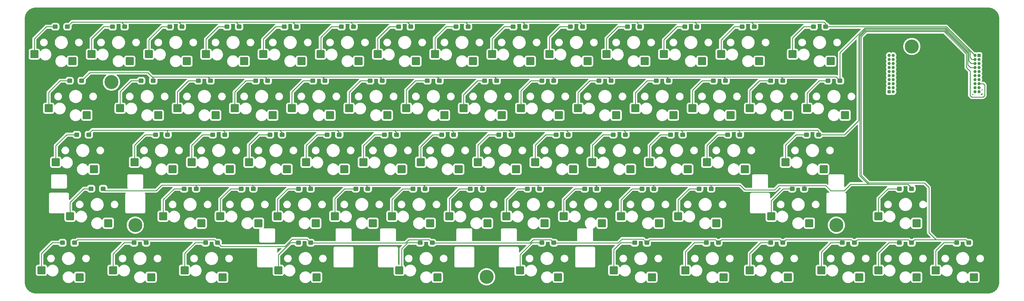
<source format=gbr>
%TF.GenerationSoftware,KiCad,Pcbnew,(7.0.0-0)*%
%TF.CreationDate,2023-02-20T18:35:33-08:00*%
%TF.ProjectId,mt-choc,6d742d63-686f-4632-9e6b-696361645f70,v1.0*%
%TF.SameCoordinates,Original*%
%TF.FileFunction,Copper,L2,Bot*%
%TF.FilePolarity,Positive*%
%FSLAX46Y46*%
G04 Gerber Fmt 4.6, Leading zero omitted, Abs format (unit mm)*
G04 Created by KiCad (PCBNEW (7.0.0-0)) date 2023-02-20 18:35:33*
%MOMM*%
%LPD*%
G01*
G04 APERTURE LIST*
G04 Aperture macros list*
%AMRoundRect*
0 Rectangle with rounded corners*
0 $1 Rounding radius*
0 $2 $3 $4 $5 $6 $7 $8 $9 X,Y pos of 4 corners*
0 Add a 4 corners polygon primitive as box body*
4,1,4,$2,$3,$4,$5,$6,$7,$8,$9,$2,$3,0*
0 Add four circle primitives for the rounded corners*
1,1,$1+$1,$2,$3*
1,1,$1+$1,$4,$5*
1,1,$1+$1,$6,$7*
1,1,$1+$1,$8,$9*
0 Add four rect primitives between the rounded corners*
20,1,$1+$1,$2,$3,$4,$5,0*
20,1,$1+$1,$4,$5,$6,$7,0*
20,1,$1+$1,$6,$7,$8,$9,0*
20,1,$1+$1,$8,$9,$2,$3,0*%
G04 Aperture macros list end*
%TA.AperFunction,ComponentPad*%
%ADD10R,1.000000X1.000000*%
%TD*%
%TA.AperFunction,ComponentPad*%
%ADD11C,1.000000*%
%TD*%
%TA.AperFunction,SMDPad,CuDef*%
%ADD12RoundRect,0.350000X-0.450000X-0.350000X0.450000X-0.350000X0.450000X0.350000X-0.450000X0.350000X0*%
%TD*%
%TA.AperFunction,SMDPad,CuDef*%
%ADD13RoundRect,0.350000X0.450000X0.350000X-0.450000X0.350000X-0.450000X-0.350000X0.450000X-0.350000X0*%
%TD*%
%TA.AperFunction,SMDPad,CuDef*%
%ADD14RoundRect,0.250000X-1.025000X-1.000000X1.025000X-1.000000X1.025000X1.000000X-1.025000X1.000000X0*%
%TD*%
%TA.AperFunction,ComponentPad*%
%ADD15C,4.400000*%
%TD*%
%TA.AperFunction,ViaPad*%
%ADD16C,0.600000*%
%TD*%
%TA.AperFunction,Conductor*%
%ADD17C,0.254000*%
%TD*%
G04 APERTURE END LIST*
D10*
%TO.P,U1,1,GP8*%
%TO.N,unconnected-(U1-GP8-Pad1)*%
X355636115Y-94083037D03*
D11*
%TO.P,U1,2,GP0*%
%TO.N,ROW1*%
X354366116Y-94083038D03*
%TO.P,U1,3,GP9*%
%TO.N,unconnected-(U1-GP9-Pad3)*%
X355636116Y-95353038D03*
%TO.P,U1,4,GP1*%
%TO.N,ROW2*%
X354366116Y-95353038D03*
%TO.P,U1,5,GP10*%
%TO.N,unconnected-(U1-GP10-Pad5)*%
X355636116Y-96623038D03*
%TO.P,U1,6,GP2*%
%TO.N,ROW3*%
X354366116Y-96623038D03*
%TO.P,U1,7,GP11*%
%TO.N,unconnected-(U1-GP11-Pad7)*%
X355636116Y-97893038D03*
%TO.P,U1,8,GP3*%
%TO.N,ROW4*%
X354366116Y-97893038D03*
%TO.P,U1,9,GP12*%
%TO.N,unconnected-(U1-GP12-Pad9)*%
X355636116Y-99163038D03*
%TO.P,U1,10,GP4*%
%TO.N,COL13*%
X354366116Y-99163038D03*
%TO.P,U1,11,GP13*%
%TO.N,unconnected-(U1-GP13-Pad11)*%
X355636116Y-100433038D03*
%TO.P,U1,12,GP5*%
%TO.N,COL14*%
X354366116Y-100433038D03*
%TO.P,U1,13,GP14*%
%TO.N,unconnected-(U1-GP14-Pad13)*%
X355636116Y-101703038D03*
%TO.P,U1,14,GP6*%
%TO.N,unconnected-(U1-GP6-Pad14)*%
X354366116Y-101703038D03*
%TO.P,U1,15,GP15*%
%TO.N,ROW5*%
X355636116Y-102973038D03*
%TO.P,U1,16,GP7*%
%TO.N,unconnected-(U1-GP7-Pad16)*%
X354366116Y-102973038D03*
%TO.P,U1,17,SWCLK*%
%TO.N,unconnected-(U1-SWCLK-Pad17)*%
X355636116Y-104243038D03*
%TO.P,U1,18,VSYS*%
%TO.N,unconnected-(U1-VSYS-Pad18)*%
X354366116Y-104243038D03*
%TO.P,U1,19,SWDIO*%
%TO.N,unconnected-(U1-SWDIO-Pad19)*%
X355636116Y-105513038D03*
%TO.P,U1,20,GND*%
%TO.N,unconnected-(U1-GND-Pad20)*%
X354366116Y-105513038D03*
D10*
%TO.P,U1,21,GP24*%
%TO.N,COL4*%
X327366115Y-105513037D03*
D11*
%TO.P,U1,22,GP16*%
%TO.N,COL5*%
X328636116Y-105513038D03*
%TO.P,U1,23,GP25*%
%TO.N,unconnected-(U1-GP25-Pad23)*%
X327366116Y-104243038D03*
%TO.P,U1,24,GP17*%
%TO.N,COL6*%
X328636116Y-104243038D03*
%TO.P,U1,25,GP26*%
%TO.N,COL3*%
X327366116Y-102973038D03*
%TO.P,U1,26,GP18*%
%TO.N,COL7*%
X328636116Y-102973038D03*
%TO.P,U1,27,GP27*%
%TO.N,COL2*%
X327366116Y-101703038D03*
%TO.P,U1,28,GP19*%
%TO.N,COL8*%
X328636116Y-101703038D03*
%TO.P,U1,29,GP28*%
%TO.N,COL1*%
X327366116Y-100433038D03*
%TO.P,U1,30,GP20*%
%TO.N,COL9*%
X328636116Y-100433038D03*
%TO.P,U1,31,GP29*%
%TO.N,unconnected-(U1-GP29-Pad31)*%
X327366116Y-99163038D03*
%TO.P,U1,32,GP21*%
%TO.N,COL10*%
X328636116Y-99163038D03*
%TO.P,U1,33,RUN*%
%TO.N,unconnected-(U1-RUN-Pad33)*%
X327366116Y-97893038D03*
%TO.P,U1,34,GP22*%
%TO.N,COL11*%
X328636116Y-97893038D03*
%TO.P,U1,35,BOOT*%
%TO.N,unconnected-(U1-BOOT-Pad35)*%
X327366116Y-96623038D03*
%TO.P,U1,36,GP23*%
%TO.N,COL12*%
X328636116Y-96623038D03*
%TO.P,U1,37,AVDD*%
%TO.N,unconnected-(U1-AVDD-Pad37)*%
X327366116Y-95353038D03*
%TO.P,U1,38,VSYS*%
%TO.N,unconnected-(U1-VSYS-Pad38)*%
X328636116Y-95353038D03*
%TO.P,U1,39,GND*%
%TO.N,unconnected-(U1-GND-Pad39)*%
X327366116Y-94083038D03*
%TO.P,U1,40,GND*%
%TO.N,unconnected-(U1-GND-Pad40)*%
X328636116Y-94083038D03*
%TD*%
D12*
%TO.P,D25,1,K*%
%TO.N,ROW1*%
X158900000Y-85041665D03*
D13*
%TO.P,D25,2,A*%
%TO.N,Net-(D25-A)*%
X155100000Y-85041665D03*
%TD*%
D12*
%TO.P,D12,1,K*%
%TO.N,ROW2*%
X113900000Y-102041657D03*
D13*
%TO.P,D12,2,A*%
%TO.N,Net-(D12-A)*%
X110100000Y-102041657D03*
%TD*%
D12*
%TO.P,D38,1,K*%
%TO.N,ROW4*%
X217400000Y-136041641D03*
D13*
%TO.P,D38,2,A*%
%TO.N,Net-(D38-A)*%
X213600000Y-136041641D03*
%TD*%
D14*
%TO.P,SW10,1,1*%
%TO.N,Net-(D10-A)*%
X83250000Y-161700000D03*
%TO.P,SW10,2,2*%
%TO.N,COL2*%
X95250000Y-163900000D03*
%TD*%
D12*
%TO.P,D1,1,K*%
%TO.N,ROW1*%
X68900000Y-85041665D03*
D13*
%TO.P,D1,2,A*%
%TO.N,Net-(D1-A)*%
X65100000Y-85041665D03*
%TD*%
D14*
%TO.P,SW39,1,1*%
%TO.N,Net-(D41-A)*%
X216000000Y-127700000D03*
%TO.P,SW39,2,2*%
%TO.N,COL9*%
X228000000Y-129900000D03*
%TD*%
%TO.P,SW33,1,1*%
%TO.N,Net-(D35-A)*%
X184500000Y-93700000D03*
%TO.P,SW33,2,2*%
%TO.N,COL8*%
X196500000Y-95900000D03*
%TD*%
%TO.P,SW40,1,1*%
%TO.N,Net-(D42-A)*%
X225000000Y-144700000D03*
%TO.P,SW40,2,2*%
%TO.N,COL9*%
X237000000Y-146900000D03*
%TD*%
D12*
%TO.P,D50,1,K*%
%TO.N,ROW2*%
X257900000Y-102041657D03*
D13*
%TO.P,D50,2,A*%
%TO.N,Net-(D50-A)*%
X254100000Y-102041657D03*
%TD*%
D12*
%TO.P,D11,1,K*%
%TO.N,ROW1*%
X104900000Y-85041665D03*
D13*
%TO.P,D11,2,A*%
%TO.N,Net-(D11-A)*%
X101100000Y-85041665D03*
%TD*%
D14*
%TO.P,SW56,1,1*%
%TO.N,Net-(D58-A)*%
X306000000Y-161700000D03*
%TO.P,SW56,2,2*%
%TO.N,COL12*%
X318000000Y-163900000D03*
%TD*%
%TO.P,SW18,1,1*%
%TO.N,Net-(D18-A)*%
X126000000Y-127700000D03*
%TO.P,SW18,2,2*%
%TO.N,COL4*%
X138000000Y-129900000D03*
%TD*%
%TO.P,SW44,1,1*%
%TO.N,Net-(D46-A)*%
X234000000Y-127700000D03*
%TO.P,SW44,2,2*%
%TO.N,COL10*%
X246000000Y-129900000D03*
%TD*%
D12*
%TO.P,D18,1,K*%
%TO.N,ROW3*%
X136400000Y-119041649D03*
D13*
%TO.P,D18,2,A*%
%TO.N,Net-(D18-A)*%
X132600000Y-119041649D03*
%TD*%
D12*
%TO.P,D9,1,K*%
%TO.N,ROW4*%
X109400000Y-136041641D03*
D13*
%TO.P,D9,2,A*%
%TO.N,Net-(D9-A)*%
X105600000Y-136041641D03*
%TD*%
D12*
%TO.P,D55,1,K*%
%TO.N,ROW2*%
X275900000Y-102041657D03*
D13*
%TO.P,D55,2,A*%
%TO.N,Net-(D55-A)*%
X272100000Y-102041657D03*
%TD*%
D15*
%TO.P,H1,1*%
%TO.N,N/C*%
X82750000Y-102500000D03*
%TD*%
D12*
%TO.P,D61,1,K*%
%TO.N,ROW3*%
X305150000Y-119041649D03*
D13*
%TO.P,D61,2,A*%
%TO.N,Net-(D61-A)*%
X301350000Y-119041649D03*
%TD*%
D12*
%TO.P,D63,1,K*%
%TO.N,ROW5*%
X334400000Y-153041633D03*
D13*
%TO.P,D63,2,A*%
%TO.N,Net-(D63-A)*%
X330600000Y-153041633D03*
%TD*%
D14*
%TO.P,SW36,1,1*%
%TO.N,Net-(D38-A)*%
X207000000Y-144700000D03*
%TO.P,SW36,2,2*%
%TO.N,COL8*%
X219000000Y-146900000D03*
%TD*%
D12*
%TO.P,D40,1,K*%
%TO.N,ROW2*%
X221900000Y-102041657D03*
D13*
%TO.P,D40,2,A*%
%TO.N,Net-(D40-A)*%
X218100000Y-102041657D03*
%TD*%
D14*
%TO.P,SW63,1,1*%
%TO.N,Net-(D65-A)*%
X301500000Y-110700000D03*
%TO.P,SW63,2,2*%
%TO.N,COL14*%
X313500000Y-112900000D03*
%TD*%
%TO.P,SW25,1,1*%
%TO.N,Net-(D25-A)*%
X148500000Y-93700000D03*
%TO.P,SW25,2,2*%
%TO.N,COL6*%
X160500000Y-95900000D03*
%TD*%
%TO.P,SW16,1,1*%
%TO.N,Net-(D16-A)*%
X112500000Y-93700000D03*
%TO.P,SW16,2,2*%
%TO.N,COL4*%
X124500000Y-95900000D03*
%TD*%
D15*
%TO.P,H5,1*%
%TO.N,N/C*%
X310750000Y-147500000D03*
%TD*%
D12*
%TO.P,D3,1,K*%
%TO.N,ROW3*%
X75650000Y-119041649D03*
D13*
%TO.P,D3,2,A*%
%TO.N,Net-(D3-A)*%
X71850000Y-119041649D03*
%TD*%
D12*
%TO.P,D14,1,K*%
%TO.N,ROW4*%
X127400000Y-136041641D03*
D13*
%TO.P,D14,2,A*%
%TO.N,Net-(D14-A)*%
X123600000Y-136041641D03*
%TD*%
D12*
%TO.P,D28,1,K*%
%TO.N,ROW4*%
X181400000Y-136041641D03*
D13*
%TO.P,D28,2,A*%
%TO.N,Net-(D28-A)*%
X177600000Y-136041641D03*
%TD*%
D12*
%TO.P,D7,1,K*%
%TO.N,ROW2*%
X95900000Y-102041657D03*
D13*
%TO.P,D7,2,A*%
%TO.N,Net-(D7-A)*%
X92100000Y-102041657D03*
%TD*%
D14*
%TO.P,SW41,1,1*%
%TO.N,Net-(D43-A)*%
X240750000Y-161700000D03*
%TO.P,SW41,2,2*%
%TO.N,COL9*%
X252750000Y-163900000D03*
%TD*%
D12*
%TO.P,D47,1,K*%
%TO.N,ROW4*%
X253400000Y-136041641D03*
D13*
%TO.P,D47,2,A*%
%TO.N,Net-(D47-A)*%
X249600000Y-136041641D03*
%TD*%
D12*
%TO.P,D57,1,K*%
%TO.N,ROW4*%
X300650000Y-136041641D03*
D13*
%TO.P,D57,2,A*%
%TO.N,Net-(D57-A)*%
X296850000Y-136041641D03*
%TD*%
D14*
%TO.P,SW38,1,1*%
%TO.N,Net-(D40-A)*%
X211500000Y-110700000D03*
%TO.P,SW38,2,2*%
%TO.N,COL9*%
X223500000Y-112900000D03*
%TD*%
%TO.P,SW62,1,1*%
%TO.N,Net-(D64-A)*%
X297000000Y-93700000D03*
%TO.P,SW62,2,2*%
%TO.N,COL14*%
X309000000Y-95900000D03*
%TD*%
%TO.P,SW26,1,1*%
%TO.N,Net-(D26-A)*%
X157500000Y-110700000D03*
%TO.P,SW26,2,2*%
%TO.N,COL6*%
X169500000Y-112900000D03*
%TD*%
%TO.P,SW48,1,1*%
%TO.N,Net-(D50-A)*%
X247500000Y-110700000D03*
%TO.P,SW48,2,2*%
%TO.N,COL11*%
X259500000Y-112900000D03*
%TD*%
D12*
%TO.P,D62,1,K*%
%TO.N,ROW4*%
X334400000Y-136041641D03*
D13*
%TO.P,D62,2,A*%
%TO.N,Net-(D62-A)*%
X330600000Y-136041641D03*
%TD*%
D12*
%TO.P,D16,1,K*%
%TO.N,ROW1*%
X122900000Y-85041665D03*
D13*
%TO.P,D16,2,A*%
%TO.N,Net-(D16-A)*%
X119100000Y-85041665D03*
%TD*%
D14*
%TO.P,SW11,1,1*%
%TO.N,Net-(D11-A)*%
X94500000Y-93700000D03*
%TO.P,SW11,2,2*%
%TO.N,COL3*%
X106500000Y-95900000D03*
%TD*%
D15*
%TO.P,H2,1*%
%TO.N,N/C*%
X90250000Y-147500000D03*
%TD*%
D12*
%TO.P,D19,1,K*%
%TO.N,ROW4*%
X145400000Y-136041641D03*
D13*
%TO.P,D19,2,A*%
%TO.N,Net-(D19-A)*%
X141600000Y-136041641D03*
%TD*%
D12*
%TO.P,D42,1,K*%
%TO.N,ROW4*%
X235400000Y-136041641D03*
D13*
%TO.P,D42,2,A*%
%TO.N,Net-(D42-A)*%
X231600000Y-136041641D03*
%TD*%
D12*
%TO.P,D24,1,K*%
%TO.N,ROW5*%
X145400000Y-153041633D03*
D13*
%TO.P,D24,2,A*%
%TO.N,Net-(D24-A)*%
X141600000Y-153041633D03*
%TD*%
D12*
%TO.P,D44,1,K*%
%TO.N,ROW1*%
X230900000Y-85041665D03*
D13*
%TO.P,D44,2,A*%
%TO.N,Net-(D44-A)*%
X227100000Y-85041665D03*
%TD*%
D14*
%TO.P,SW21,1,1*%
%TO.N,Net-(D21-A)*%
X139500000Y-110700000D03*
%TO.P,SW21,2,2*%
%TO.N,COL5*%
X151500000Y-112900000D03*
%TD*%
%TO.P,SW54,1,1*%
%TO.N,Net-(D56-A)*%
X270000000Y-127700000D03*
%TO.P,SW54,2,2*%
%TO.N,COL12*%
X282000000Y-129900000D03*
%TD*%
D12*
%TO.P,D45,1,K*%
%TO.N,ROW2*%
X239900000Y-102041657D03*
D13*
%TO.P,D45,2,A*%
%TO.N,Net-(D45-A)*%
X236100000Y-102041657D03*
%TD*%
D14*
%TO.P,SW57,1,1*%
%TO.N,Net-(D59-A)*%
X274500000Y-93700000D03*
%TO.P,SW57,2,2*%
%TO.N,COL13*%
X286500000Y-95900000D03*
%TD*%
D12*
%TO.P,D29,1,K*%
%TO.N,ROW5*%
X183650000Y-153041633D03*
D13*
%TO.P,D29,2,A*%
%TO.N,Net-(D29-A)*%
X179850000Y-153041633D03*
%TD*%
D12*
%TO.P,D51,1,K*%
%TO.N,ROW3*%
X262400000Y-119041649D03*
D13*
%TO.P,D51,2,A*%
%TO.N,Net-(D51-A)*%
X258600000Y-119041649D03*
%TD*%
D14*
%TO.P,SW24,1*%
%TO.N,Net-(D24-A)*%
X135250000Y-161700000D03*
%TO.P,SW24,2*%
%TO.N,COL5*%
X147250000Y-163900000D03*
%TO.P,SW24,3*%
%TO.N,Net-(D29-A)*%
X173250000Y-161700000D03*
%TO.P,SW24,4*%
%TO.N,COL6*%
X185250000Y-163900000D03*
%TO.P,SW24,5*%
%TO.N,Net-(D30-A)*%
X211250000Y-161700000D03*
%TO.P,SW24,6*%
%TO.N,COL7*%
X223250000Y-163900000D03*
%TD*%
D12*
%TO.P,D21,1,K*%
%TO.N,ROW2*%
X149900000Y-102041657D03*
D13*
%TO.P,D21,2,A*%
%TO.N,Net-(D21-A)*%
X146100000Y-102041657D03*
%TD*%
D12*
%TO.P,D58,1,K*%
%TO.N,ROW5*%
X316400000Y-153041633D03*
D13*
%TO.P,D58,2,A*%
%TO.N,Net-(D58-A)*%
X312600000Y-153041633D03*
%TD*%
D12*
%TO.P,D60,1,K*%
%TO.N,ROW2*%
X293900000Y-102041657D03*
D13*
%TO.P,D60,2,A*%
%TO.N,Net-(D60-A)*%
X290100000Y-102041657D03*
%TD*%
D14*
%TO.P,SW8,1,1*%
%TO.N,Net-(D8-A)*%
X90000000Y-127700000D03*
%TO.P,SW8,2,2*%
%TO.N,COL2*%
X102000000Y-129900000D03*
%TD*%
%TO.P,SW3,1,1*%
%TO.N,Net-(D3-A)*%
X65250000Y-127700000D03*
%TO.P,SW3,2,2*%
%TO.N,COL1*%
X77250000Y-129900000D03*
%TD*%
D12*
%TO.P,D41,1,K*%
%TO.N,ROW3*%
X226400000Y-119041649D03*
D13*
%TO.P,D41,2,A*%
%TO.N,Net-(D41-A)*%
X222600000Y-119041649D03*
%TD*%
D12*
%TO.P,D31,1,K*%
%TO.N,ROW1*%
X176900000Y-85041665D03*
D13*
%TO.P,D31,2,A*%
%TO.N,Net-(D31-A)*%
X173100000Y-85041665D03*
%TD*%
D14*
%TO.P,SW35,1,1*%
%TO.N,Net-(D37-A)*%
X198000000Y-127700000D03*
%TO.P,SW35,2,2*%
%TO.N,COL8*%
X210000000Y-129900000D03*
%TD*%
D15*
%TO.P,H4,1*%
%TO.N,N/C*%
X334500000Y-91250000D03*
%TD*%
D12*
%TO.P,D39,1,K*%
%TO.N,ROW1*%
X212900000Y-85041665D03*
D13*
%TO.P,D39,2,A*%
%TO.N,Net-(D39-A)*%
X209100000Y-85041665D03*
%TD*%
D14*
%TO.P,SW9,1,1*%
%TO.N,Net-(D9-A)*%
X99000000Y-144700000D03*
%TO.P,SW9,2,2*%
%TO.N,COL2*%
X111000000Y-146900000D03*
%TD*%
D12*
%TO.P,D52,1,K*%
%TO.N,ROW4*%
X271400000Y-136041641D03*
D13*
%TO.P,D52,2,A*%
%TO.N,Net-(D52-A)*%
X267600000Y-136041641D03*
%TD*%
D14*
%TO.P,SW15,1,1*%
%TO.N,Net-(D15-A)*%
X105750000Y-161700000D03*
%TO.P,SW15,2,2*%
%TO.N,COL3*%
X117750000Y-163900000D03*
%TD*%
%TO.P,SW4,1,1*%
%TO.N,Net-(D4-A)*%
X69750000Y-144700000D03*
%TO.P,SW4,2,2*%
%TO.N,COL1*%
X81750000Y-146900000D03*
%TD*%
D12*
%TO.P,D26,1,K*%
%TO.N,ROW2*%
X167900000Y-102041657D03*
D13*
%TO.P,D26,2,A*%
%TO.N,Net-(D26-A)*%
X164100000Y-102041657D03*
%TD*%
D12*
%TO.P,D10,1,K*%
%TO.N,ROW5*%
X93650000Y-153041633D03*
D13*
%TO.P,D10,2,A*%
%TO.N,Net-(D10-A)*%
X89850000Y-153041633D03*
%TD*%
D14*
%TO.P,SW49,1,1*%
%TO.N,Net-(D51-A)*%
X252000000Y-127700000D03*
%TO.P,SW49,2,2*%
%TO.N,COL11*%
X264000000Y-129900000D03*
%TD*%
D12*
%TO.P,D49,1,K*%
%TO.N,ROW1*%
X248900000Y-85041665D03*
D13*
%TO.P,D49,2,A*%
%TO.N,Net-(D49-A)*%
X245100000Y-85041665D03*
%TD*%
D14*
%TO.P,SW42,1,1*%
%TO.N,Net-(D44-A)*%
X220500000Y-93700000D03*
%TO.P,SW42,2,2*%
%TO.N,COL10*%
X232500000Y-95900000D03*
%TD*%
D12*
%TO.P,D33,1,K*%
%TO.N,ROW3*%
X190400000Y-119041649D03*
D13*
%TO.P,D33,2,A*%
%TO.N,Net-(D33-A)*%
X186600000Y-119041649D03*
%TD*%
D14*
%TO.P,SW53,1,1*%
%TO.N,Net-(D55-A)*%
X265500000Y-110700000D03*
%TO.P,SW53,2,2*%
%TO.N,COL12*%
X277500000Y-112900000D03*
%TD*%
D12*
%TO.P,D30,1,K*%
%TO.N,ROW5*%
X221900000Y-153041633D03*
D13*
%TO.P,D30,2,A*%
%TO.N,Net-(D30-A)*%
X218100000Y-153041633D03*
%TD*%
D12*
%TO.P,D37,1,K*%
%TO.N,ROW3*%
X208400000Y-119041649D03*
D13*
%TO.P,D37,2,A*%
%TO.N,Net-(D37-A)*%
X204600000Y-119041649D03*
%TD*%
D14*
%TO.P,SW1,1,1*%
%TO.N,Net-(D1-A)*%
X58500000Y-93700000D03*
%TO.P,SW1,2,2*%
%TO.N,COL1*%
X70500000Y-95900000D03*
%TD*%
%TO.P,SW43,1,1*%
%TO.N,Net-(D45-A)*%
X229500000Y-110700000D03*
%TO.P,SW43,2,2*%
%TO.N,COL10*%
X241500000Y-112900000D03*
%TD*%
D12*
%TO.P,D20,1,K*%
%TO.N,ROW1*%
X140900000Y-85041665D03*
D13*
%TO.P,D20,2,A*%
%TO.N,Net-(D20-A)*%
X137100000Y-85041665D03*
%TD*%
D14*
%TO.P,SW58,1,1*%
%TO.N,Net-(D60-A)*%
X283500000Y-110700000D03*
%TO.P,SW58,2,2*%
%TO.N,COL13*%
X295500000Y-112900000D03*
%TD*%
D12*
%TO.P,D48,1,K*%
%TO.N,ROW5*%
X273650000Y-153041633D03*
D13*
%TO.P,D48,2,A*%
%TO.N,Net-(D48-A)*%
X269850000Y-153041633D03*
%TD*%
D12*
%TO.P,D36,1,K*%
%TO.N,ROW2*%
X203900000Y-102041657D03*
D13*
%TO.P,D36,2,A*%
%TO.N,Net-(D36-A)*%
X200100000Y-102041657D03*
%TD*%
D14*
%TO.P,SW59,1,1*%
%TO.N,Net-(D61-A)*%
X294750000Y-127700000D03*
%TO.P,SW59,2,2*%
%TO.N,COL13*%
X306750000Y-129900000D03*
%TD*%
%TO.P,SW29,1,1*%
%TO.N,Net-(D31-A)*%
X166500000Y-93700000D03*
%TO.P,SW29,2,2*%
%TO.N,COL7*%
X178500000Y-95900000D03*
%TD*%
D12*
%TO.P,D6,1,K*%
%TO.N,ROW1*%
X86900000Y-85041665D03*
D13*
%TO.P,D6,2,A*%
%TO.N,Net-(D6-A)*%
X83100000Y-85041665D03*
%TD*%
D14*
%TO.P,SW7,1,1*%
%TO.N,Net-(D7-A)*%
X85500000Y-110700000D03*
%TO.P,SW7,2,2*%
%TO.N,COL2*%
X97500000Y-112900000D03*
%TD*%
%TO.P,SW34,1,1*%
%TO.N,Net-(D36-A)*%
X193500000Y-110700000D03*
%TO.P,SW34,2,2*%
%TO.N,COL8*%
X205500000Y-112900000D03*
%TD*%
%TO.P,SW22,1,1*%
%TO.N,Net-(D22-A)*%
X144000000Y-127700000D03*
%TO.P,SW22,2,2*%
%TO.N,COL5*%
X156000000Y-129900000D03*
%TD*%
D12*
%TO.P,D43,1,K*%
%TO.N,ROW5*%
X251150000Y-153041633D03*
D13*
%TO.P,D43,2,A*%
%TO.N,Net-(D43-A)*%
X247350000Y-153041633D03*
%TD*%
D14*
%TO.P,SW6,1,1*%
%TO.N,Net-(D6-A)*%
X76500000Y-93700000D03*
%TO.P,SW6,2,2*%
%TO.N,COL2*%
X88500000Y-95900000D03*
%TD*%
%TO.P,SW30,1,1*%
%TO.N,Net-(D32-A)*%
X175500000Y-110700000D03*
%TO.P,SW30,2,2*%
%TO.N,COL7*%
X187500000Y-112900000D03*
%TD*%
%TO.P,SW37,1,1*%
%TO.N,Net-(D39-A)*%
X202500000Y-93700000D03*
%TO.P,SW37,2,2*%
%TO.N,COL9*%
X214500000Y-95900000D03*
%TD*%
%TO.P,SW61,1,1*%
%TO.N,Net-(D63-A)*%
X324000000Y-161700000D03*
%TO.P,SW61,2,2*%
%TO.N,COL13*%
X336000000Y-163900000D03*
%TD*%
%TO.P,SW23,1,1*%
%TO.N,Net-(D23-A)*%
X153000000Y-144700000D03*
%TO.P,SW23,2,2*%
%TO.N,COL5*%
X165000000Y-146900000D03*
%TD*%
D15*
%TO.P,H3,1*%
%TO.N,N/C*%
X200750000Y-163750000D03*
%TD*%
D14*
%TO.P,SW31,1,1*%
%TO.N,Net-(D33-A)*%
X180000000Y-127700000D03*
%TO.P,SW31,2,2*%
%TO.N,COL7*%
X192000000Y-129900000D03*
%TD*%
%TO.P,SW46,1,1*%
%TO.N,Net-(D48-A)*%
X263250000Y-161700000D03*
%TO.P,SW46,2,2*%
%TO.N,COL10*%
X275250000Y-163900000D03*
%TD*%
D12*
%TO.P,D64,1,K*%
%TO.N,ROW1*%
X307400000Y-85041665D03*
D13*
%TO.P,D64,2,A*%
%TO.N,Net-(D64-A)*%
X303600000Y-85041665D03*
%TD*%
D12*
%TO.P,D66,1,K*%
%TO.N,ROW5*%
X352400000Y-153041633D03*
D13*
%TO.P,D66,2,A*%
%TO.N,Net-(D66-A)*%
X348600000Y-153041633D03*
%TD*%
D14*
%TO.P,SW14,1,1*%
%TO.N,Net-(D14-A)*%
X117000000Y-144700000D03*
%TO.P,SW14,2,2*%
%TO.N,COL3*%
X129000000Y-146900000D03*
%TD*%
D12*
%TO.P,D54,1,K*%
%TO.N,ROW1*%
X266900000Y-85041665D03*
D13*
%TO.P,D54,2,A*%
%TO.N,Net-(D54-A)*%
X263100000Y-85041665D03*
%TD*%
D12*
%TO.P,D46,1,K*%
%TO.N,ROW3*%
X244400000Y-119041649D03*
D13*
%TO.P,D46,2,A*%
%TO.N,Net-(D46-A)*%
X240600000Y-119041649D03*
%TD*%
D14*
%TO.P,SW50,1,1*%
%TO.N,Net-(D52-A)*%
X261000000Y-144700000D03*
%TO.P,SW50,2,2*%
%TO.N,COL11*%
X273000000Y-146900000D03*
%TD*%
D12*
%TO.P,D5,1,K*%
%TO.N,ROW5*%
X71150000Y-153041633D03*
D13*
%TO.P,D5,2,A*%
%TO.N,Net-(D5-A)*%
X67350000Y-153041633D03*
%TD*%
D14*
%TO.P,SW27,1,1*%
%TO.N,Net-(D27-A)*%
X162000000Y-127700000D03*
%TO.P,SW27,2,2*%
%TO.N,COL6*%
X174000000Y-129900000D03*
%TD*%
%TO.P,SW13,1,1*%
%TO.N,Net-(D13-A)*%
X108000000Y-127700000D03*
%TO.P,SW13,2,2*%
%TO.N,COL3*%
X120000000Y-129900000D03*
%TD*%
%TO.P,SW17,1,1*%
%TO.N,Net-(D17-A)*%
X121500000Y-110700000D03*
%TO.P,SW17,2,2*%
%TO.N,COL4*%
X133500000Y-112900000D03*
%TD*%
%TO.P,SW45,1,1*%
%TO.N,Net-(D47-A)*%
X243000000Y-144700000D03*
%TO.P,SW45,2,2*%
%TO.N,COL10*%
X255000000Y-146900000D03*
%TD*%
D12*
%TO.P,D22,1,K*%
%TO.N,ROW3*%
X154400000Y-119041649D03*
D13*
%TO.P,D22,2,A*%
%TO.N,Net-(D22-A)*%
X150600000Y-119041649D03*
%TD*%
D12*
%TO.P,D65,1,K*%
%TO.N,ROW2*%
X311900000Y-102041657D03*
D13*
%TO.P,D65,2,A*%
%TO.N,Net-(D65-A)*%
X308100000Y-102041657D03*
%TD*%
D12*
%TO.P,D4,1,K*%
%TO.N,ROW4*%
X80150000Y-136041641D03*
D13*
%TO.P,D4,2,A*%
%TO.N,Net-(D4-A)*%
X76350000Y-136041641D03*
%TD*%
D12*
%TO.P,D15,1,K*%
%TO.N,ROW5*%
X116150000Y-153041633D03*
D13*
%TO.P,D15,2,A*%
%TO.N,Net-(D15-A)*%
X112350000Y-153041633D03*
%TD*%
D14*
%TO.P,SW2,1,1*%
%TO.N,Net-(D2-A)*%
X63000000Y-110700000D03*
%TO.P,SW2,2,2*%
%TO.N,COL1*%
X75000000Y-112900000D03*
%TD*%
D12*
%TO.P,D2,1,K*%
%TO.N,ROW2*%
X73400000Y-102041657D03*
D13*
%TO.P,D2,2,A*%
%TO.N,Net-(D2-A)*%
X69600000Y-102041657D03*
%TD*%
D12*
%TO.P,D17,1,K*%
%TO.N,ROW2*%
X131900000Y-102041657D03*
D13*
%TO.P,D17,2,A*%
%TO.N,Net-(D17-A)*%
X128100000Y-102041657D03*
%TD*%
D14*
%TO.P,SW5,1,1*%
%TO.N,Net-(D5-A)*%
X60750000Y-161700000D03*
%TO.P,SW5,2,2*%
%TO.N,COL1*%
X72750000Y-163900000D03*
%TD*%
%TO.P,SW64,1,1*%
%TO.N,Net-(D66-A)*%
X342000000Y-161700000D03*
%TO.P,SW64,2,2*%
%TO.N,COL14*%
X354000000Y-163900000D03*
%TD*%
D12*
%TO.P,D32,1,K*%
%TO.N,ROW2*%
X185900000Y-102041657D03*
D13*
%TO.P,D32,2,A*%
%TO.N,Net-(D32-A)*%
X182100000Y-102041657D03*
%TD*%
D12*
%TO.P,D53,1,K*%
%TO.N,ROW5*%
X293900000Y-153041633D03*
D13*
%TO.P,D53,2,A*%
%TO.N,Net-(D53-A)*%
X290100000Y-153041633D03*
%TD*%
D14*
%TO.P,SW12,1,1*%
%TO.N,Net-(D12-A)*%
X103500000Y-110700000D03*
%TO.P,SW12,2,2*%
%TO.N,COL3*%
X115500000Y-112900000D03*
%TD*%
D12*
%TO.P,D8,1,K*%
%TO.N,ROW3*%
X100400000Y-119041649D03*
D13*
%TO.P,D8,2,A*%
%TO.N,Net-(D8-A)*%
X96600000Y-119041649D03*
%TD*%
D12*
%TO.P,D35,1,K*%
%TO.N,ROW1*%
X194900000Y-85041665D03*
D13*
%TO.P,D35,2,A*%
%TO.N,Net-(D35-A)*%
X191100000Y-85041665D03*
%TD*%
D12*
%TO.P,D13,1,K*%
%TO.N,ROW3*%
X118400000Y-119041649D03*
D13*
%TO.P,D13,2,A*%
%TO.N,Net-(D13-A)*%
X114600000Y-119041649D03*
%TD*%
D14*
%TO.P,SW60,1,1*%
%TO.N,Net-(D62-A)*%
X324000000Y-144700000D03*
%TO.P,SW60,2,2*%
%TO.N,COL13*%
X336000000Y-146900000D03*
%TD*%
%TO.P,SW32,1,1*%
%TO.N,Net-(D34-A)*%
X189000000Y-144700000D03*
%TO.P,SW32,2,2*%
%TO.N,COL7*%
X201000000Y-146900000D03*
%TD*%
D12*
%TO.P,D56,1,K*%
%TO.N,ROW3*%
X280400000Y-119041649D03*
D13*
%TO.P,D56,2,A*%
%TO.N,Net-(D56-A)*%
X276600000Y-119041649D03*
%TD*%
D12*
%TO.P,D23,1,K*%
%TO.N,ROW4*%
X163400000Y-136041641D03*
D13*
%TO.P,D23,2,A*%
%TO.N,Net-(D23-A)*%
X159600000Y-136041641D03*
%TD*%
D14*
%TO.P,SW55,1,1*%
%TO.N,Net-(D57-A)*%
X290250000Y-144700000D03*
%TO.P,SW55,2,2*%
%TO.N,COL12*%
X302250000Y-146900000D03*
%TD*%
%TO.P,SW47,1,1*%
%TO.N,Net-(D49-A)*%
X238500000Y-93700000D03*
%TO.P,SW47,2,2*%
%TO.N,COL11*%
X250500000Y-95900000D03*
%TD*%
D12*
%TO.P,D27,1,K*%
%TO.N,ROW3*%
X172400000Y-119041649D03*
D13*
%TO.P,D27,2,A*%
%TO.N,Net-(D27-A)*%
X168600000Y-119041649D03*
%TD*%
D14*
%TO.P,SW28,1,1*%
%TO.N,Net-(D28-A)*%
X171000000Y-144700000D03*
%TO.P,SW28,2,2*%
%TO.N,COL6*%
X183000000Y-146900000D03*
%TD*%
%TO.P,SW20,1,1*%
%TO.N,Net-(D20-A)*%
X130500000Y-93700000D03*
%TO.P,SW20,2,2*%
%TO.N,COL5*%
X142500000Y-95900000D03*
%TD*%
%TO.P,SW52,1,1*%
%TO.N,Net-(D54-A)*%
X256500000Y-93700000D03*
%TO.P,SW52,2,2*%
%TO.N,COL12*%
X268500000Y-95900000D03*
%TD*%
D12*
%TO.P,D59,1,K*%
%TO.N,ROW1*%
X284900000Y-85041665D03*
D13*
%TO.P,D59,2,A*%
%TO.N,Net-(D59-A)*%
X281100000Y-85041665D03*
%TD*%
D14*
%TO.P,SW51,1,1*%
%TO.N,Net-(D53-A)*%
X283500000Y-161700000D03*
%TO.P,SW51,2,2*%
%TO.N,COL11*%
X295500000Y-163900000D03*
%TD*%
%TO.P,SW19,1,1*%
%TO.N,Net-(D19-A)*%
X135000000Y-144700000D03*
%TO.P,SW19,2,2*%
%TO.N,COL4*%
X147000000Y-146900000D03*
%TD*%
D12*
%TO.P,D34,1,K*%
%TO.N,ROW4*%
X199400000Y-136041641D03*
D13*
%TO.P,D34,2,A*%
%TO.N,Net-(D34-A)*%
X195600000Y-136041641D03*
%TD*%
D16*
%TO.N,COL1*%
X81788000Y-146812000D03*
X74930000Y-113030000D03*
X77216000Y-129794000D03*
X70358000Y-96012000D03*
X72898000Y-163830000D03*
%TO.N,COL2*%
X110998000Y-146812000D03*
X97536000Y-113030000D03*
X95250000Y-163830000D03*
X102108000Y-129794000D03*
X88392000Y-96012000D03*
%TO.N,COL3*%
X129032000Y-146812000D03*
X106426000Y-96012000D03*
X117856000Y-163830000D03*
X115570000Y-113030000D03*
X120142000Y-129794000D03*
%TO.N,COL4*%
X138176000Y-129794000D03*
X147066000Y-146812000D03*
X124460000Y-96012000D03*
X133604000Y-113030000D03*
%TO.N,COL5*%
X147320000Y-163830000D03*
X151638000Y-113030000D03*
X142494000Y-96012000D03*
X165100000Y-146812000D03*
X155956000Y-129794000D03*
%TO.N,COL6*%
X185420000Y-163830000D03*
X173990000Y-129794000D03*
X183134000Y-146812000D03*
X160528000Y-96012000D03*
X169672000Y-113030000D03*
%TO.N,COL7*%
X187452000Y-113030000D03*
X200914000Y-146812000D03*
X192024000Y-129794000D03*
X223266000Y-163830000D03*
X178562000Y-96012000D03*
%TO.N,COL8*%
X210058000Y-129794000D03*
X205486000Y-113030000D03*
X218948000Y-146812000D03*
X196596000Y-96012000D03*
%TO.N,COL9*%
X252730000Y-163830000D03*
X223520000Y-113030000D03*
X214503000Y-96012000D03*
X228092000Y-129794000D03*
X236982000Y-147066000D03*
%TO.N,COL10*%
X275336000Y-163830000D03*
X241554000Y-113030000D03*
X232410000Y-96012000D03*
X246126000Y-129794000D03*
X255016000Y-147066000D03*
%TO.N,COL11*%
X273050000Y-147066000D03*
X295529000Y-163957000D03*
X264160000Y-129794000D03*
X259588000Y-113030000D03*
X250444000Y-96012000D03*
%TO.N,COL12*%
X281940000Y-129794000D03*
X268478000Y-96012000D03*
X277622000Y-113030000D03*
X318008000Y-163957000D03*
X302260000Y-146812000D03*
%TO.N,COL13*%
X336042000Y-164084000D03*
X306832000Y-129921000D03*
X286512000Y-96012000D03*
X295656000Y-113030000D03*
X336042000Y-146939000D03*
%TO.N,COL14*%
X308991000Y-95885000D03*
X354076000Y-164084000D03*
X313563000Y-113030000D03*
%TD*%
D17*
%TO.N,ROW5*%
X342079633Y-152087633D02*
X339852000Y-149860000D01*
X339852000Y-135636000D02*
X338455000Y-134239000D01*
X356973038Y-102973038D02*
X355636116Y-102973038D01*
X339852000Y-149860000D02*
X339852000Y-135636000D01*
X320959816Y-134239000D02*
X318516000Y-131795184D01*
X342392000Y-152087633D02*
X342079633Y-152087633D01*
X318516000Y-131795184D02*
X318516000Y-88230448D01*
X351663000Y-93535186D02*
X351663000Y-97917000D01*
X318516000Y-88230448D02*
X320180783Y-86565665D01*
X351663000Y-97917000D02*
X352806000Y-99060000D01*
X356870000Y-107188000D02*
X357378000Y-106680000D01*
X320180783Y-86565665D02*
X344693479Y-86565665D01*
X344693479Y-86565665D02*
X351663000Y-93535186D01*
X338455000Y-134239000D02*
X320959816Y-134239000D01*
X357378000Y-106680000D02*
X357378000Y-103378000D01*
X352806000Y-99060000D02*
X352806000Y-106680000D01*
X357378000Y-103378000D02*
X356973038Y-102973038D01*
X352806000Y-106680000D02*
X353314000Y-107188000D01*
X353314000Y-107188000D02*
X356870000Y-107188000D01*
%TO.N,ROW4*%
X315214000Y-134620000D02*
X320802000Y-134620000D01*
X320802000Y-134620000D02*
X333248000Y-134620000D01*
X318135000Y-131953000D02*
X320802000Y-134620000D01*
X354366116Y-97893038D02*
X352909038Y-97893038D01*
X344851295Y-86184665D02*
X320022967Y-86184665D01*
X352909038Y-97893038D02*
X352044000Y-97028000D01*
X352044000Y-97028000D02*
X352044000Y-93377370D01*
X352044000Y-93377370D02*
X344851295Y-86184665D01*
X320022967Y-86184665D02*
X318135000Y-88072632D01*
X318135000Y-88072632D02*
X318135000Y-131953000D01*
%TO.N,ROW5*%
X335354000Y-152087633D02*
X342392000Y-152087633D01*
X342392000Y-152087633D02*
X351446000Y-152087633D01*
%TO.N,ROW4*%
X313182000Y-136652000D02*
X315214000Y-134620000D01*
X307450929Y-135087641D02*
X309015288Y-136652000D01*
X309015288Y-136652000D02*
X313182000Y-136652000D01*
X300482000Y-135087641D02*
X307450929Y-135087641D01*
%TO.N,ROW3*%
X305150000Y-119041649D02*
X313266351Y-119041649D01*
X313266351Y-119041649D02*
X317754000Y-114554000D01*
X317754000Y-114554000D02*
X317754000Y-87914816D01*
X317754000Y-87914816D02*
X319865151Y-85803665D01*
X319865151Y-85803665D02*
X345009111Y-85803665D01*
X345009111Y-85803665D02*
X352425000Y-93219554D01*
X352425000Y-93219554D02*
X352425000Y-95885000D01*
X352425000Y-95885000D02*
X353163038Y-96623038D01*
X353163038Y-96623038D02*
X354366116Y-96623038D01*
%TO.N,ROW1*%
X158900000Y-84478000D02*
X157988000Y-83566000D01*
X247904000Y-83566000D02*
X266192000Y-83566000D01*
X122900000Y-85041665D02*
X122900000Y-84546000D01*
X266192000Y-83566000D02*
X283972000Y-83566000D01*
X306832000Y-83566000D02*
X307400000Y-84134000D01*
X104900000Y-84580000D02*
X103886000Y-83566000D01*
X86900000Y-85041665D02*
X86900000Y-84614000D01*
X85852000Y-83566000D02*
X103886000Y-83566000D01*
X121920000Y-83566000D02*
X139700000Y-83566000D01*
X139700000Y-83566000D02*
X157988000Y-83566000D01*
X212900000Y-85041665D02*
X212900000Y-84376000D01*
X86900000Y-84614000D02*
X85852000Y-83566000D01*
X266900000Y-85041665D02*
X266900000Y-84274000D01*
X284900000Y-85041665D02*
X284900000Y-84494000D01*
X212090000Y-83566000D02*
X229870000Y-83566000D01*
X230900000Y-85041665D02*
X230900000Y-84596000D01*
X122900000Y-84546000D02*
X121920000Y-83566000D01*
X176900000Y-84698000D02*
X175768000Y-83566000D01*
X194056000Y-83566000D02*
X212090000Y-83566000D01*
X140900000Y-85041665D02*
X140900000Y-84766000D01*
X248900000Y-85041665D02*
X248900000Y-84562000D01*
X248900000Y-84562000D02*
X247904000Y-83566000D01*
X307400000Y-85041665D02*
X345324743Y-85041665D01*
X103886000Y-83566000D02*
X121920000Y-83566000D01*
X266900000Y-84274000D02*
X266192000Y-83566000D01*
X70375665Y-83566000D02*
X85852000Y-83566000D01*
X176900000Y-85041665D02*
X176900000Y-84698000D01*
X230900000Y-84596000D02*
X229870000Y-83566000D01*
X104900000Y-85041665D02*
X104900000Y-84580000D01*
X284900000Y-84494000D02*
X283972000Y-83566000D01*
X175768000Y-83566000D02*
X194056000Y-83566000D01*
X140900000Y-84766000D02*
X139700000Y-83566000D01*
X194900000Y-85041665D02*
X194900000Y-84410000D01*
X345324743Y-85041665D02*
X354366116Y-94083038D01*
X157988000Y-83566000D02*
X175768000Y-83566000D01*
X307400000Y-84134000D02*
X307400000Y-85041665D01*
X229870000Y-83566000D02*
X247904000Y-83566000D01*
X283972000Y-83566000D02*
X306832000Y-83566000D01*
X212900000Y-84376000D02*
X212090000Y-83566000D01*
X194900000Y-84410000D02*
X194056000Y-83566000D01*
X68900000Y-85041665D02*
X70375665Y-83566000D01*
X158900000Y-85041665D02*
X158900000Y-84478000D01*
%TO.N,Net-(D1-A)*%
X58500000Y-88820000D02*
X62278335Y-85041665D01*
X62278335Y-85041665D02*
X65100000Y-85041665D01*
X58500000Y-93700000D02*
X58500000Y-88820000D01*
%TO.N,ROW2*%
X185900000Y-102041657D02*
X185900000Y-101572000D01*
X310696343Y-100838000D02*
X311900000Y-102041657D01*
X203900000Y-102041657D02*
X203900000Y-101538000D01*
X95900000Y-102041657D02*
X95900000Y-101234000D01*
X311900000Y-102041657D02*
X311900000Y-93230000D01*
X221900000Y-101250000D02*
X221488000Y-100838000D01*
X131900000Y-101674000D02*
X131064000Y-100838000D01*
X167900000Y-102041657D02*
X167900000Y-101606000D01*
X113900000Y-101708000D02*
X113030000Y-100838000D01*
X293900000Y-101368000D02*
X293370000Y-100838000D01*
X131064000Y-100838000D02*
X149098000Y-100838000D01*
X149900000Y-101640000D02*
X149098000Y-100838000D01*
X185900000Y-101572000D02*
X185166000Y-100838000D01*
X113900000Y-102041657D02*
X113900000Y-101708000D01*
X319707335Y-85422665D02*
X345166927Y-85422665D01*
X353417038Y-95353038D02*
X354366116Y-95353038D01*
X221488000Y-100838000D02*
X239014000Y-100838000D01*
X352806000Y-93061738D02*
X352806000Y-94742000D01*
X275900000Y-101402000D02*
X275336000Y-100838000D01*
X149098000Y-100838000D02*
X167132000Y-100838000D01*
X95900000Y-101234000D02*
X95504000Y-100838000D01*
X73400000Y-102041657D02*
X75941657Y-99500000D01*
X203900000Y-101538000D02*
X203200000Y-100838000D01*
X239014000Y-100838000D02*
X257302000Y-100838000D01*
X239900000Y-102041657D02*
X239900000Y-101724000D01*
X293900000Y-102041657D02*
X293900000Y-101368000D01*
X149900000Y-102041657D02*
X149900000Y-101640000D01*
X131900000Y-102041657D02*
X131900000Y-101674000D01*
X203200000Y-100838000D02*
X221488000Y-100838000D01*
X275900000Y-102041657D02*
X275900000Y-101402000D01*
X167900000Y-101606000D02*
X167132000Y-100838000D01*
X311900000Y-93230000D02*
X319707335Y-85422665D01*
X293370000Y-100838000D02*
X310696343Y-100838000D01*
X239900000Y-101724000D02*
X239014000Y-100838000D01*
X95504000Y-100838000D02*
X113030000Y-100838000D01*
X167132000Y-100838000D02*
X185166000Y-100838000D01*
X257900000Y-102041657D02*
X257900000Y-101436000D01*
X352806000Y-94742000D02*
X353417038Y-95353038D01*
X221900000Y-102041657D02*
X221900000Y-101250000D01*
X185166000Y-100838000D02*
X203200000Y-100838000D01*
X275336000Y-100838000D02*
X293370000Y-100838000D01*
X113030000Y-100838000D02*
X131064000Y-100838000D01*
X75941657Y-99500000D02*
X94166000Y-99500000D01*
X257900000Y-101436000D02*
X257302000Y-100838000D01*
X345166927Y-85422665D02*
X352806000Y-93061738D01*
X257302000Y-100838000D02*
X275336000Y-100838000D01*
X94166000Y-99500000D02*
X95504000Y-100838000D01*
%TO.N,Net-(D2-A)*%
X63000000Y-105656000D02*
X66614343Y-102041657D01*
X66614343Y-102041657D02*
X69600000Y-102041657D01*
X63000000Y-110700000D02*
X63000000Y-105656000D01*
%TO.N,ROW3*%
X172400000Y-119041649D02*
X172400000Y-118298000D01*
X226400000Y-119041649D02*
X226400000Y-118196000D01*
X118400000Y-118146000D02*
X117856000Y-117602000D01*
X262400000Y-119041649D02*
X262400000Y-118128000D01*
X136400000Y-118366000D02*
X135636000Y-117602000D01*
X261874000Y-117602000D02*
X279908000Y-117602000D01*
X190400000Y-118264000D02*
X189738000Y-117602000D01*
X226400000Y-118196000D02*
X225806000Y-117602000D01*
X305150000Y-117952000D02*
X305150000Y-119041649D01*
X75650000Y-118660000D02*
X76708000Y-117602000D01*
X304800000Y-117602000D02*
X305150000Y-117952000D01*
X118400000Y-119041649D02*
X118400000Y-118146000D01*
X75650000Y-119041649D02*
X75650000Y-118660000D01*
X153670000Y-117602000D02*
X171704000Y-117602000D01*
X189738000Y-117602000D02*
X207772000Y-117602000D01*
X243840000Y-117602000D02*
X261874000Y-117602000D01*
X225806000Y-117602000D02*
X243840000Y-117602000D01*
X171704000Y-117602000D02*
X189738000Y-117602000D01*
X172400000Y-118298000D02*
X171704000Y-117602000D01*
X280400000Y-119041649D02*
X280400000Y-118094000D01*
X280400000Y-118094000D02*
X279908000Y-117602000D01*
X244400000Y-119041649D02*
X244400000Y-118162000D01*
X117856000Y-117602000D02*
X135636000Y-117602000D01*
X100400000Y-117926000D02*
X100076000Y-117602000D01*
X208400000Y-119041649D02*
X208400000Y-118230000D01*
X154400000Y-119041649D02*
X154400000Y-118332000D01*
X76708000Y-117602000D02*
X100076000Y-117602000D01*
X190400000Y-119041649D02*
X190400000Y-118264000D01*
X208400000Y-118230000D02*
X207772000Y-117602000D01*
X207772000Y-117602000D02*
X225806000Y-117602000D01*
X244400000Y-118162000D02*
X243840000Y-117602000D01*
X100400000Y-119041649D02*
X100400000Y-117926000D01*
X135636000Y-117602000D02*
X153670000Y-117602000D01*
X154400000Y-118332000D02*
X153670000Y-117602000D01*
X136400000Y-119041649D02*
X136400000Y-118366000D01*
X279908000Y-117602000D02*
X304800000Y-117602000D01*
X262400000Y-118128000D02*
X261874000Y-117602000D01*
X100076000Y-117602000D02*
X117856000Y-117602000D01*
%TO.N,Net-(D3-A)*%
X65250000Y-127700000D02*
X65250000Y-122456000D01*
X68664351Y-119041649D02*
X71850000Y-119041649D01*
X65250000Y-122456000D02*
X68664351Y-119041649D01*
%TO.N,ROW4*%
X199400000Y-136041641D02*
X199400000Y-135392000D01*
X300650000Y-135255641D02*
X300482000Y-135087641D01*
X145400000Y-135494000D02*
X144780000Y-134874000D01*
X127400000Y-136041641D02*
X127400000Y-135274000D01*
X333248000Y-134620000D02*
X334400000Y-135772000D01*
X96774000Y-136652000D02*
X98552000Y-134874000D01*
X281940000Y-136398000D02*
X291338000Y-136398000D01*
X300650000Y-136041641D02*
X300650000Y-135255641D01*
X163400000Y-135460000D02*
X162814000Y-134874000D01*
X80760359Y-136652000D02*
X96774000Y-136652000D01*
X98552000Y-134874000D02*
X109220000Y-134874000D01*
X252984000Y-134874000D02*
X271018000Y-134874000D01*
X109220000Y-134874000D02*
X127000000Y-134874000D01*
X217400000Y-135612000D02*
X216662000Y-134874000D01*
X127000000Y-134874000D02*
X144780000Y-134874000D01*
X109400000Y-136041641D02*
X109400000Y-135054000D01*
X334400000Y-135772000D02*
X334400000Y-136041641D01*
X280416000Y-134874000D02*
X281940000Y-136398000D01*
X144780000Y-134874000D02*
X162814000Y-134874000D01*
X181400000Y-135426000D02*
X180848000Y-134874000D01*
X180848000Y-134874000D02*
X198882000Y-134874000D01*
X217400000Y-136041641D02*
X217400000Y-135612000D01*
X253400000Y-135290000D02*
X252984000Y-134874000D01*
X80150000Y-136041641D02*
X80760359Y-136652000D01*
X145400000Y-136041641D02*
X145400000Y-135494000D01*
X181400000Y-136041641D02*
X181400000Y-135426000D01*
X271018000Y-134874000D02*
X280416000Y-134874000D01*
X235400000Y-135324000D02*
X234950000Y-134874000D01*
X271400000Y-135256000D02*
X271018000Y-134874000D01*
X291338000Y-136398000D02*
X292648359Y-135087641D01*
X216662000Y-134874000D02*
X234950000Y-134874000D01*
X163400000Y-136041641D02*
X163400000Y-135460000D01*
X292648359Y-135087641D02*
X300482000Y-135087641D01*
X271400000Y-136041641D02*
X271400000Y-135256000D01*
X127400000Y-135274000D02*
X127000000Y-134874000D01*
X234950000Y-134874000D02*
X252984000Y-134874000D01*
X253400000Y-136041641D02*
X253400000Y-135290000D01*
X198882000Y-134874000D02*
X216662000Y-134874000D01*
X235400000Y-136041641D02*
X235400000Y-135324000D01*
X162814000Y-134874000D02*
X180848000Y-134874000D01*
X199400000Y-135392000D02*
X198882000Y-134874000D01*
X109400000Y-135054000D02*
X109220000Y-134874000D01*
%TO.N,Net-(D4-A)*%
X69750000Y-144700000D02*
X69750000Y-140308000D01*
X74016359Y-136041641D02*
X76350000Y-136041641D01*
X69750000Y-140308000D02*
X74016359Y-136041641D01*
%TO.N,ROW5*%
X220946000Y-152087633D02*
X221900000Y-153041633D01*
X215419551Y-152087633D02*
X220946000Y-152087633D01*
X214380184Y-153127000D02*
X215419551Y-152087633D01*
X315446000Y-152087633D02*
X316400000Y-153041633D01*
X117270959Y-154162592D02*
X137398592Y-154162592D01*
X182696000Y-152087633D02*
X183650000Y-153041633D01*
X137398592Y-154162592D02*
X139669184Y-151892000D01*
X183735367Y-153127000D02*
X214380184Y-153127000D01*
X272696000Y-152087633D02*
X273650000Y-153041633D01*
X221900000Y-153041633D02*
X221985367Y-153127000D01*
X251150000Y-153041633D02*
X252104000Y-152087633D01*
X243332000Y-151892000D02*
X250000367Y-151892000D01*
X145400000Y-153041633D02*
X145485367Y-153127000D01*
X72104000Y-152087633D02*
X92696000Y-152087633D01*
X145485367Y-153127000D02*
X175264184Y-153127000D01*
X351446000Y-152087633D02*
X352400000Y-153041633D01*
X274604000Y-152087633D02*
X292946000Y-152087633D01*
X250000367Y-151892000D02*
X251150000Y-153041633D01*
X242097000Y-153127000D02*
X243332000Y-151892000D01*
X183650000Y-153041633D02*
X183735367Y-153127000D01*
X139669184Y-151892000D02*
X144250367Y-151892000D01*
X292946000Y-152087633D02*
X293900000Y-153041633D01*
X92696000Y-152087633D02*
X93650000Y-153041633D01*
X175264184Y-153127000D02*
X176303551Y-152087633D01*
X293900000Y-153041633D02*
X294854000Y-152087633D01*
X71150000Y-153041633D02*
X72104000Y-152087633D01*
X176303551Y-152087633D02*
X182696000Y-152087633D01*
X92696000Y-152087633D02*
X115196000Y-152087633D01*
X252104000Y-152087633D02*
X272696000Y-152087633D01*
X316400000Y-153041633D02*
X317354000Y-152087633D01*
X334400000Y-153041633D02*
X335354000Y-152087633D01*
X115196000Y-152087633D02*
X116150000Y-153041633D01*
X144250367Y-151892000D02*
X145400000Y-153041633D01*
X221985367Y-153127000D02*
X242097000Y-153127000D01*
X333446000Y-152087633D02*
X334400000Y-153041633D01*
X294854000Y-152087633D02*
X315446000Y-152087633D01*
X317354000Y-152087633D02*
X333446000Y-152087633D01*
X116150000Y-153041633D02*
X117270959Y-154162592D01*
X273650000Y-153041633D02*
X274604000Y-152087633D01*
%TO.N,Net-(D5-A)*%
X60750000Y-161700000D02*
X60750000Y-156420000D01*
X60750000Y-156420000D02*
X64128367Y-153041633D01*
X64128367Y-153041633D02*
X67350000Y-153041633D01*
%TO.N,Net-(D6-A)*%
X76500000Y-88854000D02*
X80312335Y-85041665D01*
X76500000Y-93700000D02*
X76500000Y-88854000D01*
X80312335Y-85041665D02*
X83100000Y-85041665D01*
%TO.N,Net-(D7-A)*%
X88966343Y-102041657D02*
X92100000Y-102041657D01*
X85500000Y-105508000D02*
X88966343Y-102041657D01*
X85500000Y-110700000D02*
X85500000Y-105508000D01*
%TO.N,Net-(D8-A)*%
X90000000Y-127700000D02*
X90000000Y-122344000D01*
X90000000Y-122344000D02*
X93302351Y-119041649D01*
X93302351Y-119041649D02*
X96600000Y-119041649D01*
%TO.N,Net-(D9-A)*%
X99000000Y-139506000D02*
X102464359Y-136041641D01*
X102464359Y-136041641D02*
X105600000Y-136041641D01*
X99000000Y-144700000D02*
X99000000Y-139506000D01*
%TO.N,Net-(D10-A)*%
X83250000Y-156526000D02*
X86734367Y-153041633D01*
X83250000Y-161700000D02*
X83250000Y-156526000D01*
X86734367Y-153041633D02*
X89850000Y-153041633D01*
%TO.N,Net-(D11-A)*%
X94500000Y-89142000D02*
X98600335Y-85041665D01*
X94500000Y-93700000D02*
X94500000Y-89142000D01*
X98600335Y-85041665D02*
X101100000Y-85041665D01*
%TO.N,Net-(D12-A)*%
X103500000Y-105542000D02*
X107000343Y-102041657D01*
X103500000Y-110700000D02*
X103500000Y-105542000D01*
X107000343Y-102041657D02*
X110100000Y-102041657D01*
%TO.N,Net-(D13-A)*%
X108000000Y-127700000D02*
X108000000Y-122378000D01*
X111336351Y-119041649D02*
X114600000Y-119041649D01*
X108000000Y-122378000D02*
X111336351Y-119041649D01*
%TO.N,Net-(D14-A)*%
X117000000Y-139286000D02*
X120244359Y-136041641D01*
X117000000Y-144700000D02*
X117000000Y-139286000D01*
X120244359Y-136041641D02*
X123600000Y-136041641D01*
%TO.N,Net-(D15-A)*%
X109086367Y-153041633D02*
X112350000Y-153041633D01*
X105750000Y-161700000D02*
X105750000Y-156378000D01*
X105750000Y-156378000D02*
X109086367Y-153041633D01*
%TO.N,Net-(D16-A)*%
X112500000Y-88922000D02*
X116380335Y-85041665D01*
X112500000Y-93700000D02*
X112500000Y-88922000D01*
X116380335Y-85041665D02*
X119100000Y-85041665D01*
%TO.N,Net-(D17-A)*%
X121500000Y-105576000D02*
X125034343Y-102041657D01*
X121500000Y-110700000D02*
X121500000Y-105576000D01*
X125034343Y-102041657D02*
X128100000Y-102041657D01*
%TO.N,Net-(D18-A)*%
X126000000Y-127700000D02*
X126000000Y-122158000D01*
X126000000Y-122158000D02*
X129116351Y-119041649D01*
X129116351Y-119041649D02*
X132600000Y-119041649D01*
%TO.N,Net-(D19-A)*%
X138278359Y-136041641D02*
X141600000Y-136041641D01*
X135000000Y-139320000D02*
X138278359Y-136041641D01*
X135000000Y-144700000D02*
X135000000Y-139320000D01*
%TO.N,Net-(D20-A)*%
X130500000Y-88956000D02*
X134414335Y-85041665D01*
X130500000Y-93700000D02*
X130500000Y-88956000D01*
X134414335Y-85041665D02*
X137100000Y-85041665D01*
%TO.N,Net-(D21-A)*%
X139500000Y-105610000D02*
X143068343Y-102041657D01*
X139500000Y-110700000D02*
X139500000Y-105610000D01*
X143068343Y-102041657D02*
X146100000Y-102041657D01*
%TO.N,Net-(D22-A)*%
X144000000Y-122446000D02*
X147404351Y-119041649D01*
X144000000Y-127700000D02*
X144000000Y-122446000D01*
X147404351Y-119041649D02*
X150600000Y-119041649D01*
%TO.N,Net-(D23-A)*%
X156058359Y-136041641D02*
X159600000Y-136041641D01*
X153000000Y-139100000D02*
X156058359Y-136041641D01*
X153000000Y-144700000D02*
X153000000Y-139100000D01*
%TO.N,Net-(D24-A)*%
X135250000Y-156850000D02*
X139058367Y-153041633D01*
X139058367Y-153041633D02*
X141600000Y-153041633D01*
X135250000Y-161700000D02*
X135250000Y-156850000D01*
%TO.N,Net-(D25-A)*%
X148590000Y-88392000D02*
X151940335Y-85041665D01*
X151940335Y-85041665D02*
X155100000Y-85041665D01*
X148590000Y-93610000D02*
X148590000Y-88392000D01*
X148500000Y-93700000D02*
X148590000Y-93610000D01*
%TO.N,Net-(D26-A)*%
X157500000Y-105644000D02*
X161102343Y-102041657D01*
X161102343Y-102041657D02*
X164100000Y-102041657D01*
X157500000Y-110700000D02*
X157500000Y-105644000D01*
%TO.N,Net-(D27-A)*%
X162000000Y-127700000D02*
X162000000Y-122480000D01*
X162000000Y-122480000D02*
X165438351Y-119041649D01*
X165438351Y-119041649D02*
X168600000Y-119041649D01*
%TO.N,Net-(D28-A)*%
X171000000Y-144700000D02*
X171000000Y-139388000D01*
X174346359Y-136041641D02*
X177600000Y-136041641D01*
X171000000Y-139388000D02*
X174346359Y-136041641D01*
%TO.N,Net-(D29-A)*%
X173250000Y-161700000D02*
X173990000Y-160960000D01*
X175888367Y-153041633D02*
X179850000Y-153041633D01*
X173990000Y-160960000D02*
X173990000Y-154940000D01*
X173990000Y-154940000D02*
X175888367Y-153041633D01*
%TO.N,Net-(D30-A)*%
X211250000Y-161700000D02*
X211250000Y-156796000D01*
X215004367Y-153041633D02*
X218100000Y-153041633D01*
X211250000Y-156796000D02*
X215004367Y-153041633D01*
%TO.N,Net-(D31-A)*%
X170228335Y-85041665D02*
X173100000Y-85041665D01*
X166500000Y-88770000D02*
X170228335Y-85041665D01*
X166500000Y-93700000D02*
X166500000Y-88770000D01*
%TO.N,Net-(D32-A)*%
X175500000Y-110700000D02*
X175500000Y-104916000D01*
X178374343Y-102041657D02*
X182100000Y-102041657D01*
X175500000Y-104916000D02*
X178374343Y-102041657D01*
%TO.N,Net-(D33-A)*%
X180000000Y-122768000D02*
X183726351Y-119041649D01*
X183726351Y-119041649D02*
X186600000Y-119041649D01*
X180000000Y-127700000D02*
X180000000Y-122768000D01*
%TO.N,Net-(D34-A)*%
X189000000Y-144700000D02*
X189000000Y-139168000D01*
X189000000Y-139168000D02*
X192126359Y-136041641D01*
X192126359Y-136041641D02*
X195600000Y-136041641D01*
%TO.N,Net-(D35-A)*%
X184500000Y-93700000D02*
X184500000Y-88550000D01*
X184500000Y-88550000D02*
X188008335Y-85041665D01*
X188008335Y-85041665D02*
X191100000Y-85041665D01*
%TO.N,Net-(D36-A)*%
X193500000Y-110700000D02*
X193500000Y-106474000D01*
X193500000Y-106474000D02*
X197932343Y-102041657D01*
X197932343Y-102041657D02*
X200100000Y-102041657D01*
%TO.N,Net-(D37-A)*%
X198000000Y-122294000D02*
X201252351Y-119041649D01*
X201252351Y-119041649D02*
X204600000Y-119041649D01*
X198000000Y-127700000D02*
X198000000Y-122294000D01*
%TO.N,Net-(D38-A)*%
X210414359Y-136041641D02*
X213600000Y-136041641D01*
X207000000Y-144700000D02*
X207000000Y-139456000D01*
X207000000Y-139456000D02*
X210414359Y-136041641D01*
%TO.N,Net-(D39-A)*%
X206296335Y-85041665D02*
X209100000Y-85041665D01*
X202500000Y-88838000D02*
X206296335Y-85041665D01*
X202500000Y-93700000D02*
X202500000Y-88838000D01*
%TO.N,Net-(D40-A)*%
X211500000Y-105238000D02*
X214696343Y-102041657D01*
X211500000Y-110700000D02*
X211500000Y-105238000D01*
X214696343Y-102041657D02*
X218100000Y-102041657D01*
%TO.N,Net-(D41-A)*%
X216000000Y-127700000D02*
X216000000Y-122328000D01*
X216000000Y-122328000D02*
X219286351Y-119041649D01*
X219286351Y-119041649D02*
X222600000Y-119041649D01*
%TO.N,Net-(D42-A)*%
X225000000Y-144700000D02*
X225000000Y-139490000D01*
X225000000Y-139490000D02*
X228448359Y-136041641D01*
X228448359Y-136041641D02*
X231600000Y-136041641D01*
%TO.N,Net-(D43-A)*%
X242944367Y-153041633D02*
X247350000Y-153041633D01*
X240750000Y-155236000D02*
X242944367Y-153041633D01*
X240750000Y-161700000D02*
X240750000Y-155236000D01*
%TO.N,Net-(D44-A)*%
X223822335Y-85041665D02*
X227100000Y-85041665D01*
X220500000Y-93700000D02*
X220500000Y-88364000D01*
X220500000Y-88364000D02*
X223822335Y-85041665D01*
%TO.N,Net-(D45-A)*%
X233238343Y-102041657D02*
X236100000Y-102041657D01*
X229500000Y-110700000D02*
X229500000Y-105780000D01*
X229500000Y-105780000D02*
X233238343Y-102041657D01*
%TO.N,Net-(D46-A)*%
X234000000Y-122362000D02*
X237320351Y-119041649D01*
X234000000Y-127700000D02*
X234000000Y-122362000D01*
X237320351Y-119041649D02*
X240600000Y-119041649D01*
%TO.N,Net-(D47-A)*%
X246482359Y-136041641D02*
X249600000Y-136041641D01*
X243000000Y-144700000D02*
X243000000Y-139524000D01*
X243000000Y-139524000D02*
X246482359Y-136041641D01*
%TO.N,Net-(D48-A)*%
X263250000Y-155850000D02*
X266058367Y-153041633D01*
X266058367Y-153041633D02*
X269850000Y-153041633D01*
X263250000Y-161700000D02*
X263250000Y-155850000D01*
%TO.N,Net-(D49-A)*%
X238500000Y-93700000D02*
X238500000Y-88652000D01*
X242110335Y-85041665D02*
X245100000Y-85041665D01*
X238500000Y-88652000D02*
X242110335Y-85041665D01*
%TO.N,Net-(D50-A)*%
X247500000Y-110700000D02*
X247500000Y-105814000D01*
X247500000Y-105814000D02*
X251272343Y-102041657D01*
X251272343Y-102041657D02*
X254100000Y-102041657D01*
%TO.N,Net-(D51-A)*%
X255354351Y-119041649D02*
X258600000Y-119041649D01*
X252000000Y-122396000D02*
X255354351Y-119041649D01*
X252000000Y-127700000D02*
X252000000Y-122396000D01*
%TO.N,Net-(D52-A)*%
X264516359Y-136041641D02*
X267600000Y-136041641D01*
X261000000Y-139558000D02*
X264516359Y-136041641D01*
X261000000Y-144700000D02*
X261000000Y-139558000D01*
%TO.N,Net-(D53-A)*%
X286886367Y-153041633D02*
X290100000Y-153041633D01*
X283500000Y-156428000D02*
X286886367Y-153041633D01*
X283500000Y-161700000D02*
X283500000Y-156428000D01*
%TO.N,Net-(D54-A)*%
X260652335Y-85041665D02*
X263100000Y-85041665D01*
X256500000Y-89194000D02*
X260652335Y-85041665D01*
X256500000Y-93700000D02*
X256500000Y-89194000D01*
%TO.N,Net-(D55-A)*%
X265500000Y-105086000D02*
X268544343Y-102041657D01*
X268544343Y-102041657D02*
X272100000Y-102041657D01*
X265500000Y-110700000D02*
X265500000Y-105086000D01*
%TO.N,Net-(D56-A)*%
X273388351Y-119041649D02*
X276600000Y-119041649D01*
X270000000Y-122430000D02*
X273388351Y-119041649D01*
X270000000Y-127700000D02*
X270000000Y-122430000D01*
%TO.N,Net-(D57-A)*%
X290250000Y-144700000D02*
X290250000Y-139772000D01*
X293980359Y-136041641D02*
X296850000Y-136041641D01*
X290250000Y-139772000D02*
X293980359Y-136041641D01*
%TO.N,Net-(D58-A)*%
X308984367Y-153041633D02*
X312600000Y-153041633D01*
X306000000Y-156026000D02*
X308984367Y-153041633D01*
X306000000Y-161700000D02*
X306000000Y-156026000D01*
%TO.N,Net-(D59-A)*%
X274500000Y-89228000D02*
X278686335Y-85041665D01*
X274500000Y-93700000D02*
X274500000Y-89228000D01*
X278686335Y-85041665D02*
X281100000Y-85041665D01*
%TO.N,Net-(D60-A)*%
X283500000Y-105120000D02*
X286578343Y-102041657D01*
X286578343Y-102041657D02*
X290100000Y-102041657D01*
X283500000Y-110700000D02*
X283500000Y-105120000D01*
%TO.N,Net-(D61-A)*%
X298026351Y-119041649D02*
X301350000Y-119041649D01*
X294750000Y-127700000D02*
X294750000Y-122318000D01*
X294750000Y-122318000D02*
X298026351Y-119041649D01*
%TO.N,Net-(D62-A)*%
X324000000Y-144700000D02*
X324000000Y-139042000D01*
X324000000Y-139042000D02*
X327000359Y-136041641D01*
X327000359Y-136041641D02*
X330600000Y-136041641D01*
%TO.N,Net-(D63-A)*%
X324000000Y-156314000D02*
X327272367Y-153041633D01*
X324000000Y-161700000D02*
X324000000Y-156314000D01*
X327272367Y-153041633D02*
X330600000Y-153041633D01*
%TO.N,Net-(D64-A)*%
X297000000Y-93700000D02*
X297000000Y-88572000D01*
X297000000Y-88572000D02*
X300530335Y-85041665D01*
X300530335Y-85041665D02*
X303600000Y-85041665D01*
%TO.N,Net-(D65-A)*%
X301500000Y-105916000D02*
X305374343Y-102041657D01*
X301500000Y-110700000D02*
X301500000Y-105916000D01*
X305374343Y-102041657D02*
X308100000Y-102041657D01*
%TO.N,Net-(D66-A)*%
X342000000Y-155586000D02*
X344544367Y-153041633D01*
X342000000Y-161700000D02*
X342000000Y-155586000D01*
X344544367Y-153041633D02*
X348600000Y-153041633D01*
%TD*%
%TA.AperFunction,NonConductor*%
G36*
X358503032Y-79000648D02*
G01*
X358836929Y-79017052D01*
X358849037Y-79018245D01*
X358952146Y-79033539D01*
X359176699Y-79066849D01*
X359188617Y-79069219D01*
X359509951Y-79149709D01*
X359521588Y-79153240D01*
X359592806Y-79178722D01*
X359833467Y-79264832D01*
X359844688Y-79269479D01*
X360144163Y-79411120D01*
X360154871Y-79416844D01*
X360438988Y-79587137D01*
X360449106Y-79593897D01*
X360715170Y-79791224D01*
X360724576Y-79798944D01*
X360970013Y-80021395D01*
X360978604Y-80029986D01*
X361165755Y-80236475D01*
X361201055Y-80275423D01*
X361208775Y-80284829D01*
X361406102Y-80550893D01*
X361412862Y-80561011D01*
X361541776Y-80776092D01*
X361583148Y-80845116D01*
X361588885Y-80855848D01*
X361730514Y-81155297D01*
X361735170Y-81166540D01*
X361846759Y-81478411D01*
X361850292Y-81490055D01*
X361930777Y-81811369D01*
X361933151Y-81823305D01*
X361981754Y-82150962D01*
X361982947Y-82163071D01*
X361999351Y-82496966D01*
X361999500Y-82503051D01*
X361999500Y-165496949D01*
X361999351Y-165503034D01*
X361982947Y-165836928D01*
X361981754Y-165849037D01*
X361933151Y-166176694D01*
X361930777Y-166188630D01*
X361850292Y-166509944D01*
X361846759Y-166521588D01*
X361735170Y-166833459D01*
X361730514Y-166844702D01*
X361588885Y-167144151D01*
X361583148Y-167154883D01*
X361412862Y-167438988D01*
X361406102Y-167449106D01*
X361208775Y-167715170D01*
X361201055Y-167724576D01*
X360978611Y-167970006D01*
X360970006Y-167978611D01*
X360724576Y-168201055D01*
X360715170Y-168208775D01*
X360449106Y-168406102D01*
X360438988Y-168412862D01*
X360154883Y-168583148D01*
X360144151Y-168588885D01*
X359844702Y-168730514D01*
X359833459Y-168735170D01*
X359521588Y-168846759D01*
X359509944Y-168850292D01*
X359188630Y-168930777D01*
X359176694Y-168933151D01*
X358849037Y-168981754D01*
X358836928Y-168982947D01*
X358521989Y-168998419D01*
X358503031Y-168999351D01*
X358496949Y-168999500D01*
X59003051Y-168999500D01*
X58996968Y-168999351D01*
X58976900Y-168998365D01*
X58663071Y-168982947D01*
X58650962Y-168981754D01*
X58323305Y-168933151D01*
X58311369Y-168930777D01*
X57990055Y-168850292D01*
X57978411Y-168846759D01*
X57666540Y-168735170D01*
X57655301Y-168730515D01*
X57355844Y-168588883D01*
X57345121Y-168583150D01*
X57061011Y-168412862D01*
X57050893Y-168406102D01*
X56784829Y-168208775D01*
X56775423Y-168201055D01*
X56736475Y-168165755D01*
X56529986Y-167978604D01*
X56521395Y-167970013D01*
X56298944Y-167724576D01*
X56291224Y-167715170D01*
X56093897Y-167449106D01*
X56087137Y-167438988D01*
X55916844Y-167154871D01*
X55911120Y-167144163D01*
X55769479Y-166844688D01*
X55764829Y-166833459D01*
X55653240Y-166521588D01*
X55649707Y-166509944D01*
X55640958Y-166475015D01*
X55569219Y-166188617D01*
X55566848Y-166176694D01*
X55562455Y-166147081D01*
X55518245Y-165849037D01*
X55517052Y-165836927D01*
X55507893Y-165650499D01*
X55500648Y-165503032D01*
X55500500Y-165496949D01*
X55500500Y-163967765D01*
X67395788Y-163967765D01*
X67396282Y-163972262D01*
X67396283Y-163972267D01*
X67424917Y-164232506D01*
X67424918Y-164232513D01*
X67425414Y-164237018D01*
X67426559Y-164241398D01*
X67426561Y-164241408D01*
X67466392Y-164393762D01*
X67493928Y-164499088D01*
X67495693Y-164503242D01*
X67495696Y-164503250D01*
X67598099Y-164744223D01*
X67599870Y-164748390D01*
X67602226Y-164752251D01*
X67602229Y-164752256D01*
X67738618Y-164975737D01*
X67740982Y-164979610D01*
X67914255Y-165187820D01*
X67917630Y-165190844D01*
X67917631Y-165190845D01*
X68022330Y-165284656D01*
X68115998Y-165368582D01*
X68341910Y-165518044D01*
X68587176Y-165633020D01*
X68846569Y-165711060D01*
X69114561Y-165750500D01*
X69315369Y-165750500D01*
X69317631Y-165750500D01*
X69520156Y-165735677D01*
X69784553Y-165676780D01*
X70037558Y-165580014D01*
X70273777Y-165447441D01*
X70488177Y-165281888D01*
X70676186Y-165086881D01*
X70695973Y-165059225D01*
X70726104Y-165017108D01*
X70758593Y-164971696D01*
X70803722Y-164933071D01*
X70861638Y-164919866D01*
X70919050Y-164935114D01*
X70962782Y-164975315D01*
X70982799Y-165031243D01*
X70985001Y-165052797D01*
X70987129Y-165059219D01*
X70987130Y-165059223D01*
X71037914Y-165212478D01*
X71040186Y-165219334D01*
X71043977Y-165225480D01*
X71128497Y-165362511D01*
X71128500Y-165362515D01*
X71132288Y-165368656D01*
X71256344Y-165492712D01*
X71262485Y-165496500D01*
X71262488Y-165496502D01*
X71293361Y-165515544D01*
X71405666Y-165584814D01*
X71572203Y-165639999D01*
X71674991Y-165650500D01*
X73825008Y-165650499D01*
X73927797Y-165639999D01*
X74094334Y-165584814D01*
X74243656Y-165492712D01*
X74367712Y-165368656D01*
X74459814Y-165219334D01*
X74514999Y-165052797D01*
X74525500Y-164950009D01*
X74525500Y-163967765D01*
X89895788Y-163967765D01*
X89896282Y-163972262D01*
X89896283Y-163972267D01*
X89924917Y-164232506D01*
X89924918Y-164232513D01*
X89925414Y-164237018D01*
X89926559Y-164241398D01*
X89926561Y-164241408D01*
X89966392Y-164393762D01*
X89993928Y-164499088D01*
X89995693Y-164503242D01*
X89995696Y-164503250D01*
X90098099Y-164744223D01*
X90099870Y-164748390D01*
X90102226Y-164752251D01*
X90102229Y-164752256D01*
X90238618Y-164975737D01*
X90240982Y-164979610D01*
X90414255Y-165187820D01*
X90417630Y-165190844D01*
X90417631Y-165190845D01*
X90522330Y-165284656D01*
X90615998Y-165368582D01*
X90841910Y-165518044D01*
X91087176Y-165633020D01*
X91346569Y-165711060D01*
X91614561Y-165750500D01*
X91815369Y-165750500D01*
X91817631Y-165750500D01*
X92020156Y-165735677D01*
X92284553Y-165676780D01*
X92537558Y-165580014D01*
X92773777Y-165447441D01*
X92988177Y-165281888D01*
X93176186Y-165086881D01*
X93195973Y-165059225D01*
X93226104Y-165017108D01*
X93258593Y-164971696D01*
X93303722Y-164933071D01*
X93361638Y-164919866D01*
X93419050Y-164935114D01*
X93462782Y-164975315D01*
X93482799Y-165031243D01*
X93485001Y-165052797D01*
X93487129Y-165059219D01*
X93487130Y-165059223D01*
X93537914Y-165212478D01*
X93540186Y-165219334D01*
X93543977Y-165225480D01*
X93628497Y-165362511D01*
X93628500Y-165362515D01*
X93632288Y-165368656D01*
X93756344Y-165492712D01*
X93762485Y-165496500D01*
X93762488Y-165496502D01*
X93793361Y-165515544D01*
X93905666Y-165584814D01*
X94072203Y-165639999D01*
X94174991Y-165650500D01*
X96325008Y-165650499D01*
X96427797Y-165639999D01*
X96594334Y-165584814D01*
X96743656Y-165492712D01*
X96867712Y-165368656D01*
X96959814Y-165219334D01*
X97014999Y-165052797D01*
X97025500Y-164950009D01*
X97025500Y-163967765D01*
X112395788Y-163967765D01*
X112396282Y-163972262D01*
X112396283Y-163972267D01*
X112424917Y-164232506D01*
X112424918Y-164232513D01*
X112425414Y-164237018D01*
X112426559Y-164241398D01*
X112426561Y-164241408D01*
X112466392Y-164393762D01*
X112493928Y-164499088D01*
X112495693Y-164503242D01*
X112495696Y-164503250D01*
X112598099Y-164744223D01*
X112599870Y-164748390D01*
X112602226Y-164752251D01*
X112602229Y-164752256D01*
X112738618Y-164975737D01*
X112740982Y-164979610D01*
X112914255Y-165187820D01*
X112917630Y-165190844D01*
X112917631Y-165190845D01*
X113022330Y-165284656D01*
X113115998Y-165368582D01*
X113341910Y-165518044D01*
X113587176Y-165633020D01*
X113846569Y-165711060D01*
X114114561Y-165750500D01*
X114315369Y-165750500D01*
X114317631Y-165750500D01*
X114520156Y-165735677D01*
X114784553Y-165676780D01*
X115037558Y-165580014D01*
X115273777Y-165447441D01*
X115488177Y-165281888D01*
X115676186Y-165086881D01*
X115695973Y-165059225D01*
X115726104Y-165017108D01*
X115758593Y-164971696D01*
X115803722Y-164933071D01*
X115861638Y-164919866D01*
X115919050Y-164935114D01*
X115962782Y-164975315D01*
X115982799Y-165031243D01*
X115985001Y-165052797D01*
X115987129Y-165059219D01*
X115987130Y-165059223D01*
X116037914Y-165212478D01*
X116040186Y-165219334D01*
X116043977Y-165225480D01*
X116128497Y-165362511D01*
X116128500Y-165362515D01*
X116132288Y-165368656D01*
X116256344Y-165492712D01*
X116262485Y-165496500D01*
X116262488Y-165496502D01*
X116293361Y-165515544D01*
X116405666Y-165584814D01*
X116572203Y-165639999D01*
X116674991Y-165650500D01*
X118825008Y-165650499D01*
X118927797Y-165639999D01*
X119094334Y-165584814D01*
X119243656Y-165492712D01*
X119367712Y-165368656D01*
X119459814Y-165219334D01*
X119514999Y-165052797D01*
X119525500Y-164950009D01*
X119525500Y-163967765D01*
X141895788Y-163967765D01*
X141896282Y-163972262D01*
X141896283Y-163972267D01*
X141924917Y-164232506D01*
X141924918Y-164232513D01*
X141925414Y-164237018D01*
X141926559Y-164241398D01*
X141926561Y-164241408D01*
X141966392Y-164393762D01*
X141993928Y-164499088D01*
X141995693Y-164503242D01*
X141995696Y-164503250D01*
X142098099Y-164744223D01*
X142099870Y-164748390D01*
X142102226Y-164752251D01*
X142102229Y-164752256D01*
X142238618Y-164975737D01*
X142240982Y-164979610D01*
X142414255Y-165187820D01*
X142417630Y-165190844D01*
X142417631Y-165190845D01*
X142522330Y-165284656D01*
X142615998Y-165368582D01*
X142841910Y-165518044D01*
X143087176Y-165633020D01*
X143346569Y-165711060D01*
X143614561Y-165750500D01*
X143815369Y-165750500D01*
X143817631Y-165750500D01*
X144020156Y-165735677D01*
X144284553Y-165676780D01*
X144537558Y-165580014D01*
X144773777Y-165447441D01*
X144988177Y-165281888D01*
X145176186Y-165086881D01*
X145195973Y-165059225D01*
X145226104Y-165017108D01*
X145258593Y-164971696D01*
X145303722Y-164933071D01*
X145361638Y-164919866D01*
X145419050Y-164935114D01*
X145462782Y-164975315D01*
X145482799Y-165031243D01*
X145485001Y-165052797D01*
X145487129Y-165059219D01*
X145487130Y-165059223D01*
X145537914Y-165212478D01*
X145540186Y-165219334D01*
X145543977Y-165225480D01*
X145628497Y-165362511D01*
X145628500Y-165362515D01*
X145632288Y-165368656D01*
X145756344Y-165492712D01*
X145762485Y-165496500D01*
X145762488Y-165496502D01*
X145793361Y-165515544D01*
X145905666Y-165584814D01*
X146072203Y-165639999D01*
X146174991Y-165650500D01*
X148325008Y-165650499D01*
X148427797Y-165639999D01*
X148594334Y-165584814D01*
X148743656Y-165492712D01*
X148867712Y-165368656D01*
X148959814Y-165219334D01*
X149014999Y-165052797D01*
X149025500Y-164950009D01*
X149025500Y-163967765D01*
X179895788Y-163967765D01*
X179896282Y-163972262D01*
X179896283Y-163972267D01*
X179924917Y-164232506D01*
X179924918Y-164232513D01*
X179925414Y-164237018D01*
X179926559Y-164241398D01*
X179926561Y-164241408D01*
X179966392Y-164393762D01*
X179993928Y-164499088D01*
X179995693Y-164503242D01*
X179995696Y-164503250D01*
X180098099Y-164744223D01*
X180099870Y-164748390D01*
X180102226Y-164752251D01*
X180102229Y-164752256D01*
X180238618Y-164975737D01*
X180240982Y-164979610D01*
X180414255Y-165187820D01*
X180417630Y-165190844D01*
X180417631Y-165190845D01*
X180522330Y-165284656D01*
X180615998Y-165368582D01*
X180841910Y-165518044D01*
X181087176Y-165633020D01*
X181346569Y-165711060D01*
X181614561Y-165750500D01*
X181815369Y-165750500D01*
X181817631Y-165750500D01*
X182020156Y-165735677D01*
X182284553Y-165676780D01*
X182537558Y-165580014D01*
X182773777Y-165447441D01*
X182988177Y-165281888D01*
X183176186Y-165086881D01*
X183195973Y-165059225D01*
X183226104Y-165017108D01*
X183258593Y-164971696D01*
X183303722Y-164933071D01*
X183361638Y-164919866D01*
X183419050Y-164935114D01*
X183462782Y-164975315D01*
X183482799Y-165031243D01*
X183485001Y-165052797D01*
X183487129Y-165059219D01*
X183487130Y-165059223D01*
X183537914Y-165212478D01*
X183540186Y-165219334D01*
X183543977Y-165225480D01*
X183628497Y-165362511D01*
X183628500Y-165362515D01*
X183632288Y-165368656D01*
X183756344Y-165492712D01*
X183762485Y-165496500D01*
X183762488Y-165496502D01*
X183793361Y-165515544D01*
X183905666Y-165584814D01*
X184072203Y-165639999D01*
X184174991Y-165650500D01*
X186325008Y-165650499D01*
X186427797Y-165639999D01*
X186594334Y-165584814D01*
X186743656Y-165492712D01*
X186867712Y-165368656D01*
X186959814Y-165219334D01*
X187014999Y-165052797D01*
X187025500Y-164950009D01*
X187025499Y-163750000D01*
X198044564Y-163750000D01*
X198044790Y-163753736D01*
X198064063Y-164072362D01*
X198064064Y-164072372D01*
X198064290Y-164076104D01*
X198064963Y-164079778D01*
X198064965Y-164079792D01*
X198122502Y-164393762D01*
X198122504Y-164393771D01*
X198123179Y-164397453D01*
X198124295Y-164401036D01*
X198124296Y-164401038D01*
X198219258Y-164705783D01*
X198220373Y-164709361D01*
X198354455Y-165007279D01*
X198356388Y-165010477D01*
X198356392Y-165010484D01*
X198521532Y-165283658D01*
X198521536Y-165283663D01*
X198523470Y-165286863D01*
X198724952Y-165544036D01*
X198955964Y-165775048D01*
X199213137Y-165976530D01*
X199492721Y-166145545D01*
X199790639Y-166279627D01*
X200102547Y-166376821D01*
X200423896Y-166435710D01*
X200750000Y-166455436D01*
X201076104Y-166435710D01*
X201397453Y-166376821D01*
X201709361Y-166279627D01*
X202007279Y-166145545D01*
X202286863Y-165976530D01*
X202544036Y-165775048D01*
X202775048Y-165544036D01*
X202976530Y-165286863D01*
X203145545Y-165007279D01*
X203279627Y-164709361D01*
X203376821Y-164397453D01*
X203435710Y-164076104D01*
X203442263Y-163967765D01*
X217895788Y-163967765D01*
X217896282Y-163972262D01*
X217896283Y-163972267D01*
X217924917Y-164232506D01*
X217924918Y-164232513D01*
X217925414Y-164237018D01*
X217926559Y-164241398D01*
X217926561Y-164241408D01*
X217966392Y-164393762D01*
X217993928Y-164499088D01*
X217995693Y-164503242D01*
X217995696Y-164503250D01*
X218098099Y-164744223D01*
X218099870Y-164748390D01*
X218102226Y-164752251D01*
X218102229Y-164752256D01*
X218238618Y-164975737D01*
X218240982Y-164979610D01*
X218414255Y-165187820D01*
X218417630Y-165190844D01*
X218417631Y-165190845D01*
X218522330Y-165284656D01*
X218615998Y-165368582D01*
X218841910Y-165518044D01*
X219087176Y-165633020D01*
X219346569Y-165711060D01*
X219614561Y-165750500D01*
X219815369Y-165750500D01*
X219817631Y-165750500D01*
X220020156Y-165735677D01*
X220284553Y-165676780D01*
X220537558Y-165580014D01*
X220773777Y-165447441D01*
X220988177Y-165281888D01*
X221176186Y-165086881D01*
X221195973Y-165059225D01*
X221226104Y-165017108D01*
X221258593Y-164971696D01*
X221303722Y-164933071D01*
X221361638Y-164919866D01*
X221419050Y-164935114D01*
X221462782Y-164975315D01*
X221482799Y-165031243D01*
X221485001Y-165052797D01*
X221487129Y-165059219D01*
X221487130Y-165059223D01*
X221537914Y-165212478D01*
X221540186Y-165219334D01*
X221543977Y-165225480D01*
X221628497Y-165362511D01*
X221628500Y-165362515D01*
X221632288Y-165368656D01*
X221756344Y-165492712D01*
X221762485Y-165496500D01*
X221762488Y-165496502D01*
X221793361Y-165515544D01*
X221905666Y-165584814D01*
X222072203Y-165639999D01*
X222174991Y-165650500D01*
X224325008Y-165650499D01*
X224427797Y-165639999D01*
X224594334Y-165584814D01*
X224743656Y-165492712D01*
X224867712Y-165368656D01*
X224959814Y-165219334D01*
X225014999Y-165052797D01*
X225025500Y-164950009D01*
X225025500Y-163967765D01*
X247395788Y-163967765D01*
X247396282Y-163972262D01*
X247396283Y-163972267D01*
X247424917Y-164232506D01*
X247424918Y-164232513D01*
X247425414Y-164237018D01*
X247426559Y-164241398D01*
X247426561Y-164241408D01*
X247466392Y-164393762D01*
X247493928Y-164499088D01*
X247495693Y-164503242D01*
X247495696Y-164503250D01*
X247598099Y-164744223D01*
X247599870Y-164748390D01*
X247602226Y-164752251D01*
X247602229Y-164752256D01*
X247738618Y-164975737D01*
X247740982Y-164979610D01*
X247914255Y-165187820D01*
X247917630Y-165190844D01*
X247917631Y-165190845D01*
X248022330Y-165284656D01*
X248115998Y-165368582D01*
X248341910Y-165518044D01*
X248587176Y-165633020D01*
X248846569Y-165711060D01*
X249114561Y-165750500D01*
X249315369Y-165750500D01*
X249317631Y-165750500D01*
X249520156Y-165735677D01*
X249784553Y-165676780D01*
X250037558Y-165580014D01*
X250273777Y-165447441D01*
X250488177Y-165281888D01*
X250676186Y-165086881D01*
X250695973Y-165059225D01*
X250726104Y-165017108D01*
X250758593Y-164971696D01*
X250803722Y-164933071D01*
X250861638Y-164919866D01*
X250919050Y-164935114D01*
X250962782Y-164975315D01*
X250982799Y-165031243D01*
X250985001Y-165052797D01*
X250987129Y-165059219D01*
X250987130Y-165059223D01*
X251037914Y-165212478D01*
X251040186Y-165219334D01*
X251043977Y-165225480D01*
X251128497Y-165362511D01*
X251128500Y-165362515D01*
X251132288Y-165368656D01*
X251256344Y-165492712D01*
X251262485Y-165496500D01*
X251262488Y-165496502D01*
X251293361Y-165515544D01*
X251405666Y-165584814D01*
X251572203Y-165639999D01*
X251674991Y-165650500D01*
X253825008Y-165650499D01*
X253927797Y-165639999D01*
X254094334Y-165584814D01*
X254243656Y-165492712D01*
X254367712Y-165368656D01*
X254459814Y-165219334D01*
X254514999Y-165052797D01*
X254525500Y-164950009D01*
X254525500Y-163967765D01*
X269895788Y-163967765D01*
X269896282Y-163972262D01*
X269896283Y-163972267D01*
X269924917Y-164232506D01*
X269924918Y-164232513D01*
X269925414Y-164237018D01*
X269926559Y-164241398D01*
X269926561Y-164241408D01*
X269966392Y-164393762D01*
X269993928Y-164499088D01*
X269995693Y-164503242D01*
X269995696Y-164503250D01*
X270098099Y-164744223D01*
X270099870Y-164748390D01*
X270102226Y-164752251D01*
X270102229Y-164752256D01*
X270238618Y-164975737D01*
X270240982Y-164979610D01*
X270414255Y-165187820D01*
X270417630Y-165190844D01*
X270417631Y-165190845D01*
X270522330Y-165284656D01*
X270615998Y-165368582D01*
X270841910Y-165518044D01*
X271087176Y-165633020D01*
X271346569Y-165711060D01*
X271614561Y-165750500D01*
X271815369Y-165750500D01*
X271817631Y-165750500D01*
X272020156Y-165735677D01*
X272284553Y-165676780D01*
X272537558Y-165580014D01*
X272773777Y-165447441D01*
X272988177Y-165281888D01*
X273176186Y-165086881D01*
X273195973Y-165059225D01*
X273226104Y-165017108D01*
X273258593Y-164971696D01*
X273303722Y-164933071D01*
X273361638Y-164919866D01*
X273419050Y-164935114D01*
X273462782Y-164975315D01*
X273482799Y-165031243D01*
X273485001Y-165052797D01*
X273487129Y-165059219D01*
X273487130Y-165059223D01*
X273537914Y-165212478D01*
X273540186Y-165219334D01*
X273543977Y-165225480D01*
X273628497Y-165362511D01*
X273628500Y-165362515D01*
X273632288Y-165368656D01*
X273756344Y-165492712D01*
X273762485Y-165496500D01*
X273762488Y-165496502D01*
X273793361Y-165515544D01*
X273905666Y-165584814D01*
X274072203Y-165639999D01*
X274174991Y-165650500D01*
X276325008Y-165650499D01*
X276427797Y-165639999D01*
X276594334Y-165584814D01*
X276743656Y-165492712D01*
X276867712Y-165368656D01*
X276959814Y-165219334D01*
X277014999Y-165052797D01*
X277025500Y-164950009D01*
X277025500Y-163967765D01*
X290145788Y-163967765D01*
X290146282Y-163972262D01*
X290146283Y-163972267D01*
X290174917Y-164232506D01*
X290174918Y-164232513D01*
X290175414Y-164237018D01*
X290176559Y-164241398D01*
X290176561Y-164241408D01*
X290216392Y-164393762D01*
X290243928Y-164499088D01*
X290245693Y-164503242D01*
X290245696Y-164503250D01*
X290348099Y-164744223D01*
X290349870Y-164748390D01*
X290352226Y-164752251D01*
X290352229Y-164752256D01*
X290488618Y-164975737D01*
X290490982Y-164979610D01*
X290664255Y-165187820D01*
X290667630Y-165190844D01*
X290667631Y-165190845D01*
X290772330Y-165284656D01*
X290865998Y-165368582D01*
X291091910Y-165518044D01*
X291337176Y-165633020D01*
X291596569Y-165711060D01*
X291864561Y-165750500D01*
X292065369Y-165750500D01*
X292067631Y-165750500D01*
X292270156Y-165735677D01*
X292534553Y-165676780D01*
X292787558Y-165580014D01*
X293023777Y-165447441D01*
X293238177Y-165281888D01*
X293426186Y-165086881D01*
X293445973Y-165059225D01*
X293476104Y-165017108D01*
X293508593Y-164971696D01*
X293553722Y-164933071D01*
X293611638Y-164919866D01*
X293669050Y-164935114D01*
X293712782Y-164975315D01*
X293732799Y-165031243D01*
X293735001Y-165052797D01*
X293737129Y-165059219D01*
X293737130Y-165059223D01*
X293787914Y-165212478D01*
X293790186Y-165219334D01*
X293793977Y-165225480D01*
X293878497Y-165362511D01*
X293878500Y-165362515D01*
X293882288Y-165368656D01*
X294006344Y-165492712D01*
X294012485Y-165496500D01*
X294012488Y-165496502D01*
X294043361Y-165515544D01*
X294155666Y-165584814D01*
X294322203Y-165639999D01*
X294424991Y-165650500D01*
X296575008Y-165650499D01*
X296677797Y-165639999D01*
X296844334Y-165584814D01*
X296993656Y-165492712D01*
X297117712Y-165368656D01*
X297209814Y-165219334D01*
X297264999Y-165052797D01*
X297275500Y-164950009D01*
X297275500Y-163967765D01*
X312645788Y-163967765D01*
X312646282Y-163972262D01*
X312646283Y-163972267D01*
X312674917Y-164232506D01*
X312674918Y-164232513D01*
X312675414Y-164237018D01*
X312676559Y-164241398D01*
X312676561Y-164241408D01*
X312716392Y-164393762D01*
X312743928Y-164499088D01*
X312745693Y-164503242D01*
X312745696Y-164503250D01*
X312848099Y-164744223D01*
X312849870Y-164748390D01*
X312852226Y-164752251D01*
X312852229Y-164752256D01*
X312988618Y-164975737D01*
X312990982Y-164979610D01*
X313164255Y-165187820D01*
X313167630Y-165190844D01*
X313167631Y-165190845D01*
X313272330Y-165284656D01*
X313365998Y-165368582D01*
X313591910Y-165518044D01*
X313837176Y-165633020D01*
X314096569Y-165711060D01*
X314364561Y-165750500D01*
X314565369Y-165750500D01*
X314567631Y-165750500D01*
X314770156Y-165735677D01*
X315034553Y-165676780D01*
X315287558Y-165580014D01*
X315523777Y-165447441D01*
X315738177Y-165281888D01*
X315926186Y-165086881D01*
X315945973Y-165059225D01*
X315976104Y-165017108D01*
X316008593Y-164971696D01*
X316053722Y-164933071D01*
X316111638Y-164919866D01*
X316169050Y-164935114D01*
X316212782Y-164975315D01*
X316232799Y-165031243D01*
X316235001Y-165052797D01*
X316237129Y-165059219D01*
X316237130Y-165059223D01*
X316287914Y-165212478D01*
X316290186Y-165219334D01*
X316293977Y-165225480D01*
X316378497Y-165362511D01*
X316378500Y-165362515D01*
X316382288Y-165368656D01*
X316506344Y-165492712D01*
X316512485Y-165496500D01*
X316512488Y-165496502D01*
X316543361Y-165515544D01*
X316655666Y-165584814D01*
X316822203Y-165639999D01*
X316924991Y-165650500D01*
X319075008Y-165650499D01*
X319177797Y-165639999D01*
X319344334Y-165584814D01*
X319493656Y-165492712D01*
X319617712Y-165368656D01*
X319709814Y-165219334D01*
X319764999Y-165052797D01*
X319775500Y-164950009D01*
X319775500Y-163967765D01*
X330645788Y-163967765D01*
X330646282Y-163972262D01*
X330646283Y-163972267D01*
X330674917Y-164232506D01*
X330674918Y-164232513D01*
X330675414Y-164237018D01*
X330676559Y-164241398D01*
X330676561Y-164241408D01*
X330716392Y-164393762D01*
X330743928Y-164499088D01*
X330745693Y-164503242D01*
X330745696Y-164503250D01*
X330848099Y-164744223D01*
X330849870Y-164748390D01*
X330852226Y-164752251D01*
X330852229Y-164752256D01*
X330988618Y-164975737D01*
X330990982Y-164979610D01*
X331164255Y-165187820D01*
X331167630Y-165190844D01*
X331167631Y-165190845D01*
X331272330Y-165284656D01*
X331365998Y-165368582D01*
X331591910Y-165518044D01*
X331837176Y-165633020D01*
X332096569Y-165711060D01*
X332364561Y-165750500D01*
X332565369Y-165750500D01*
X332567631Y-165750500D01*
X332770156Y-165735677D01*
X333034553Y-165676780D01*
X333287558Y-165580014D01*
X333523777Y-165447441D01*
X333738177Y-165281888D01*
X333926186Y-165086881D01*
X333945973Y-165059225D01*
X333976104Y-165017108D01*
X334008593Y-164971696D01*
X334053722Y-164933071D01*
X334111638Y-164919866D01*
X334169050Y-164935114D01*
X334212782Y-164975315D01*
X334232799Y-165031243D01*
X334235001Y-165052797D01*
X334237129Y-165059219D01*
X334237130Y-165059223D01*
X334287914Y-165212478D01*
X334290186Y-165219334D01*
X334293977Y-165225480D01*
X334378497Y-165362511D01*
X334378500Y-165362515D01*
X334382288Y-165368656D01*
X334506344Y-165492712D01*
X334512485Y-165496500D01*
X334512488Y-165496502D01*
X334543361Y-165515544D01*
X334655666Y-165584814D01*
X334822203Y-165639999D01*
X334924991Y-165650500D01*
X337075008Y-165650499D01*
X337177797Y-165639999D01*
X337344334Y-165584814D01*
X337493656Y-165492712D01*
X337617712Y-165368656D01*
X337709814Y-165219334D01*
X337764999Y-165052797D01*
X337775500Y-164950009D01*
X337775500Y-163967765D01*
X348645788Y-163967765D01*
X348646282Y-163972262D01*
X348646283Y-163972267D01*
X348674917Y-164232506D01*
X348674918Y-164232513D01*
X348675414Y-164237018D01*
X348676559Y-164241398D01*
X348676561Y-164241408D01*
X348716392Y-164393762D01*
X348743928Y-164499088D01*
X348745693Y-164503242D01*
X348745696Y-164503250D01*
X348848099Y-164744223D01*
X348849870Y-164748390D01*
X348852226Y-164752251D01*
X348852229Y-164752256D01*
X348988618Y-164975737D01*
X348990982Y-164979610D01*
X349164255Y-165187820D01*
X349167630Y-165190844D01*
X349167631Y-165190845D01*
X349272330Y-165284656D01*
X349365998Y-165368582D01*
X349591910Y-165518044D01*
X349837176Y-165633020D01*
X350096569Y-165711060D01*
X350364561Y-165750500D01*
X350565369Y-165750500D01*
X350567631Y-165750500D01*
X350770156Y-165735677D01*
X351034553Y-165676780D01*
X351287558Y-165580014D01*
X351523777Y-165447441D01*
X351738177Y-165281888D01*
X351926186Y-165086881D01*
X351945973Y-165059225D01*
X351976104Y-165017108D01*
X352008593Y-164971696D01*
X352053722Y-164933071D01*
X352111638Y-164919866D01*
X352169050Y-164935114D01*
X352212782Y-164975315D01*
X352232799Y-165031243D01*
X352235001Y-165052797D01*
X352237129Y-165059219D01*
X352237130Y-165059223D01*
X352287914Y-165212478D01*
X352290186Y-165219334D01*
X352293977Y-165225480D01*
X352378497Y-165362511D01*
X352378500Y-165362515D01*
X352382288Y-165368656D01*
X352506344Y-165492712D01*
X352512485Y-165496500D01*
X352512488Y-165496502D01*
X352543361Y-165515544D01*
X352655666Y-165584814D01*
X352822203Y-165639999D01*
X352924991Y-165650500D01*
X355075008Y-165650499D01*
X355177797Y-165639999D01*
X355344334Y-165584814D01*
X355493656Y-165492712D01*
X355617712Y-165368656D01*
X355709814Y-165219334D01*
X355764999Y-165052797D01*
X355775500Y-164950009D01*
X355775499Y-162849992D01*
X355764999Y-162747203D01*
X355709814Y-162580666D01*
X355617712Y-162431344D01*
X355493656Y-162307288D01*
X355487515Y-162303500D01*
X355487511Y-162303497D01*
X355350480Y-162218977D01*
X355344334Y-162215186D01*
X355204664Y-162168904D01*
X355184225Y-162162131D01*
X355184224Y-162162130D01*
X355177797Y-162160001D01*
X355171064Y-162159313D01*
X355171059Y-162159312D01*
X355078140Y-162149819D01*
X355078123Y-162149818D01*
X355075009Y-162149500D01*
X355071860Y-162149500D01*
X352928140Y-162149500D01*
X352928120Y-162149500D01*
X352924992Y-162149501D01*
X352921860Y-162149820D01*
X352921858Y-162149821D01*
X352828938Y-162159312D01*
X352828928Y-162159313D01*
X352822203Y-162160001D01*
X352815781Y-162162128D01*
X352815776Y-162162130D01*
X352662521Y-162212914D01*
X352662517Y-162212915D01*
X352655666Y-162215186D01*
X352649522Y-162218975D01*
X352649519Y-162218977D01*
X352512488Y-162303497D01*
X352512480Y-162303503D01*
X352506344Y-162307288D01*
X352501242Y-162312389D01*
X352501238Y-162312393D01*
X352387393Y-162426238D01*
X352387389Y-162426242D01*
X352382288Y-162431344D01*
X352378503Y-162437480D01*
X352378497Y-162437488D01*
X352293977Y-162574519D01*
X352290186Y-162580666D01*
X352287915Y-162587517D01*
X352287914Y-162587521D01*
X352237131Y-162740774D01*
X352235001Y-162747203D01*
X352234313Y-162753934D01*
X352234311Y-162753945D01*
X352233507Y-162761816D01*
X352213488Y-162817742D01*
X352169755Y-162857941D01*
X352112344Y-162873187D01*
X352054429Y-162859982D01*
X352009941Y-162821903D01*
X352009018Y-162820390D01*
X351835745Y-162612180D01*
X351793713Y-162574519D01*
X351637382Y-162434446D01*
X351637378Y-162434442D01*
X351634002Y-162431418D01*
X351408090Y-162281956D01*
X351403996Y-162280036D01*
X351403991Y-162280034D01*
X351166929Y-162168904D01*
X351166925Y-162168902D01*
X351162824Y-162166980D01*
X351158477Y-162165672D01*
X351158474Y-162165671D01*
X350907772Y-162090246D01*
X350907771Y-162090245D01*
X350903431Y-162088940D01*
X350898957Y-162088281D01*
X350898950Y-162088280D01*
X350639913Y-162050158D01*
X350639907Y-162050157D01*
X350635439Y-162049500D01*
X350432369Y-162049500D01*
X350430120Y-162049664D01*
X350430109Y-162049665D01*
X350234363Y-162063992D01*
X350234359Y-162063992D01*
X350229844Y-162064323D01*
X350225426Y-162065307D01*
X350225420Y-162065308D01*
X349969877Y-162122232D01*
X349969861Y-162122236D01*
X349965447Y-162123220D01*
X349961216Y-162124838D01*
X349961210Y-162124840D01*
X349716673Y-162218367D01*
X349716663Y-162218371D01*
X349712442Y-162219986D01*
X349708494Y-162222201D01*
X349708489Y-162222204D01*
X349480176Y-162350340D01*
X349480171Y-162350343D01*
X349476223Y-162352559D01*
X349472639Y-162355325D01*
X349472635Y-162355329D01*
X349265407Y-162515343D01*
X349265394Y-162515354D01*
X349261823Y-162518112D01*
X349258685Y-162521366D01*
X349258678Y-162521373D01*
X349076958Y-162709857D01*
X349076952Y-162709864D01*
X349073814Y-162713119D01*
X349071189Y-162716787D01*
X349071179Y-162716800D01*
X348918834Y-162929740D01*
X348918830Y-162929745D01*
X348916201Y-162933421D01*
X348914132Y-162937444D01*
X348914129Y-162937450D01*
X348794416Y-163170293D01*
X348794411Y-163170304D01*
X348792344Y-163174325D01*
X348790884Y-163178602D01*
X348790879Y-163178616D01*
X348706348Y-163426395D01*
X348706344Y-163426407D01*
X348704882Y-163430695D01*
X348704057Y-163435159D01*
X348704057Y-163435161D01*
X348671809Y-163609753D01*
X348655681Y-163697067D01*
X348645788Y-163967765D01*
X337775500Y-163967765D01*
X337775499Y-162849992D01*
X337764999Y-162747203D01*
X337709814Y-162580666D01*
X337617712Y-162431344D01*
X337493656Y-162307288D01*
X337487515Y-162303500D01*
X337487511Y-162303497D01*
X337350480Y-162218977D01*
X337344334Y-162215186D01*
X337204664Y-162168904D01*
X337184225Y-162162131D01*
X337184224Y-162162130D01*
X337177797Y-162160001D01*
X337171064Y-162159313D01*
X337171059Y-162159312D01*
X337078140Y-162149819D01*
X337078123Y-162149818D01*
X337075009Y-162149500D01*
X337071860Y-162149500D01*
X334928140Y-162149500D01*
X334928120Y-162149500D01*
X334924992Y-162149501D01*
X334921860Y-162149820D01*
X334921858Y-162149821D01*
X334828938Y-162159312D01*
X334828928Y-162159313D01*
X334822203Y-162160001D01*
X334815781Y-162162128D01*
X334815776Y-162162130D01*
X334662521Y-162212914D01*
X334662517Y-162212915D01*
X334655666Y-162215186D01*
X334649522Y-162218975D01*
X334649519Y-162218977D01*
X334512488Y-162303497D01*
X334512480Y-162303503D01*
X334506344Y-162307288D01*
X334501242Y-162312389D01*
X334501238Y-162312393D01*
X334387393Y-162426238D01*
X334387389Y-162426242D01*
X334382288Y-162431344D01*
X334378503Y-162437480D01*
X334378497Y-162437488D01*
X334293977Y-162574519D01*
X334290186Y-162580666D01*
X334287915Y-162587517D01*
X334287914Y-162587521D01*
X334237131Y-162740774D01*
X334235001Y-162747203D01*
X334234313Y-162753934D01*
X334234311Y-162753945D01*
X334233507Y-162761816D01*
X334213488Y-162817742D01*
X334169755Y-162857941D01*
X334112344Y-162873187D01*
X334054429Y-162859982D01*
X334009941Y-162821903D01*
X334009018Y-162820390D01*
X333835745Y-162612180D01*
X333793713Y-162574519D01*
X333637382Y-162434446D01*
X333637378Y-162434442D01*
X333634002Y-162431418D01*
X333408090Y-162281956D01*
X333403996Y-162280036D01*
X333403991Y-162280034D01*
X333166929Y-162168904D01*
X333166925Y-162168902D01*
X333162824Y-162166980D01*
X333158477Y-162165672D01*
X333158474Y-162165671D01*
X332907772Y-162090246D01*
X332907771Y-162090245D01*
X332903431Y-162088940D01*
X332898957Y-162088281D01*
X332898950Y-162088280D01*
X332639913Y-162050158D01*
X332639907Y-162050157D01*
X332635439Y-162049500D01*
X332432369Y-162049500D01*
X332430120Y-162049664D01*
X332430109Y-162049665D01*
X332234363Y-162063992D01*
X332234359Y-162063992D01*
X332229844Y-162064323D01*
X332225426Y-162065307D01*
X332225420Y-162065308D01*
X331969877Y-162122232D01*
X331969861Y-162122236D01*
X331965447Y-162123220D01*
X331961216Y-162124838D01*
X331961210Y-162124840D01*
X331716673Y-162218367D01*
X331716663Y-162218371D01*
X331712442Y-162219986D01*
X331708494Y-162222201D01*
X331708489Y-162222204D01*
X331480176Y-162350340D01*
X331480171Y-162350343D01*
X331476223Y-162352559D01*
X331472639Y-162355325D01*
X331472635Y-162355329D01*
X331265407Y-162515343D01*
X331265394Y-162515354D01*
X331261823Y-162518112D01*
X331258685Y-162521366D01*
X331258678Y-162521373D01*
X331076958Y-162709857D01*
X331076952Y-162709864D01*
X331073814Y-162713119D01*
X331071189Y-162716787D01*
X331071179Y-162716800D01*
X330918834Y-162929740D01*
X330918830Y-162929745D01*
X330916201Y-162933421D01*
X330914132Y-162937444D01*
X330914129Y-162937450D01*
X330794416Y-163170293D01*
X330794411Y-163170304D01*
X330792344Y-163174325D01*
X330790884Y-163178602D01*
X330790879Y-163178616D01*
X330706348Y-163426395D01*
X330706344Y-163426407D01*
X330704882Y-163430695D01*
X330704057Y-163435159D01*
X330704057Y-163435161D01*
X330671809Y-163609753D01*
X330655681Y-163697067D01*
X330645788Y-163967765D01*
X319775500Y-163967765D01*
X319775499Y-162849992D01*
X319764999Y-162747203D01*
X319709814Y-162580666D01*
X319617712Y-162431344D01*
X319493656Y-162307288D01*
X319487515Y-162303500D01*
X319487511Y-162303497D01*
X319350480Y-162218977D01*
X319344334Y-162215186D01*
X319204664Y-162168904D01*
X319184225Y-162162131D01*
X319184224Y-162162130D01*
X319177797Y-162160001D01*
X319171064Y-162159313D01*
X319171059Y-162159312D01*
X319078140Y-162149819D01*
X319078123Y-162149818D01*
X319075009Y-162149500D01*
X319071860Y-162149500D01*
X316928140Y-162149500D01*
X316928120Y-162149500D01*
X316924992Y-162149501D01*
X316921860Y-162149820D01*
X316921858Y-162149821D01*
X316828938Y-162159312D01*
X316828928Y-162159313D01*
X316822203Y-162160001D01*
X316815781Y-162162128D01*
X316815776Y-162162130D01*
X316662521Y-162212914D01*
X316662517Y-162212915D01*
X316655666Y-162215186D01*
X316649522Y-162218975D01*
X316649519Y-162218977D01*
X316512488Y-162303497D01*
X316512480Y-162303503D01*
X316506344Y-162307288D01*
X316501242Y-162312389D01*
X316501238Y-162312393D01*
X316387393Y-162426238D01*
X316387389Y-162426242D01*
X316382288Y-162431344D01*
X316378503Y-162437480D01*
X316378497Y-162437488D01*
X316293977Y-162574519D01*
X316290186Y-162580666D01*
X316287915Y-162587517D01*
X316287914Y-162587521D01*
X316237131Y-162740774D01*
X316235001Y-162747203D01*
X316234313Y-162753934D01*
X316234311Y-162753945D01*
X316233507Y-162761816D01*
X316213488Y-162817742D01*
X316169755Y-162857941D01*
X316112344Y-162873187D01*
X316054429Y-162859982D01*
X316009941Y-162821903D01*
X316009018Y-162820390D01*
X315835745Y-162612180D01*
X315793713Y-162574519D01*
X315637382Y-162434446D01*
X315637378Y-162434442D01*
X315634002Y-162431418D01*
X315408090Y-162281956D01*
X315403996Y-162280036D01*
X315403991Y-162280034D01*
X315166929Y-162168904D01*
X315166925Y-162168902D01*
X315162824Y-162166980D01*
X315158477Y-162165672D01*
X315158474Y-162165671D01*
X314907772Y-162090246D01*
X314907771Y-162090245D01*
X314903431Y-162088940D01*
X314898957Y-162088281D01*
X314898950Y-162088280D01*
X314639913Y-162050158D01*
X314639907Y-162050157D01*
X314635439Y-162049500D01*
X314432369Y-162049500D01*
X314430120Y-162049664D01*
X314430109Y-162049665D01*
X314234363Y-162063992D01*
X314234359Y-162063992D01*
X314229844Y-162064323D01*
X314225426Y-162065307D01*
X314225420Y-162065308D01*
X313969877Y-162122232D01*
X313969861Y-162122236D01*
X313965447Y-162123220D01*
X313961216Y-162124838D01*
X313961210Y-162124840D01*
X313716673Y-162218367D01*
X313716663Y-162218371D01*
X313712442Y-162219986D01*
X313708494Y-162222201D01*
X313708489Y-162222204D01*
X313480176Y-162350340D01*
X313480171Y-162350343D01*
X313476223Y-162352559D01*
X313472639Y-162355325D01*
X313472635Y-162355329D01*
X313265407Y-162515343D01*
X313265394Y-162515354D01*
X313261823Y-162518112D01*
X313258685Y-162521366D01*
X313258678Y-162521373D01*
X313076958Y-162709857D01*
X313076952Y-162709864D01*
X313073814Y-162713119D01*
X313071189Y-162716787D01*
X313071179Y-162716800D01*
X312918834Y-162929740D01*
X312918830Y-162929745D01*
X312916201Y-162933421D01*
X312914132Y-162937444D01*
X312914129Y-162937450D01*
X312794416Y-163170293D01*
X312794411Y-163170304D01*
X312792344Y-163174325D01*
X312790884Y-163178602D01*
X312790879Y-163178616D01*
X312706348Y-163426395D01*
X312706344Y-163426407D01*
X312704882Y-163430695D01*
X312704057Y-163435159D01*
X312704057Y-163435161D01*
X312671809Y-163609753D01*
X312655681Y-163697067D01*
X312645788Y-163967765D01*
X297275500Y-163967765D01*
X297275499Y-162849992D01*
X297264999Y-162747203D01*
X297209814Y-162580666D01*
X297117712Y-162431344D01*
X296993656Y-162307288D01*
X296987515Y-162303500D01*
X296987511Y-162303497D01*
X296850480Y-162218977D01*
X296844334Y-162215186D01*
X296704664Y-162168904D01*
X296684225Y-162162131D01*
X296684224Y-162162130D01*
X296677797Y-162160001D01*
X296671064Y-162159313D01*
X296671059Y-162159312D01*
X296578140Y-162149819D01*
X296578123Y-162149818D01*
X296575009Y-162149500D01*
X296571860Y-162149500D01*
X294428140Y-162149500D01*
X294428120Y-162149500D01*
X294424992Y-162149501D01*
X294421860Y-162149820D01*
X294421858Y-162149821D01*
X294328938Y-162159312D01*
X294328928Y-162159313D01*
X294322203Y-162160001D01*
X294315781Y-162162128D01*
X294315776Y-162162130D01*
X294162521Y-162212914D01*
X294162517Y-162212915D01*
X294155666Y-162215186D01*
X294149522Y-162218975D01*
X294149519Y-162218977D01*
X294012488Y-162303497D01*
X294012480Y-162303503D01*
X294006344Y-162307288D01*
X294001242Y-162312389D01*
X294001238Y-162312393D01*
X293887393Y-162426238D01*
X293887389Y-162426242D01*
X293882288Y-162431344D01*
X293878503Y-162437480D01*
X293878497Y-162437488D01*
X293793977Y-162574519D01*
X293790186Y-162580666D01*
X293787915Y-162587517D01*
X293787914Y-162587521D01*
X293737131Y-162740774D01*
X293735001Y-162747203D01*
X293734313Y-162753934D01*
X293734311Y-162753945D01*
X293733507Y-162761816D01*
X293713488Y-162817742D01*
X293669755Y-162857941D01*
X293612344Y-162873187D01*
X293554429Y-162859982D01*
X293509941Y-162821903D01*
X293509018Y-162820390D01*
X293335745Y-162612180D01*
X293293713Y-162574519D01*
X293137382Y-162434446D01*
X293137378Y-162434442D01*
X293134002Y-162431418D01*
X292908090Y-162281956D01*
X292903996Y-162280036D01*
X292903991Y-162280034D01*
X292666929Y-162168904D01*
X292666925Y-162168902D01*
X292662824Y-162166980D01*
X292658477Y-162165672D01*
X292658474Y-162165671D01*
X292407772Y-162090246D01*
X292407771Y-162090245D01*
X292403431Y-162088940D01*
X292398957Y-162088281D01*
X292398950Y-162088280D01*
X292139913Y-162050158D01*
X292139907Y-162050157D01*
X292135439Y-162049500D01*
X291932369Y-162049500D01*
X291930120Y-162049664D01*
X291930109Y-162049665D01*
X291734363Y-162063992D01*
X291734359Y-162063992D01*
X291729844Y-162064323D01*
X291725426Y-162065307D01*
X291725420Y-162065308D01*
X291469877Y-162122232D01*
X291469861Y-162122236D01*
X291465447Y-162123220D01*
X291461216Y-162124838D01*
X291461210Y-162124840D01*
X291216673Y-162218367D01*
X291216663Y-162218371D01*
X291212442Y-162219986D01*
X291208494Y-162222201D01*
X291208489Y-162222204D01*
X290980176Y-162350340D01*
X290980171Y-162350343D01*
X290976223Y-162352559D01*
X290972639Y-162355325D01*
X290972635Y-162355329D01*
X290765407Y-162515343D01*
X290765394Y-162515354D01*
X290761823Y-162518112D01*
X290758685Y-162521366D01*
X290758678Y-162521373D01*
X290576958Y-162709857D01*
X290576952Y-162709864D01*
X290573814Y-162713119D01*
X290571189Y-162716787D01*
X290571179Y-162716800D01*
X290418834Y-162929740D01*
X290418830Y-162929745D01*
X290416201Y-162933421D01*
X290414132Y-162937444D01*
X290414129Y-162937450D01*
X290294416Y-163170293D01*
X290294411Y-163170304D01*
X290292344Y-163174325D01*
X290290884Y-163178602D01*
X290290879Y-163178616D01*
X290206348Y-163426395D01*
X290206344Y-163426407D01*
X290204882Y-163430695D01*
X290204057Y-163435159D01*
X290204057Y-163435161D01*
X290171809Y-163609753D01*
X290155681Y-163697067D01*
X290145788Y-163967765D01*
X277025500Y-163967765D01*
X277025499Y-162849992D01*
X277014999Y-162747203D01*
X276959814Y-162580666D01*
X276867712Y-162431344D01*
X276743656Y-162307288D01*
X276737515Y-162303500D01*
X276737511Y-162303497D01*
X276600480Y-162218977D01*
X276594334Y-162215186D01*
X276454664Y-162168904D01*
X276434225Y-162162131D01*
X276434224Y-162162130D01*
X276427797Y-162160001D01*
X276421064Y-162159313D01*
X276421059Y-162159312D01*
X276328140Y-162149819D01*
X276328123Y-162149818D01*
X276325009Y-162149500D01*
X276321860Y-162149500D01*
X274178140Y-162149500D01*
X274178120Y-162149500D01*
X274174992Y-162149501D01*
X274171860Y-162149820D01*
X274171858Y-162149821D01*
X274078938Y-162159312D01*
X274078928Y-162159313D01*
X274072203Y-162160001D01*
X274065781Y-162162128D01*
X274065776Y-162162130D01*
X273912521Y-162212914D01*
X273912517Y-162212915D01*
X273905666Y-162215186D01*
X273899522Y-162218975D01*
X273899519Y-162218977D01*
X273762488Y-162303497D01*
X273762480Y-162303503D01*
X273756344Y-162307288D01*
X273751242Y-162312389D01*
X273751238Y-162312393D01*
X273637393Y-162426238D01*
X273637389Y-162426242D01*
X273632288Y-162431344D01*
X273628503Y-162437480D01*
X273628497Y-162437488D01*
X273543977Y-162574519D01*
X273540186Y-162580666D01*
X273537915Y-162587517D01*
X273537914Y-162587521D01*
X273487131Y-162740774D01*
X273485001Y-162747203D01*
X273484313Y-162753934D01*
X273484311Y-162753945D01*
X273483507Y-162761816D01*
X273463488Y-162817742D01*
X273419755Y-162857941D01*
X273362344Y-162873187D01*
X273304429Y-162859982D01*
X273259941Y-162821903D01*
X273259018Y-162820390D01*
X273085745Y-162612180D01*
X273043713Y-162574519D01*
X272887382Y-162434446D01*
X272887378Y-162434442D01*
X272884002Y-162431418D01*
X272658090Y-162281956D01*
X272653996Y-162280036D01*
X272653991Y-162280034D01*
X272416929Y-162168904D01*
X272416925Y-162168902D01*
X272412824Y-162166980D01*
X272408477Y-162165672D01*
X272408474Y-162165671D01*
X272157772Y-162090246D01*
X272157771Y-162090245D01*
X272153431Y-162088940D01*
X272148957Y-162088281D01*
X272148950Y-162088280D01*
X271889913Y-162050158D01*
X271889907Y-162050157D01*
X271885439Y-162049500D01*
X271682369Y-162049500D01*
X271680120Y-162049664D01*
X271680109Y-162049665D01*
X271484363Y-162063992D01*
X271484359Y-162063992D01*
X271479844Y-162064323D01*
X271475426Y-162065307D01*
X271475420Y-162065308D01*
X271219877Y-162122232D01*
X271219861Y-162122236D01*
X271215447Y-162123220D01*
X271211216Y-162124838D01*
X271211210Y-162124840D01*
X270966673Y-162218367D01*
X270966663Y-162218371D01*
X270962442Y-162219986D01*
X270958494Y-162222201D01*
X270958489Y-162222204D01*
X270730176Y-162350340D01*
X270730171Y-162350343D01*
X270726223Y-162352559D01*
X270722639Y-162355325D01*
X270722635Y-162355329D01*
X270515407Y-162515343D01*
X270515394Y-162515354D01*
X270511823Y-162518112D01*
X270508685Y-162521366D01*
X270508678Y-162521373D01*
X270326958Y-162709857D01*
X270326952Y-162709864D01*
X270323814Y-162713119D01*
X270321189Y-162716787D01*
X270321179Y-162716800D01*
X270168834Y-162929740D01*
X270168830Y-162929745D01*
X270166201Y-162933421D01*
X270164132Y-162937444D01*
X270164129Y-162937450D01*
X270044416Y-163170293D01*
X270044411Y-163170304D01*
X270042344Y-163174325D01*
X270040884Y-163178602D01*
X270040879Y-163178616D01*
X269956348Y-163426395D01*
X269956344Y-163426407D01*
X269954882Y-163430695D01*
X269954057Y-163435159D01*
X269954057Y-163435161D01*
X269921809Y-163609753D01*
X269905681Y-163697067D01*
X269895788Y-163967765D01*
X254525500Y-163967765D01*
X254525499Y-162849992D01*
X254514999Y-162747203D01*
X254459814Y-162580666D01*
X254367712Y-162431344D01*
X254243656Y-162307288D01*
X254237515Y-162303500D01*
X254237511Y-162303497D01*
X254100480Y-162218977D01*
X254094334Y-162215186D01*
X253954664Y-162168904D01*
X253934225Y-162162131D01*
X253934224Y-162162130D01*
X253927797Y-162160001D01*
X253921064Y-162159313D01*
X253921059Y-162159312D01*
X253828140Y-162149819D01*
X253828123Y-162149818D01*
X253825009Y-162149500D01*
X253821860Y-162149500D01*
X251678140Y-162149500D01*
X251678120Y-162149500D01*
X251674992Y-162149501D01*
X251671860Y-162149820D01*
X251671858Y-162149821D01*
X251578938Y-162159312D01*
X251578928Y-162159313D01*
X251572203Y-162160001D01*
X251565781Y-162162128D01*
X251565776Y-162162130D01*
X251412521Y-162212914D01*
X251412517Y-162212915D01*
X251405666Y-162215186D01*
X251399522Y-162218975D01*
X251399519Y-162218977D01*
X251262488Y-162303497D01*
X251262480Y-162303503D01*
X251256344Y-162307288D01*
X251251242Y-162312389D01*
X251251238Y-162312393D01*
X251137393Y-162426238D01*
X251137389Y-162426242D01*
X251132288Y-162431344D01*
X251128503Y-162437480D01*
X251128497Y-162437488D01*
X251043977Y-162574519D01*
X251040186Y-162580666D01*
X251037915Y-162587517D01*
X251037914Y-162587521D01*
X250987131Y-162740774D01*
X250985001Y-162747203D01*
X250984313Y-162753934D01*
X250984311Y-162753945D01*
X250983507Y-162761816D01*
X250963488Y-162817742D01*
X250919755Y-162857941D01*
X250862344Y-162873187D01*
X250804429Y-162859982D01*
X250759941Y-162821903D01*
X250759018Y-162820390D01*
X250585745Y-162612180D01*
X250543713Y-162574519D01*
X250387382Y-162434446D01*
X250387378Y-162434442D01*
X250384002Y-162431418D01*
X250158090Y-162281956D01*
X250153996Y-162280036D01*
X250153991Y-162280034D01*
X249916929Y-162168904D01*
X249916925Y-162168902D01*
X249912824Y-162166980D01*
X249908477Y-162165672D01*
X249908474Y-162165671D01*
X249657772Y-162090246D01*
X249657771Y-162090245D01*
X249653431Y-162088940D01*
X249648957Y-162088281D01*
X249648950Y-162088280D01*
X249389913Y-162050158D01*
X249389907Y-162050157D01*
X249385439Y-162049500D01*
X249182369Y-162049500D01*
X249180120Y-162049664D01*
X249180109Y-162049665D01*
X248984363Y-162063992D01*
X248984359Y-162063992D01*
X248979844Y-162064323D01*
X248975426Y-162065307D01*
X248975420Y-162065308D01*
X248719877Y-162122232D01*
X248719861Y-162122236D01*
X248715447Y-162123220D01*
X248711216Y-162124838D01*
X248711210Y-162124840D01*
X248466673Y-162218367D01*
X248466663Y-162218371D01*
X248462442Y-162219986D01*
X248458494Y-162222201D01*
X248458489Y-162222204D01*
X248230176Y-162350340D01*
X248230171Y-162350343D01*
X248226223Y-162352559D01*
X248222639Y-162355325D01*
X248222635Y-162355329D01*
X248015407Y-162515343D01*
X248015394Y-162515354D01*
X248011823Y-162518112D01*
X248008685Y-162521366D01*
X248008678Y-162521373D01*
X247826958Y-162709857D01*
X247826952Y-162709864D01*
X247823814Y-162713119D01*
X247821189Y-162716787D01*
X247821179Y-162716800D01*
X247668834Y-162929740D01*
X247668830Y-162929745D01*
X247666201Y-162933421D01*
X247664132Y-162937444D01*
X247664129Y-162937450D01*
X247544416Y-163170293D01*
X247544411Y-163170304D01*
X247542344Y-163174325D01*
X247540884Y-163178602D01*
X247540879Y-163178616D01*
X247456348Y-163426395D01*
X247456344Y-163426407D01*
X247454882Y-163430695D01*
X247454057Y-163435159D01*
X247454057Y-163435161D01*
X247421809Y-163609753D01*
X247405681Y-163697067D01*
X247395788Y-163967765D01*
X225025500Y-163967765D01*
X225025499Y-162849992D01*
X225014999Y-162747203D01*
X224959814Y-162580666D01*
X224867712Y-162431344D01*
X224743656Y-162307288D01*
X224737515Y-162303500D01*
X224737511Y-162303497D01*
X224600480Y-162218977D01*
X224594334Y-162215186D01*
X224454664Y-162168904D01*
X224434225Y-162162131D01*
X224434224Y-162162130D01*
X224427797Y-162160001D01*
X224421064Y-162159313D01*
X224421059Y-162159312D01*
X224328140Y-162149819D01*
X224328123Y-162149818D01*
X224325009Y-162149500D01*
X224321860Y-162149500D01*
X222178140Y-162149500D01*
X222178120Y-162149500D01*
X222174992Y-162149501D01*
X222171860Y-162149820D01*
X222171858Y-162149821D01*
X222078938Y-162159312D01*
X222078928Y-162159313D01*
X222072203Y-162160001D01*
X222065781Y-162162128D01*
X222065776Y-162162130D01*
X221912521Y-162212914D01*
X221912517Y-162212915D01*
X221905666Y-162215186D01*
X221899522Y-162218975D01*
X221899519Y-162218977D01*
X221762488Y-162303497D01*
X221762480Y-162303503D01*
X221756344Y-162307288D01*
X221751242Y-162312389D01*
X221751238Y-162312393D01*
X221637393Y-162426238D01*
X221637389Y-162426242D01*
X221632288Y-162431344D01*
X221628503Y-162437480D01*
X221628497Y-162437488D01*
X221543977Y-162574519D01*
X221540186Y-162580666D01*
X221537915Y-162587517D01*
X221537914Y-162587521D01*
X221487131Y-162740774D01*
X221485001Y-162747203D01*
X221484313Y-162753934D01*
X221484311Y-162753945D01*
X221483507Y-162761816D01*
X221463488Y-162817742D01*
X221419755Y-162857941D01*
X221362344Y-162873187D01*
X221304429Y-162859982D01*
X221259941Y-162821903D01*
X221259018Y-162820390D01*
X221085745Y-162612180D01*
X221043713Y-162574519D01*
X220887382Y-162434446D01*
X220887378Y-162434442D01*
X220884002Y-162431418D01*
X220658090Y-162281956D01*
X220653996Y-162280036D01*
X220653991Y-162280034D01*
X220416929Y-162168904D01*
X220416925Y-162168902D01*
X220412824Y-162166980D01*
X220408477Y-162165672D01*
X220408474Y-162165671D01*
X220157772Y-162090246D01*
X220157771Y-162090245D01*
X220153431Y-162088940D01*
X220148957Y-162088281D01*
X220148950Y-162088280D01*
X219889913Y-162050158D01*
X219889907Y-162050157D01*
X219885439Y-162049500D01*
X219682369Y-162049500D01*
X219680120Y-162049664D01*
X219680109Y-162049665D01*
X219484363Y-162063992D01*
X219484359Y-162063992D01*
X219479844Y-162064323D01*
X219475426Y-162065307D01*
X219475420Y-162065308D01*
X219219877Y-162122232D01*
X219219861Y-162122236D01*
X219215447Y-162123220D01*
X219211216Y-162124838D01*
X219211210Y-162124840D01*
X218966673Y-162218367D01*
X218966663Y-162218371D01*
X218962442Y-162219986D01*
X218958494Y-162222201D01*
X218958489Y-162222204D01*
X218730176Y-162350340D01*
X218730171Y-162350343D01*
X218726223Y-162352559D01*
X218722639Y-162355325D01*
X218722635Y-162355329D01*
X218515407Y-162515343D01*
X218515394Y-162515354D01*
X218511823Y-162518112D01*
X218508685Y-162521366D01*
X218508678Y-162521373D01*
X218326958Y-162709857D01*
X218326952Y-162709864D01*
X218323814Y-162713119D01*
X218321189Y-162716787D01*
X218321179Y-162716800D01*
X218168834Y-162929740D01*
X218168830Y-162929745D01*
X218166201Y-162933421D01*
X218164132Y-162937444D01*
X218164129Y-162937450D01*
X218044416Y-163170293D01*
X218044411Y-163170304D01*
X218042344Y-163174325D01*
X218040884Y-163178602D01*
X218040879Y-163178616D01*
X217956348Y-163426395D01*
X217956344Y-163426407D01*
X217954882Y-163430695D01*
X217954057Y-163435159D01*
X217954057Y-163435161D01*
X217921809Y-163609753D01*
X217905681Y-163697067D01*
X217895788Y-163967765D01*
X203442263Y-163967765D01*
X203455436Y-163750000D01*
X203435710Y-163423896D01*
X203376821Y-163102547D01*
X203279627Y-162790639D01*
X203145545Y-162492721D01*
X203112155Y-162437488D01*
X202978467Y-162216341D01*
X202978466Y-162216339D01*
X202976530Y-162213137D01*
X202775048Y-161955964D01*
X202544036Y-161724952D01*
X202286863Y-161523470D01*
X202283663Y-161521536D01*
X202283658Y-161521532D01*
X202010484Y-161356392D01*
X202010477Y-161356388D01*
X202007279Y-161354455D01*
X201709361Y-161220373D01*
X201397453Y-161123179D01*
X201393771Y-161122504D01*
X201393762Y-161122502D01*
X201079792Y-161064965D01*
X201079778Y-161064963D01*
X201076104Y-161064290D01*
X201072372Y-161064064D01*
X201072362Y-161064063D01*
X200753736Y-161044790D01*
X200750000Y-161044564D01*
X200746264Y-161044790D01*
X200427637Y-161064063D01*
X200427625Y-161064064D01*
X200423896Y-161064290D01*
X200420223Y-161064962D01*
X200420207Y-161064965D01*
X200106237Y-161122502D01*
X200106224Y-161122505D01*
X200102547Y-161123179D01*
X200098967Y-161124294D01*
X200098961Y-161124296D01*
X199794216Y-161219258D01*
X199794210Y-161219260D01*
X199790639Y-161220373D01*
X199787230Y-161221907D01*
X199787228Y-161221908D01*
X199496135Y-161352918D01*
X199496128Y-161352921D01*
X199492721Y-161354455D01*
X199489528Y-161356384D01*
X199489515Y-161356392D01*
X199216341Y-161521532D01*
X199216328Y-161521540D01*
X199213137Y-161523470D01*
X199210195Y-161525774D01*
X199210189Y-161525779D01*
X198958915Y-161722640D01*
X198955964Y-161724952D01*
X198953318Y-161727597D01*
X198953310Y-161727605D01*
X198727605Y-161953310D01*
X198727597Y-161953318D01*
X198724952Y-161955964D01*
X198722640Y-161958914D01*
X198722640Y-161958915D01*
X198525779Y-162210189D01*
X198525774Y-162210195D01*
X198523470Y-162213137D01*
X198521540Y-162216328D01*
X198521532Y-162216341D01*
X198356392Y-162489515D01*
X198356384Y-162489528D01*
X198354455Y-162492721D01*
X198352921Y-162496128D01*
X198352918Y-162496135D01*
X198229545Y-162770259D01*
X198220373Y-162790639D01*
X198219260Y-162794210D01*
X198219258Y-162794216D01*
X198128855Y-163084333D01*
X198123179Y-163102547D01*
X198122505Y-163106224D01*
X198122502Y-163106237D01*
X198064965Y-163420207D01*
X198064962Y-163420223D01*
X198064290Y-163423896D01*
X198064064Y-163427625D01*
X198064063Y-163427637D01*
X198050593Y-163650334D01*
X198044564Y-163750000D01*
X187025499Y-163750000D01*
X187025499Y-162849992D01*
X187014999Y-162747203D01*
X186959814Y-162580666D01*
X186867712Y-162431344D01*
X186743656Y-162307288D01*
X186737515Y-162303500D01*
X186737511Y-162303497D01*
X186600480Y-162218977D01*
X186594334Y-162215186D01*
X186454664Y-162168904D01*
X186434225Y-162162131D01*
X186434224Y-162162130D01*
X186427797Y-162160001D01*
X186421064Y-162159313D01*
X186421059Y-162159312D01*
X186328140Y-162149819D01*
X186328123Y-162149818D01*
X186325009Y-162149500D01*
X186321860Y-162149500D01*
X184178140Y-162149500D01*
X184178120Y-162149500D01*
X184174992Y-162149501D01*
X184171860Y-162149820D01*
X184171858Y-162149821D01*
X184078938Y-162159312D01*
X184078928Y-162159313D01*
X184072203Y-162160001D01*
X184065781Y-162162128D01*
X184065776Y-162162130D01*
X183912521Y-162212914D01*
X183912517Y-162212915D01*
X183905666Y-162215186D01*
X183899522Y-162218975D01*
X183899519Y-162218977D01*
X183762488Y-162303497D01*
X183762480Y-162303503D01*
X183756344Y-162307288D01*
X183751242Y-162312389D01*
X183751238Y-162312393D01*
X183637393Y-162426238D01*
X183637389Y-162426242D01*
X183632288Y-162431344D01*
X183628503Y-162437480D01*
X183628497Y-162437488D01*
X183543977Y-162574519D01*
X183540186Y-162580666D01*
X183537915Y-162587517D01*
X183537914Y-162587521D01*
X183487131Y-162740774D01*
X183485001Y-162747203D01*
X183484313Y-162753934D01*
X183484311Y-162753945D01*
X183483507Y-162761816D01*
X183463488Y-162817742D01*
X183419755Y-162857941D01*
X183362344Y-162873187D01*
X183304429Y-162859982D01*
X183259941Y-162821903D01*
X183259018Y-162820390D01*
X183085745Y-162612180D01*
X183043713Y-162574519D01*
X182887382Y-162434446D01*
X182887378Y-162434442D01*
X182884002Y-162431418D01*
X182658090Y-162281956D01*
X182653996Y-162280036D01*
X182653991Y-162280034D01*
X182416929Y-162168904D01*
X182416925Y-162168902D01*
X182412824Y-162166980D01*
X182408477Y-162165672D01*
X182408474Y-162165671D01*
X182157772Y-162090246D01*
X182157771Y-162090245D01*
X182153431Y-162088940D01*
X182148957Y-162088281D01*
X182148950Y-162088280D01*
X181889913Y-162050158D01*
X181889907Y-162050157D01*
X181885439Y-162049500D01*
X181682369Y-162049500D01*
X181680120Y-162049664D01*
X181680109Y-162049665D01*
X181484363Y-162063992D01*
X181484359Y-162063992D01*
X181479844Y-162064323D01*
X181475426Y-162065307D01*
X181475420Y-162065308D01*
X181219877Y-162122232D01*
X181219861Y-162122236D01*
X181215447Y-162123220D01*
X181211216Y-162124838D01*
X181211210Y-162124840D01*
X180966673Y-162218367D01*
X180966663Y-162218371D01*
X180962442Y-162219986D01*
X180958494Y-162222201D01*
X180958489Y-162222204D01*
X180730176Y-162350340D01*
X180730171Y-162350343D01*
X180726223Y-162352559D01*
X180722639Y-162355325D01*
X180722635Y-162355329D01*
X180515407Y-162515343D01*
X180515394Y-162515354D01*
X180511823Y-162518112D01*
X180508685Y-162521366D01*
X180508678Y-162521373D01*
X180326958Y-162709857D01*
X180326952Y-162709864D01*
X180323814Y-162713119D01*
X180321189Y-162716787D01*
X180321179Y-162716800D01*
X180168834Y-162929740D01*
X180168830Y-162929745D01*
X180166201Y-162933421D01*
X180164132Y-162937444D01*
X180164129Y-162937450D01*
X180044416Y-163170293D01*
X180044411Y-163170304D01*
X180042344Y-163174325D01*
X180040884Y-163178602D01*
X180040879Y-163178616D01*
X179956348Y-163426395D01*
X179956344Y-163426407D01*
X179954882Y-163430695D01*
X179954057Y-163435159D01*
X179954057Y-163435161D01*
X179921809Y-163609753D01*
X179905681Y-163697067D01*
X179895788Y-163967765D01*
X149025500Y-163967765D01*
X149025499Y-162849992D01*
X149014999Y-162747203D01*
X148959814Y-162580666D01*
X148867712Y-162431344D01*
X148743656Y-162307288D01*
X148737515Y-162303500D01*
X148737511Y-162303497D01*
X148600480Y-162218977D01*
X148594334Y-162215186D01*
X148454664Y-162168904D01*
X148434225Y-162162131D01*
X148434224Y-162162130D01*
X148427797Y-162160001D01*
X148421064Y-162159313D01*
X148421059Y-162159312D01*
X148328140Y-162149819D01*
X148328123Y-162149818D01*
X148325009Y-162149500D01*
X148321860Y-162149500D01*
X146178140Y-162149500D01*
X146178120Y-162149500D01*
X146174992Y-162149501D01*
X146171860Y-162149820D01*
X146171858Y-162149821D01*
X146078938Y-162159312D01*
X146078928Y-162159313D01*
X146072203Y-162160001D01*
X146065781Y-162162128D01*
X146065776Y-162162130D01*
X145912521Y-162212914D01*
X145912517Y-162212915D01*
X145905666Y-162215186D01*
X145899522Y-162218975D01*
X145899519Y-162218977D01*
X145762488Y-162303497D01*
X145762480Y-162303503D01*
X145756344Y-162307288D01*
X145751242Y-162312389D01*
X145751238Y-162312393D01*
X145637393Y-162426238D01*
X145637389Y-162426242D01*
X145632288Y-162431344D01*
X145628503Y-162437480D01*
X145628497Y-162437488D01*
X145543977Y-162574519D01*
X145540186Y-162580666D01*
X145537915Y-162587517D01*
X145537914Y-162587521D01*
X145487131Y-162740774D01*
X145485001Y-162747203D01*
X145484313Y-162753934D01*
X145484311Y-162753945D01*
X145483507Y-162761816D01*
X145463488Y-162817742D01*
X145419755Y-162857941D01*
X145362344Y-162873187D01*
X145304429Y-162859982D01*
X145259941Y-162821903D01*
X145259018Y-162820390D01*
X145085745Y-162612180D01*
X145043713Y-162574519D01*
X144887382Y-162434446D01*
X144887378Y-162434442D01*
X144884002Y-162431418D01*
X144658090Y-162281956D01*
X144653996Y-162280036D01*
X144653991Y-162280034D01*
X144416929Y-162168904D01*
X144416925Y-162168902D01*
X144412824Y-162166980D01*
X144408477Y-162165672D01*
X144408474Y-162165671D01*
X144157772Y-162090246D01*
X144157771Y-162090245D01*
X144153431Y-162088940D01*
X144148957Y-162088281D01*
X144148950Y-162088280D01*
X143889913Y-162050158D01*
X143889907Y-162050157D01*
X143885439Y-162049500D01*
X143682369Y-162049500D01*
X143680120Y-162049664D01*
X143680109Y-162049665D01*
X143484363Y-162063992D01*
X143484359Y-162063992D01*
X143479844Y-162064323D01*
X143475426Y-162065307D01*
X143475420Y-162065308D01*
X143219877Y-162122232D01*
X143219861Y-162122236D01*
X143215447Y-162123220D01*
X143211216Y-162124838D01*
X143211210Y-162124840D01*
X142966673Y-162218367D01*
X142966663Y-162218371D01*
X142962442Y-162219986D01*
X142958494Y-162222201D01*
X142958489Y-162222204D01*
X142730176Y-162350340D01*
X142730171Y-162350343D01*
X142726223Y-162352559D01*
X142722639Y-162355325D01*
X142722635Y-162355329D01*
X142515407Y-162515343D01*
X142515394Y-162515354D01*
X142511823Y-162518112D01*
X142508685Y-162521366D01*
X142508678Y-162521373D01*
X142326958Y-162709857D01*
X142326952Y-162709864D01*
X142323814Y-162713119D01*
X142321189Y-162716787D01*
X142321179Y-162716800D01*
X142168834Y-162929740D01*
X142168830Y-162929745D01*
X142166201Y-162933421D01*
X142164132Y-162937444D01*
X142164129Y-162937450D01*
X142044416Y-163170293D01*
X142044411Y-163170304D01*
X142042344Y-163174325D01*
X142040884Y-163178602D01*
X142040879Y-163178616D01*
X141956348Y-163426395D01*
X141956344Y-163426407D01*
X141954882Y-163430695D01*
X141954057Y-163435159D01*
X141954057Y-163435161D01*
X141921809Y-163609753D01*
X141905681Y-163697067D01*
X141895788Y-163967765D01*
X119525500Y-163967765D01*
X119525499Y-162849992D01*
X119514999Y-162747203D01*
X119459814Y-162580666D01*
X119367712Y-162431344D01*
X119243656Y-162307288D01*
X119237515Y-162303500D01*
X119237511Y-162303497D01*
X119100480Y-162218977D01*
X119094334Y-162215186D01*
X118954664Y-162168904D01*
X118934225Y-162162131D01*
X118934224Y-162162130D01*
X118927797Y-162160001D01*
X118921064Y-162159313D01*
X118921059Y-162159312D01*
X118828140Y-162149819D01*
X118828123Y-162149818D01*
X118825009Y-162149500D01*
X118821860Y-162149500D01*
X116678140Y-162149500D01*
X116678120Y-162149500D01*
X116674992Y-162149501D01*
X116671860Y-162149820D01*
X116671858Y-162149821D01*
X116578938Y-162159312D01*
X116578928Y-162159313D01*
X116572203Y-162160001D01*
X116565781Y-162162128D01*
X116565776Y-162162130D01*
X116412521Y-162212914D01*
X116412517Y-162212915D01*
X116405666Y-162215186D01*
X116399522Y-162218975D01*
X116399519Y-162218977D01*
X116262488Y-162303497D01*
X116262480Y-162303503D01*
X116256344Y-162307288D01*
X116251242Y-162312389D01*
X116251238Y-162312393D01*
X116137393Y-162426238D01*
X116137389Y-162426242D01*
X116132288Y-162431344D01*
X116128503Y-162437480D01*
X116128497Y-162437488D01*
X116043977Y-162574519D01*
X116040186Y-162580666D01*
X116037915Y-162587517D01*
X116037914Y-162587521D01*
X115987131Y-162740774D01*
X115985001Y-162747203D01*
X115984313Y-162753934D01*
X115984311Y-162753945D01*
X115983507Y-162761816D01*
X115963488Y-162817742D01*
X115919755Y-162857941D01*
X115862344Y-162873187D01*
X115804429Y-162859982D01*
X115759941Y-162821903D01*
X115759018Y-162820390D01*
X115585745Y-162612180D01*
X115543713Y-162574519D01*
X115387382Y-162434446D01*
X115387378Y-162434442D01*
X115384002Y-162431418D01*
X115158090Y-162281956D01*
X115153996Y-162280036D01*
X115153991Y-162280034D01*
X114916929Y-162168904D01*
X114916925Y-162168902D01*
X114912824Y-162166980D01*
X114908477Y-162165672D01*
X114908474Y-162165671D01*
X114657772Y-162090246D01*
X114657771Y-162090245D01*
X114653431Y-162088940D01*
X114648957Y-162088281D01*
X114648950Y-162088280D01*
X114389913Y-162050158D01*
X114389907Y-162050157D01*
X114385439Y-162049500D01*
X114182369Y-162049500D01*
X114180120Y-162049664D01*
X114180109Y-162049665D01*
X113984363Y-162063992D01*
X113984359Y-162063992D01*
X113979844Y-162064323D01*
X113975426Y-162065307D01*
X113975420Y-162065308D01*
X113719877Y-162122232D01*
X113719861Y-162122236D01*
X113715447Y-162123220D01*
X113711216Y-162124838D01*
X113711210Y-162124840D01*
X113466673Y-162218367D01*
X113466663Y-162218371D01*
X113462442Y-162219986D01*
X113458494Y-162222201D01*
X113458489Y-162222204D01*
X113230176Y-162350340D01*
X113230171Y-162350343D01*
X113226223Y-162352559D01*
X113222639Y-162355325D01*
X113222635Y-162355329D01*
X113015407Y-162515343D01*
X113015394Y-162515354D01*
X113011823Y-162518112D01*
X113008685Y-162521366D01*
X113008678Y-162521373D01*
X112826958Y-162709857D01*
X112826952Y-162709864D01*
X112823814Y-162713119D01*
X112821189Y-162716787D01*
X112821179Y-162716800D01*
X112668834Y-162929740D01*
X112668830Y-162929745D01*
X112666201Y-162933421D01*
X112664132Y-162937444D01*
X112664129Y-162937450D01*
X112544416Y-163170293D01*
X112544411Y-163170304D01*
X112542344Y-163174325D01*
X112540884Y-163178602D01*
X112540879Y-163178616D01*
X112456348Y-163426395D01*
X112456344Y-163426407D01*
X112454882Y-163430695D01*
X112454057Y-163435159D01*
X112454057Y-163435161D01*
X112421809Y-163609753D01*
X112405681Y-163697067D01*
X112395788Y-163967765D01*
X97025500Y-163967765D01*
X97025499Y-162849992D01*
X97014999Y-162747203D01*
X96959814Y-162580666D01*
X96867712Y-162431344D01*
X96743656Y-162307288D01*
X96737515Y-162303500D01*
X96737511Y-162303497D01*
X96600480Y-162218977D01*
X96594334Y-162215186D01*
X96454664Y-162168904D01*
X96434225Y-162162131D01*
X96434224Y-162162130D01*
X96427797Y-162160001D01*
X96421064Y-162159313D01*
X96421059Y-162159312D01*
X96328140Y-162149819D01*
X96328123Y-162149818D01*
X96325009Y-162149500D01*
X96321860Y-162149500D01*
X94178140Y-162149500D01*
X94178120Y-162149500D01*
X94174992Y-162149501D01*
X94171860Y-162149820D01*
X94171858Y-162149821D01*
X94078938Y-162159312D01*
X94078928Y-162159313D01*
X94072203Y-162160001D01*
X94065781Y-162162128D01*
X94065776Y-162162130D01*
X93912521Y-162212914D01*
X93912517Y-162212915D01*
X93905666Y-162215186D01*
X93899522Y-162218975D01*
X93899519Y-162218977D01*
X93762488Y-162303497D01*
X93762480Y-162303503D01*
X93756344Y-162307288D01*
X93751242Y-162312389D01*
X93751238Y-162312393D01*
X93637393Y-162426238D01*
X93637389Y-162426242D01*
X93632288Y-162431344D01*
X93628503Y-162437480D01*
X93628497Y-162437488D01*
X93543977Y-162574519D01*
X93540186Y-162580666D01*
X93537915Y-162587517D01*
X93537914Y-162587521D01*
X93487131Y-162740774D01*
X93485001Y-162747203D01*
X93484313Y-162753934D01*
X93484311Y-162753945D01*
X93483507Y-162761816D01*
X93463488Y-162817742D01*
X93419755Y-162857941D01*
X93362344Y-162873187D01*
X93304429Y-162859982D01*
X93259941Y-162821903D01*
X93259018Y-162820390D01*
X93085745Y-162612180D01*
X93043713Y-162574519D01*
X92887382Y-162434446D01*
X92887378Y-162434442D01*
X92884002Y-162431418D01*
X92658090Y-162281956D01*
X92653996Y-162280036D01*
X92653991Y-162280034D01*
X92416929Y-162168904D01*
X92416925Y-162168902D01*
X92412824Y-162166980D01*
X92408477Y-162165672D01*
X92408474Y-162165671D01*
X92157772Y-162090246D01*
X92157771Y-162090245D01*
X92153431Y-162088940D01*
X92148957Y-162088281D01*
X92148950Y-162088280D01*
X91889913Y-162050158D01*
X91889907Y-162050157D01*
X91885439Y-162049500D01*
X91682369Y-162049500D01*
X91680120Y-162049664D01*
X91680109Y-162049665D01*
X91484363Y-162063992D01*
X91484359Y-162063992D01*
X91479844Y-162064323D01*
X91475426Y-162065307D01*
X91475420Y-162065308D01*
X91219877Y-162122232D01*
X91219861Y-162122236D01*
X91215447Y-162123220D01*
X91211216Y-162124838D01*
X91211210Y-162124840D01*
X90966673Y-162218367D01*
X90966663Y-162218371D01*
X90962442Y-162219986D01*
X90958494Y-162222201D01*
X90958489Y-162222204D01*
X90730176Y-162350340D01*
X90730171Y-162350343D01*
X90726223Y-162352559D01*
X90722639Y-162355325D01*
X90722635Y-162355329D01*
X90515407Y-162515343D01*
X90515394Y-162515354D01*
X90511823Y-162518112D01*
X90508685Y-162521366D01*
X90508678Y-162521373D01*
X90326958Y-162709857D01*
X90326952Y-162709864D01*
X90323814Y-162713119D01*
X90321189Y-162716787D01*
X90321179Y-162716800D01*
X90168834Y-162929740D01*
X90168830Y-162929745D01*
X90166201Y-162933421D01*
X90164132Y-162937444D01*
X90164129Y-162937450D01*
X90044416Y-163170293D01*
X90044411Y-163170304D01*
X90042344Y-163174325D01*
X90040884Y-163178602D01*
X90040879Y-163178616D01*
X89956348Y-163426395D01*
X89956344Y-163426407D01*
X89954882Y-163430695D01*
X89954057Y-163435159D01*
X89954057Y-163435161D01*
X89921809Y-163609753D01*
X89905681Y-163697067D01*
X89895788Y-163967765D01*
X74525500Y-163967765D01*
X74525499Y-162849992D01*
X74514999Y-162747203D01*
X74459814Y-162580666D01*
X74367712Y-162431344D01*
X74243656Y-162307288D01*
X74237515Y-162303500D01*
X74237511Y-162303497D01*
X74100480Y-162218977D01*
X74094334Y-162215186D01*
X73954664Y-162168904D01*
X73934225Y-162162131D01*
X73934224Y-162162130D01*
X73927797Y-162160001D01*
X73921064Y-162159313D01*
X73921059Y-162159312D01*
X73828140Y-162149819D01*
X73828123Y-162149818D01*
X73825009Y-162149500D01*
X73821860Y-162149500D01*
X71678140Y-162149500D01*
X71678120Y-162149500D01*
X71674992Y-162149501D01*
X71671860Y-162149820D01*
X71671858Y-162149821D01*
X71578938Y-162159312D01*
X71578928Y-162159313D01*
X71572203Y-162160001D01*
X71565781Y-162162128D01*
X71565776Y-162162130D01*
X71412521Y-162212914D01*
X71412517Y-162212915D01*
X71405666Y-162215186D01*
X71399522Y-162218975D01*
X71399519Y-162218977D01*
X71262488Y-162303497D01*
X71262480Y-162303503D01*
X71256344Y-162307288D01*
X71251242Y-162312389D01*
X71251238Y-162312393D01*
X71137393Y-162426238D01*
X71137389Y-162426242D01*
X71132288Y-162431344D01*
X71128503Y-162437480D01*
X71128497Y-162437488D01*
X71043977Y-162574519D01*
X71040186Y-162580666D01*
X71037915Y-162587517D01*
X71037914Y-162587521D01*
X70987131Y-162740774D01*
X70985001Y-162747203D01*
X70984313Y-162753934D01*
X70984311Y-162753945D01*
X70983507Y-162761816D01*
X70963488Y-162817742D01*
X70919755Y-162857941D01*
X70862344Y-162873187D01*
X70804429Y-162859982D01*
X70759941Y-162821903D01*
X70759018Y-162820390D01*
X70585745Y-162612180D01*
X70543713Y-162574519D01*
X70387382Y-162434446D01*
X70387378Y-162434442D01*
X70384002Y-162431418D01*
X70158090Y-162281956D01*
X70153996Y-162280036D01*
X70153991Y-162280034D01*
X69916929Y-162168904D01*
X69916925Y-162168902D01*
X69912824Y-162166980D01*
X69908477Y-162165672D01*
X69908474Y-162165671D01*
X69657772Y-162090246D01*
X69657771Y-162090245D01*
X69653431Y-162088940D01*
X69648957Y-162088281D01*
X69648950Y-162088280D01*
X69389913Y-162050158D01*
X69389907Y-162050157D01*
X69385439Y-162049500D01*
X69182369Y-162049500D01*
X69180120Y-162049664D01*
X69180109Y-162049665D01*
X68984363Y-162063992D01*
X68984359Y-162063992D01*
X68979844Y-162064323D01*
X68975426Y-162065307D01*
X68975420Y-162065308D01*
X68719877Y-162122232D01*
X68719861Y-162122236D01*
X68715447Y-162123220D01*
X68711216Y-162124838D01*
X68711210Y-162124840D01*
X68466673Y-162218367D01*
X68466663Y-162218371D01*
X68462442Y-162219986D01*
X68458494Y-162222201D01*
X68458489Y-162222204D01*
X68230176Y-162350340D01*
X68230171Y-162350343D01*
X68226223Y-162352559D01*
X68222639Y-162355325D01*
X68222635Y-162355329D01*
X68015407Y-162515343D01*
X68015394Y-162515354D01*
X68011823Y-162518112D01*
X68008685Y-162521366D01*
X68008678Y-162521373D01*
X67826958Y-162709857D01*
X67826952Y-162709864D01*
X67823814Y-162713119D01*
X67821189Y-162716787D01*
X67821179Y-162716800D01*
X67668834Y-162929740D01*
X67668830Y-162929745D01*
X67666201Y-162933421D01*
X67664132Y-162937444D01*
X67664129Y-162937450D01*
X67544416Y-163170293D01*
X67544411Y-163170304D01*
X67542344Y-163174325D01*
X67540884Y-163178602D01*
X67540879Y-163178616D01*
X67456348Y-163426395D01*
X67456344Y-163426407D01*
X67454882Y-163430695D01*
X67454057Y-163435159D01*
X67454057Y-163435161D01*
X67421809Y-163609753D01*
X67405681Y-163697067D01*
X67395788Y-163967765D01*
X55500500Y-163967765D01*
X55500500Y-162746878D01*
X58974500Y-162746878D01*
X58974501Y-162750008D01*
X58974820Y-162753140D01*
X58974821Y-162753141D01*
X58984312Y-162846061D01*
X58984313Y-162846069D01*
X58985001Y-162852797D01*
X58987129Y-162859219D01*
X58987130Y-162859223D01*
X59010497Y-162929740D01*
X59040186Y-163019334D01*
X59043977Y-163025480D01*
X59128497Y-163162511D01*
X59128500Y-163162515D01*
X59132288Y-163168656D01*
X59256344Y-163292712D01*
X59262485Y-163296500D01*
X59262488Y-163296502D01*
X59319558Y-163331702D01*
X59405666Y-163384814D01*
X59572203Y-163439999D01*
X59674991Y-163450500D01*
X61825008Y-163450499D01*
X61927797Y-163439999D01*
X62094334Y-163384814D01*
X62243656Y-163292712D01*
X62367712Y-163168656D01*
X62459814Y-163019334D01*
X62504600Y-162884177D01*
X62544105Y-162826950D01*
X62608203Y-162799987D01*
X62676737Y-162811767D01*
X62728151Y-162858586D01*
X62740982Y-162879610D01*
X62914255Y-163087820D01*
X62917630Y-163090844D01*
X62917631Y-163090845D01*
X63022330Y-163184656D01*
X63115998Y-163268582D01*
X63341910Y-163418044D01*
X63587176Y-163533020D01*
X63846569Y-163611060D01*
X64114561Y-163650500D01*
X64315369Y-163650500D01*
X64317631Y-163650500D01*
X64520156Y-163635677D01*
X64784553Y-163576780D01*
X65037558Y-163480014D01*
X65273777Y-163347441D01*
X65488177Y-163181888D01*
X65676186Y-162986881D01*
X65833799Y-162766579D01*
X65957656Y-162525675D01*
X66045118Y-162269305D01*
X66094319Y-162002933D01*
X66104212Y-161732235D01*
X66074586Y-161462982D01*
X66006072Y-161200912D01*
X65900130Y-160951610D01*
X65759018Y-160720390D01*
X65585745Y-160512180D01*
X65573867Y-160501537D01*
X65387382Y-160334446D01*
X65387378Y-160334442D01*
X65384002Y-160331418D01*
X65158090Y-160181956D01*
X65153996Y-160180036D01*
X65153991Y-160180034D01*
X64916929Y-160068904D01*
X64916925Y-160068902D01*
X64912824Y-160066980D01*
X64908477Y-160065672D01*
X64908474Y-160065671D01*
X64657772Y-159990246D01*
X64657771Y-159990245D01*
X64653431Y-159988940D01*
X64648957Y-159988281D01*
X64648950Y-159988280D01*
X64389913Y-159950158D01*
X64389907Y-159950157D01*
X64385439Y-159949500D01*
X64182369Y-159949500D01*
X64180120Y-159949664D01*
X64180109Y-159949665D01*
X63984363Y-159963992D01*
X63984359Y-159963992D01*
X63979844Y-159964323D01*
X63975426Y-159965307D01*
X63975420Y-159965308D01*
X63719877Y-160022232D01*
X63719861Y-160022236D01*
X63715447Y-160023220D01*
X63711216Y-160024838D01*
X63711210Y-160024840D01*
X63466673Y-160118367D01*
X63466663Y-160118371D01*
X63462442Y-160119986D01*
X63458494Y-160122201D01*
X63458489Y-160122204D01*
X63230176Y-160250340D01*
X63230171Y-160250343D01*
X63226223Y-160252559D01*
X63222639Y-160255325D01*
X63222635Y-160255329D01*
X63015407Y-160415343D01*
X63015394Y-160415354D01*
X63011823Y-160418112D01*
X63008685Y-160421366D01*
X63008678Y-160421373D01*
X62826958Y-160609857D01*
X62826952Y-160609864D01*
X62823814Y-160613119D01*
X62821186Y-160616791D01*
X62821177Y-160616803D01*
X62750044Y-160716228D01*
X62703782Y-160755415D01*
X62644470Y-160767986D01*
X62586289Y-160750934D01*
X62543146Y-160708335D01*
X62525499Y-160650838D01*
X62525499Y-160649992D01*
X62514999Y-160547203D01*
X62459814Y-160380666D01*
X62382506Y-160255329D01*
X62371502Y-160237488D01*
X62371500Y-160237485D01*
X62367712Y-160231344D01*
X62243656Y-160107288D01*
X62237515Y-160103500D01*
X62237511Y-160103497D01*
X62105757Y-160022232D01*
X62094334Y-160015186D01*
X62080461Y-160010589D01*
X61934225Y-159962131D01*
X61934224Y-159962130D01*
X61927797Y-159960001D01*
X61921064Y-159959313D01*
X61921059Y-159959312D01*
X61828140Y-159949819D01*
X61828123Y-159949818D01*
X61825009Y-159949500D01*
X61821860Y-159949500D01*
X61501500Y-159949500D01*
X61439500Y-159932887D01*
X61394113Y-159887500D01*
X61377500Y-159825500D01*
X61377500Y-158111243D01*
X62549500Y-158111243D01*
X62590382Y-158329940D01*
X62670753Y-158537401D01*
X62787876Y-158726562D01*
X62791736Y-158730796D01*
X62933897Y-158886740D01*
X62933901Y-158886744D01*
X62937764Y-158890981D01*
X62942337Y-158894434D01*
X62942341Y-158894438D01*
X63110738Y-159021605D01*
X63115311Y-159025058D01*
X63314472Y-159124229D01*
X63528464Y-159185115D01*
X63694497Y-159200500D01*
X63802631Y-159200500D01*
X63805503Y-159200500D01*
X63971536Y-159185115D01*
X64185528Y-159124229D01*
X64384689Y-159025058D01*
X64562236Y-158890981D01*
X64712124Y-158726562D01*
X64829247Y-158537401D01*
X64909618Y-158329940D01*
X64950500Y-158111243D01*
X64950500Y-157928264D01*
X67195745Y-157928264D01*
X67195896Y-157932594D01*
X67195896Y-157932600D01*
X67205601Y-158210524D01*
X67205601Y-158210532D01*
X67205753Y-158214859D01*
X67206504Y-158219119D01*
X67206505Y-158219127D01*
X67254797Y-158493004D01*
X67255550Y-158497272D01*
X67256886Y-158501386D01*
X67256888Y-158501391D01*
X67342826Y-158765881D01*
X67342829Y-158765889D01*
X67344167Y-158770006D01*
X67346068Y-158773904D01*
X67346069Y-158773906D01*
X67406135Y-158897060D01*
X67469879Y-159027753D01*
X67630238Y-159265496D01*
X67633133Y-159268711D01*
X67633136Y-159268715D01*
X67819224Y-159475387D01*
X67819230Y-159475392D01*
X67822125Y-159478608D01*
X68041803Y-159662940D01*
X68045476Y-159665235D01*
X68260344Y-159799500D01*
X68284998Y-159814905D01*
X68546975Y-159931545D01*
X68822636Y-160010589D01*
X69106615Y-160050500D01*
X69319454Y-160050500D01*
X69321604Y-160050500D01*
X69536071Y-160035503D01*
X69816575Y-159975880D01*
X70086050Y-159877799D01*
X70339253Y-159743169D01*
X70571254Y-159574610D01*
X70777539Y-159375403D01*
X70954093Y-159149425D01*
X71097477Y-158901075D01*
X71204903Y-158635187D01*
X71274279Y-158356935D01*
X71300103Y-158111243D01*
X73549500Y-158111243D01*
X73590382Y-158329940D01*
X73670753Y-158537401D01*
X73787876Y-158726562D01*
X73791736Y-158730796D01*
X73933897Y-158886740D01*
X73933901Y-158886744D01*
X73937764Y-158890981D01*
X73942337Y-158894434D01*
X73942341Y-158894438D01*
X74110738Y-159021605D01*
X74115311Y-159025058D01*
X74314472Y-159124229D01*
X74528464Y-159185115D01*
X74694497Y-159200500D01*
X74802631Y-159200500D01*
X74805503Y-159200500D01*
X74971536Y-159185115D01*
X75185528Y-159124229D01*
X75384689Y-159025058D01*
X75562236Y-158890981D01*
X75712124Y-158726562D01*
X75829247Y-158537401D01*
X75909618Y-158329940D01*
X75950500Y-158111243D01*
X75950500Y-157888757D01*
X75909618Y-157670060D01*
X75829247Y-157462599D01*
X75712124Y-157273438D01*
X75668517Y-157225603D01*
X75566102Y-157113259D01*
X75566097Y-157113255D01*
X75562236Y-157109019D01*
X75557663Y-157105566D01*
X75557658Y-157105561D01*
X75389261Y-156978394D01*
X75389256Y-156978391D01*
X75384689Y-156974942D01*
X75379563Y-156972389D01*
X75379559Y-156972387D01*
X75190658Y-156878325D01*
X75190653Y-156878323D01*
X75185528Y-156875771D01*
X75180021Y-156874204D01*
X75180013Y-156874201D01*
X74977050Y-156816454D01*
X74977051Y-156816454D01*
X74971536Y-156814885D01*
X74965828Y-156814356D01*
X74808363Y-156799765D01*
X74808362Y-156799764D01*
X74805503Y-156799500D01*
X74694497Y-156799500D01*
X74691638Y-156799764D01*
X74691636Y-156799765D01*
X74534171Y-156814356D01*
X74534169Y-156814356D01*
X74528464Y-156814885D01*
X74522950Y-156816453D01*
X74522949Y-156816454D01*
X74319986Y-156874201D01*
X74319975Y-156874205D01*
X74314472Y-156875771D01*
X74309349Y-156878321D01*
X74309341Y-156878325D01*
X74120440Y-156972387D01*
X74120431Y-156972392D01*
X74115311Y-156974942D01*
X74110748Y-156978387D01*
X74110738Y-156978394D01*
X73942341Y-157105561D01*
X73942330Y-157105570D01*
X73937764Y-157109019D01*
X73933907Y-157113249D01*
X73933897Y-157113259D01*
X73791736Y-157269203D01*
X73791732Y-157269207D01*
X73787876Y-157273438D01*
X73784864Y-157278301D01*
X73784859Y-157278309D01*
X73733786Y-157360796D01*
X73670753Y-157462599D01*
X73668685Y-157467936D01*
X73668683Y-157467941D01*
X73599174Y-157647365D01*
X73590382Y-157670060D01*
X73549500Y-157888757D01*
X73549500Y-158111243D01*
X71300103Y-158111243D01*
X71304255Y-158071736D01*
X71294247Y-157785141D01*
X71244450Y-157502728D01*
X71155833Y-157229994D01*
X71030121Y-156972247D01*
X70869762Y-156734504D01*
X70824133Y-156683828D01*
X70680775Y-156524612D01*
X70680769Y-156524606D01*
X70677875Y-156521392D01*
X70668946Y-156513900D01*
X70461516Y-156339845D01*
X70458197Y-156337060D01*
X70434277Y-156322113D01*
X70218671Y-156187387D01*
X70218664Y-156187383D01*
X70215002Y-156185095D01*
X70211055Y-156183337D01*
X70211050Y-156183335D01*
X69956972Y-156070212D01*
X69956968Y-156070210D01*
X69953025Y-156068455D01*
X69948878Y-156067266D01*
X69948873Y-156067264D01*
X69681516Y-155990601D01*
X69681508Y-155990599D01*
X69677364Y-155989411D01*
X69673081Y-155988809D01*
X69397677Y-155950103D01*
X69397674Y-155950102D01*
X69393385Y-155949500D01*
X69178396Y-155949500D01*
X69176279Y-155949648D01*
X69176251Y-155949649D01*
X68968250Y-155964194D01*
X68968238Y-155964195D01*
X68963929Y-155964497D01*
X68959694Y-155965397D01*
X68959688Y-155965398D01*
X68687668Y-156023218D01*
X68687666Y-156023218D01*
X68683425Y-156024120D01*
X68679357Y-156025600D01*
X68679352Y-156025602D01*
X68418023Y-156120718D01*
X68418016Y-156120720D01*
X68413950Y-156122201D01*
X68410126Y-156124234D01*
X68410122Y-156124236D01*
X68164568Y-156254798D01*
X68164553Y-156254807D01*
X68160747Y-156256831D01*
X68157247Y-156259373D01*
X68157242Y-156259377D01*
X67932253Y-156422841D01*
X67932244Y-156422848D01*
X67928746Y-156425390D01*
X67925637Y-156428392D01*
X67925629Y-156428399D01*
X67725575Y-156621589D01*
X67725569Y-156621595D01*
X67722461Y-156624597D01*
X67719798Y-156628005D01*
X67719793Y-156628011D01*
X67548575Y-156847159D01*
X67548569Y-156847167D01*
X67545907Y-156850575D01*
X67543745Y-156854318D01*
X67543740Y-156854327D01*
X67404688Y-157095173D01*
X67404681Y-157095186D01*
X67402523Y-157098925D01*
X67400907Y-157102924D01*
X67400900Y-157102939D01*
X67296719Y-157360796D01*
X67296714Y-157360808D01*
X67295097Y-157364813D01*
X67294050Y-157369010D01*
X67294049Y-157369015D01*
X67271932Y-157457724D01*
X67225721Y-157643065D01*
X67225270Y-157647350D01*
X67225268Y-157647365D01*
X67196197Y-157923954D01*
X67196196Y-157923968D01*
X67195745Y-157928264D01*
X64950500Y-157928264D01*
X64950500Y-157888757D01*
X64909618Y-157670060D01*
X64829247Y-157462599D01*
X64712124Y-157273438D01*
X64668517Y-157225603D01*
X64566102Y-157113259D01*
X64566097Y-157113255D01*
X64562236Y-157109019D01*
X64557663Y-157105566D01*
X64557658Y-157105561D01*
X64389261Y-156978394D01*
X64389256Y-156978391D01*
X64384689Y-156974942D01*
X64379563Y-156972389D01*
X64379559Y-156972387D01*
X64190658Y-156878325D01*
X64190653Y-156878323D01*
X64185528Y-156875771D01*
X64180021Y-156874204D01*
X64180013Y-156874201D01*
X63977050Y-156816454D01*
X63977051Y-156816454D01*
X63971536Y-156814885D01*
X63965828Y-156814356D01*
X63808363Y-156799765D01*
X63808362Y-156799764D01*
X63805503Y-156799500D01*
X63694497Y-156799500D01*
X63691638Y-156799764D01*
X63691636Y-156799765D01*
X63534171Y-156814356D01*
X63534169Y-156814356D01*
X63528464Y-156814885D01*
X63522950Y-156816453D01*
X63522949Y-156816454D01*
X63319986Y-156874201D01*
X63319975Y-156874205D01*
X63314472Y-156875771D01*
X63309349Y-156878321D01*
X63309341Y-156878325D01*
X63120440Y-156972387D01*
X63120431Y-156972392D01*
X63115311Y-156974942D01*
X63110748Y-156978387D01*
X63110738Y-156978394D01*
X62942341Y-157105561D01*
X62942330Y-157105570D01*
X62937764Y-157109019D01*
X62933907Y-157113249D01*
X62933897Y-157113259D01*
X62791736Y-157269203D01*
X62791732Y-157269207D01*
X62787876Y-157273438D01*
X62784864Y-157278301D01*
X62784859Y-157278309D01*
X62733786Y-157360796D01*
X62670753Y-157462599D01*
X62668685Y-157467936D01*
X62668683Y-157467941D01*
X62599174Y-157647365D01*
X62590382Y-157670060D01*
X62549500Y-157888757D01*
X62549500Y-158111243D01*
X61377500Y-158111243D01*
X61377500Y-156731281D01*
X61386939Y-156683828D01*
X61413819Y-156643600D01*
X64351967Y-153705452D01*
X64392195Y-153678572D01*
X64439648Y-153669133D01*
X66011359Y-153669133D01*
X66076721Y-153687758D01*
X66122446Y-153738037D01*
X66179158Y-153852386D01*
X66295060Y-153996573D01*
X66439247Y-154112475D01*
X66604979Y-154194670D01*
X66784505Y-154239316D01*
X66826046Y-154242133D01*
X67871856Y-154242133D01*
X67873954Y-154242133D01*
X67915495Y-154239316D01*
X68095021Y-154194670D01*
X68260753Y-154112475D01*
X68404940Y-153996573D01*
X68520842Y-153852386D01*
X68603037Y-153686654D01*
X68647683Y-153507128D01*
X68650500Y-153465587D01*
X68650500Y-152617679D01*
X68647683Y-152576138D01*
X68603037Y-152396612D01*
X68520842Y-152230880D01*
X68404940Y-152086693D01*
X68260753Y-151970791D01*
X68254727Y-151967802D01*
X68254725Y-151967801D01*
X68101048Y-151891585D01*
X68101047Y-151891584D01*
X68095021Y-151888596D01*
X68088500Y-151886974D01*
X68088494Y-151886972D01*
X67920795Y-151845268D01*
X67920794Y-151845267D01*
X67915495Y-151843950D01*
X67910047Y-151843580D01*
X67910044Y-151843580D01*
X67876045Y-151841274D01*
X67876021Y-151841273D01*
X67873954Y-151841133D01*
X66826046Y-151841133D01*
X66823979Y-151841273D01*
X66823954Y-151841274D01*
X66789955Y-151843580D01*
X66789950Y-151843580D01*
X66784505Y-151843950D01*
X66779207Y-151845267D01*
X66779204Y-151845268D01*
X66611505Y-151886972D01*
X66611496Y-151886975D01*
X66604979Y-151888596D01*
X66598955Y-151891583D01*
X66598951Y-151891585D01*
X66445274Y-151967801D01*
X66445267Y-151967805D01*
X66439247Y-151970791D01*
X66434009Y-151975001D01*
X66434005Y-151975004D01*
X66300295Y-152082484D01*
X66300290Y-152082488D01*
X66295060Y-152086693D01*
X66290855Y-152091923D01*
X66290851Y-152091928D01*
X66183371Y-152225638D01*
X66183368Y-152225642D01*
X66179158Y-152230880D01*
X66176171Y-152236901D01*
X66176170Y-152236904D01*
X66122447Y-152345228D01*
X66076721Y-152395508D01*
X66011359Y-152414133D01*
X64206407Y-152414133D01*
X64195295Y-152413608D01*
X64187890Y-152411953D01*
X64180103Y-152412197D01*
X64180096Y-152412197D01*
X64120462Y-152414072D01*
X64116567Y-152414133D01*
X64088891Y-152414133D01*
X64085019Y-152414621D01*
X64085002Y-152414623D01*
X64084860Y-152414641D01*
X64073242Y-152415555D01*
X64037218Y-152416687D01*
X64037210Y-152416688D01*
X64029424Y-152416933D01*
X64021937Y-152419107D01*
X64021930Y-152419109D01*
X64010089Y-152422549D01*
X63991049Y-152426492D01*
X63978818Y-152428037D01*
X63978806Y-152428040D01*
X63971074Y-152429017D01*
X63963826Y-152431886D01*
X63963820Y-152431888D01*
X63930320Y-152445151D01*
X63919276Y-152448932D01*
X63884667Y-152458987D01*
X63884658Y-152458990D01*
X63877175Y-152461165D01*
X63870468Y-152465131D01*
X63870462Y-152465134D01*
X63859846Y-152471413D01*
X63842374Y-152479972D01*
X63830915Y-152484508D01*
X63830907Y-152484511D01*
X63823664Y-152487380D01*
X63817358Y-152491961D01*
X63817355Y-152491963D01*
X63788203Y-152513143D01*
X63778444Y-152519553D01*
X63747427Y-152537897D01*
X63747421Y-152537901D01*
X63740711Y-152541870D01*
X63735198Y-152547381D01*
X63735191Y-152547388D01*
X63726471Y-152556108D01*
X63711689Y-152568733D01*
X63701715Y-152575980D01*
X63701707Y-152575987D01*
X63695400Y-152580570D01*
X63690433Y-152586572D01*
X63690422Y-152586584D01*
X63667456Y-152614345D01*
X63659596Y-152622983D01*
X60361479Y-155921100D01*
X60353243Y-155928594D01*
X60346838Y-155932660D01*
X60341505Y-155938337D01*
X60341501Y-155938342D01*
X60300645Y-155981848D01*
X60297941Y-155984639D01*
X60278377Y-156004204D01*
X60276003Y-156007264D01*
X60275984Y-156007286D01*
X60275879Y-156007423D01*
X60268317Y-156016273D01*
X60243647Y-156042544D01*
X60243639Y-156042554D01*
X60238307Y-156048233D01*
X60234555Y-156055056D01*
X60234548Y-156055067D01*
X60228606Y-156065877D01*
X60217928Y-156082133D01*
X60210373Y-156091873D01*
X60210369Y-156091878D01*
X60205592Y-156098038D01*
X60202498Y-156105187D01*
X60202496Y-156105191D01*
X60188185Y-156138263D01*
X60183047Y-156148750D01*
X60169104Y-156174113D01*
X60161928Y-156187166D01*
X60159991Y-156194709D01*
X60159986Y-156194722D01*
X60156919Y-156206670D01*
X60150620Y-156225067D01*
X60142626Y-156243542D01*
X60141406Y-156251242D01*
X60141405Y-156251247D01*
X60135769Y-156286831D01*
X60133401Y-156298266D01*
X60124438Y-156333174D01*
X60124436Y-156333185D01*
X60122500Y-156340728D01*
X60122500Y-156348524D01*
X60122500Y-156360859D01*
X60120972Y-156380257D01*
X60117825Y-156400133D01*
X60118559Y-156407898D01*
X60118559Y-156407900D01*
X60121950Y-156443769D01*
X60122500Y-156455439D01*
X60122500Y-159825501D01*
X60105887Y-159887501D01*
X60060500Y-159932888D01*
X59998500Y-159949501D01*
X59674992Y-159949501D01*
X59671860Y-159949820D01*
X59671858Y-159949821D01*
X59578938Y-159959312D01*
X59578928Y-159959313D01*
X59572203Y-159960001D01*
X59565781Y-159962128D01*
X59565776Y-159962130D01*
X59412521Y-160012914D01*
X59412517Y-160012915D01*
X59405666Y-160015186D01*
X59399522Y-160018975D01*
X59399519Y-160018977D01*
X59262488Y-160103497D01*
X59262480Y-160103503D01*
X59256344Y-160107288D01*
X59251242Y-160112389D01*
X59251238Y-160112393D01*
X59137393Y-160226238D01*
X59137389Y-160226242D01*
X59132288Y-160231344D01*
X59128503Y-160237480D01*
X59128497Y-160237488D01*
X59051026Y-160363091D01*
X59040186Y-160380666D01*
X59037915Y-160387517D01*
X59037914Y-160387521D01*
X58989703Y-160533012D01*
X58985001Y-160547203D01*
X58984313Y-160553933D01*
X58984312Y-160553940D01*
X58974819Y-160646859D01*
X58974818Y-160646877D01*
X58974500Y-160649991D01*
X58974500Y-160653138D01*
X58974500Y-160653139D01*
X58974500Y-162746859D01*
X58974500Y-162746878D01*
X55500500Y-162746878D01*
X55500500Y-146967765D01*
X76395788Y-146967765D01*
X76396282Y-146972262D01*
X76396283Y-146972267D01*
X76424917Y-147232506D01*
X76424918Y-147232513D01*
X76425414Y-147237018D01*
X76426559Y-147241398D01*
X76426561Y-147241408D01*
X76489605Y-147482554D01*
X76493928Y-147499088D01*
X76495693Y-147503242D01*
X76495696Y-147503250D01*
X76598099Y-147744223D01*
X76599870Y-147748390D01*
X76602226Y-147752251D01*
X76602229Y-147752256D01*
X76738618Y-147975737D01*
X76740982Y-147979610D01*
X76914255Y-148187820D01*
X76917630Y-148190844D01*
X76917631Y-148190845D01*
X77075225Y-148332050D01*
X77115998Y-148368582D01*
X77341910Y-148518044D01*
X77587176Y-148633020D01*
X77846569Y-148711060D01*
X78114561Y-148750500D01*
X78315369Y-148750500D01*
X78317631Y-148750500D01*
X78520156Y-148735677D01*
X78784553Y-148676780D01*
X79037558Y-148580014D01*
X79273777Y-148447441D01*
X79488177Y-148281888D01*
X79676186Y-148086881D01*
X79695973Y-148059225D01*
X79726104Y-148017108D01*
X79758593Y-147971696D01*
X79803722Y-147933071D01*
X79861638Y-147919866D01*
X79919050Y-147935114D01*
X79962782Y-147975315D01*
X79982799Y-148031243D01*
X79985001Y-148052797D01*
X79987129Y-148059219D01*
X79987130Y-148059223D01*
X80037914Y-148212478D01*
X80040186Y-148219334D01*
X80043977Y-148225480D01*
X80128497Y-148362511D01*
X80128500Y-148362515D01*
X80132288Y-148368656D01*
X80256344Y-148492712D01*
X80262485Y-148496500D01*
X80262488Y-148496502D01*
X80292211Y-148514835D01*
X80405666Y-148584814D01*
X80572203Y-148639999D01*
X80674991Y-148650500D01*
X82825008Y-148650499D01*
X82927797Y-148639999D01*
X83094334Y-148584814D01*
X83243656Y-148492712D01*
X83367712Y-148368656D01*
X83459814Y-148219334D01*
X83514999Y-148052797D01*
X83525500Y-147950009D01*
X83525500Y-147500000D01*
X87544564Y-147500000D01*
X87544790Y-147503736D01*
X87564063Y-147822362D01*
X87564064Y-147822372D01*
X87564290Y-147826104D01*
X87564963Y-147829778D01*
X87564965Y-147829792D01*
X87622502Y-148143762D01*
X87622504Y-148143771D01*
X87623179Y-148147453D01*
X87624295Y-148151036D01*
X87624296Y-148151038D01*
X87645578Y-148219334D01*
X87720373Y-148459361D01*
X87854455Y-148757279D01*
X87856388Y-148760477D01*
X87856392Y-148760484D01*
X88021532Y-149033658D01*
X88021536Y-149033663D01*
X88023470Y-149036863D01*
X88224952Y-149294036D01*
X88455964Y-149525048D01*
X88713137Y-149726530D01*
X88716339Y-149728466D01*
X88716341Y-149728467D01*
X88989515Y-149893607D01*
X88992721Y-149895545D01*
X89290639Y-150029627D01*
X89602547Y-150126821D01*
X89923896Y-150185710D01*
X90250000Y-150205436D01*
X90576104Y-150185710D01*
X90897453Y-150126821D01*
X91209361Y-150029627D01*
X91507279Y-149895545D01*
X91786863Y-149726530D01*
X92044036Y-149525048D01*
X92275048Y-149294036D01*
X92476530Y-149036863D01*
X92645545Y-148757279D01*
X92779627Y-148459361D01*
X92876821Y-148147453D01*
X92935710Y-147826104D01*
X92955436Y-147500000D01*
X92935710Y-147173896D01*
X92897935Y-146967765D01*
X105645788Y-146967765D01*
X105646282Y-146972262D01*
X105646283Y-146972267D01*
X105674917Y-147232506D01*
X105674918Y-147232513D01*
X105675414Y-147237018D01*
X105676559Y-147241398D01*
X105676561Y-147241408D01*
X105739605Y-147482554D01*
X105743928Y-147499088D01*
X105745693Y-147503242D01*
X105745696Y-147503250D01*
X105848099Y-147744223D01*
X105849870Y-147748390D01*
X105852226Y-147752251D01*
X105852229Y-147752256D01*
X105988618Y-147975737D01*
X105990982Y-147979610D01*
X106164255Y-148187820D01*
X106167630Y-148190844D01*
X106167631Y-148190845D01*
X106325225Y-148332050D01*
X106365998Y-148368582D01*
X106591910Y-148518044D01*
X106837176Y-148633020D01*
X107096569Y-148711060D01*
X107364561Y-148750500D01*
X107565369Y-148750500D01*
X107567631Y-148750500D01*
X107770156Y-148735677D01*
X108034553Y-148676780D01*
X108287558Y-148580014D01*
X108523777Y-148447441D01*
X108738177Y-148281888D01*
X108926186Y-148086881D01*
X108945973Y-148059225D01*
X108976104Y-148017108D01*
X109008593Y-147971696D01*
X109053722Y-147933071D01*
X109111638Y-147919866D01*
X109169050Y-147935114D01*
X109212782Y-147975315D01*
X109232799Y-148031243D01*
X109235001Y-148052797D01*
X109237129Y-148059219D01*
X109237130Y-148059223D01*
X109287914Y-148212478D01*
X109290186Y-148219334D01*
X109293977Y-148225480D01*
X109378497Y-148362511D01*
X109378500Y-148362515D01*
X109382288Y-148368656D01*
X109506344Y-148492712D01*
X109512485Y-148496500D01*
X109512488Y-148496502D01*
X109542211Y-148514835D01*
X109655666Y-148584814D01*
X109822203Y-148639999D01*
X109924991Y-148650500D01*
X112075008Y-148650499D01*
X112177797Y-148639999D01*
X112344334Y-148584814D01*
X112493656Y-148492712D01*
X112617712Y-148368656D01*
X112709814Y-148219334D01*
X112764999Y-148052797D01*
X112775500Y-147950009D01*
X112775500Y-146967765D01*
X123645788Y-146967765D01*
X123646282Y-146972262D01*
X123646283Y-146972267D01*
X123674917Y-147232506D01*
X123674918Y-147232513D01*
X123675414Y-147237018D01*
X123676559Y-147241398D01*
X123676561Y-147241408D01*
X123739605Y-147482554D01*
X123743928Y-147499088D01*
X123745693Y-147503242D01*
X123745696Y-147503250D01*
X123848099Y-147744223D01*
X123849870Y-147748390D01*
X123852226Y-147752251D01*
X123852229Y-147752256D01*
X123988618Y-147975737D01*
X123990982Y-147979610D01*
X124164255Y-148187820D01*
X124167630Y-148190844D01*
X124167631Y-148190845D01*
X124325225Y-148332050D01*
X124365998Y-148368582D01*
X124591910Y-148518044D01*
X124837176Y-148633020D01*
X125096569Y-148711060D01*
X125364561Y-148750500D01*
X125565369Y-148750500D01*
X125567631Y-148750500D01*
X125770156Y-148735677D01*
X126034553Y-148676780D01*
X126287558Y-148580014D01*
X126523777Y-148447441D01*
X126738177Y-148281888D01*
X126926186Y-148086881D01*
X126945973Y-148059225D01*
X126976104Y-148017108D01*
X127008593Y-147971696D01*
X127053722Y-147933071D01*
X127111638Y-147919866D01*
X127169050Y-147935114D01*
X127212782Y-147975315D01*
X127232799Y-148031243D01*
X127235001Y-148052797D01*
X127237129Y-148059219D01*
X127237130Y-148059223D01*
X127287914Y-148212478D01*
X127290186Y-148219334D01*
X127293977Y-148225480D01*
X127378497Y-148362511D01*
X127378500Y-148362515D01*
X127382288Y-148368656D01*
X127506344Y-148492712D01*
X127512485Y-148496500D01*
X127512488Y-148496502D01*
X127542211Y-148514835D01*
X127655666Y-148584814D01*
X127822203Y-148639999D01*
X127924991Y-148650500D01*
X129165347Y-148650499D01*
X129220853Y-148663616D01*
X129264617Y-148700192D01*
X129287378Y-148752489D01*
X129284322Y-148809442D01*
X129282353Y-148816146D01*
X129276175Y-148832709D01*
X129268521Y-148849471D01*
X129264835Y-148857543D01*
X129263573Y-148866312D01*
X129263572Y-148866319D01*
X129260949Y-148884565D01*
X129257191Y-148901844D01*
X129251999Y-148919528D01*
X129249500Y-148928039D01*
X129249500Y-148964201D01*
X129249500Y-152428039D01*
X129249500Y-152571961D01*
X129251997Y-152580467D01*
X129251998Y-152580471D01*
X129257190Y-152598155D01*
X129260949Y-152615435D01*
X129263572Y-152633675D01*
X129264835Y-152642457D01*
X129268521Y-152650528D01*
X129276173Y-152667285D01*
X129282354Y-152683856D01*
X129287547Y-152701541D01*
X129287548Y-152701544D01*
X129290047Y-152710053D01*
X129294841Y-152717512D01*
X129294842Y-152717515D01*
X129304807Y-152733022D01*
X129313281Y-152748540D01*
X129318338Y-152759612D01*
X129324623Y-152773373D01*
X129330428Y-152780072D01*
X129330432Y-152780078D01*
X129342495Y-152794000D01*
X129353095Y-152808159D01*
X129360535Y-152819735D01*
X129367857Y-152831128D01*
X129374556Y-152836932D01*
X129374557Y-152836934D01*
X129388487Y-152849005D01*
X129400992Y-152861510D01*
X129413063Y-152875440D01*
X129413065Y-152875442D01*
X129418872Y-152882143D01*
X129441841Y-152896904D01*
X129455994Y-152907498D01*
X129476627Y-152925377D01*
X129500203Y-152936144D01*
X129501451Y-152936714D01*
X129516978Y-152945192D01*
X129532482Y-152955156D01*
X129539947Y-152959953D01*
X129548462Y-152962453D01*
X129566135Y-152967643D01*
X129582712Y-152973826D01*
X129599471Y-152981479D01*
X129599473Y-152981479D01*
X129607543Y-152985165D01*
X129634567Y-152989050D01*
X129651846Y-152992809D01*
X129678039Y-153000500D01*
X129714201Y-153000500D01*
X129821961Y-153000500D01*
X133678039Y-153000500D01*
X133785799Y-153000500D01*
X133813091Y-153000500D01*
X133821961Y-153000500D01*
X133848153Y-152992809D01*
X133865433Y-152989050D01*
X133892457Y-152985165D01*
X133917284Y-152973825D01*
X133933865Y-152967642D01*
X133939351Y-152966031D01*
X133960053Y-152959953D01*
X133983020Y-152945192D01*
X133998541Y-152936717D01*
X134023373Y-152925377D01*
X134044008Y-152907495D01*
X134058150Y-152896908D01*
X134081128Y-152882143D01*
X134099015Y-152861499D01*
X134111499Y-152849015D01*
X134132143Y-152831128D01*
X134146908Y-152808150D01*
X134157495Y-152794008D01*
X134175377Y-152773373D01*
X134186718Y-152748540D01*
X134195192Y-152733020D01*
X134209953Y-152710053D01*
X134217642Y-152683865D01*
X134223828Y-152667279D01*
X134235165Y-152642457D01*
X134239050Y-152615433D01*
X134242809Y-152598153D01*
X134250500Y-152571961D01*
X134250500Y-152428039D01*
X134250500Y-148964201D01*
X134250500Y-148928039D01*
X134242809Y-148901844D01*
X134239050Y-148884565D01*
X134236427Y-148866320D01*
X134236426Y-148866319D01*
X134235165Y-148857543D01*
X134231479Y-148849471D01*
X134223826Y-148832712D01*
X134217643Y-148816135D01*
X134212453Y-148798462D01*
X134209953Y-148789947D01*
X134195192Y-148766978D01*
X134186714Y-148751451D01*
X134185979Y-148749841D01*
X134175377Y-148726627D01*
X134157498Y-148705994D01*
X134146904Y-148691841D01*
X134132143Y-148668872D01*
X134125442Y-148663065D01*
X134125440Y-148663063D01*
X134111510Y-148650992D01*
X134099005Y-148638487D01*
X134086934Y-148624557D01*
X134086932Y-148624556D01*
X134081128Y-148617857D01*
X134073671Y-148613064D01*
X134073669Y-148613063D01*
X134058159Y-148603095D01*
X134044000Y-148592495D01*
X134030078Y-148580432D01*
X134030073Y-148580429D01*
X134023373Y-148574623D01*
X134009612Y-148568338D01*
X133998540Y-148563281D01*
X133983022Y-148554807D01*
X133967515Y-148544842D01*
X133967512Y-148544841D01*
X133960053Y-148540047D01*
X133951544Y-148537548D01*
X133951541Y-148537547D01*
X133933856Y-148532354D01*
X133917285Y-148526173D01*
X133900528Y-148518521D01*
X133892457Y-148514835D01*
X133883675Y-148513572D01*
X133865435Y-148510949D01*
X133848155Y-148507190D01*
X133830471Y-148501998D01*
X133830467Y-148501997D01*
X133821961Y-148499500D01*
X133813094Y-148499500D01*
X130759181Y-148499500D01*
X130696402Y-148482434D01*
X130650904Y-148435932D01*
X130635210Y-148372796D01*
X130653642Y-148310404D01*
X130670453Y-148283148D01*
X130709814Y-148219334D01*
X130764999Y-148052797D01*
X130775500Y-147950009D01*
X130775500Y-146967765D01*
X141645788Y-146967765D01*
X141646282Y-146972262D01*
X141646283Y-146972267D01*
X141674917Y-147232506D01*
X141674918Y-147232513D01*
X141675414Y-147237018D01*
X141676559Y-147241398D01*
X141676561Y-147241408D01*
X141739605Y-147482554D01*
X141743928Y-147499088D01*
X141745693Y-147503242D01*
X141745696Y-147503250D01*
X141848099Y-147744223D01*
X141849870Y-147748390D01*
X141852226Y-147752251D01*
X141852229Y-147752256D01*
X141988618Y-147975737D01*
X141990982Y-147979610D01*
X142164255Y-148187820D01*
X142167630Y-148190844D01*
X142167631Y-148190845D01*
X142325225Y-148332050D01*
X142365998Y-148368582D01*
X142591910Y-148518044D01*
X142837176Y-148633020D01*
X143096569Y-148711060D01*
X143364561Y-148750500D01*
X143565369Y-148750500D01*
X143567631Y-148750500D01*
X143770156Y-148735677D01*
X144034553Y-148676780D01*
X144287558Y-148580014D01*
X144523777Y-148447441D01*
X144738177Y-148281888D01*
X144926186Y-148086881D01*
X144945973Y-148059225D01*
X144976104Y-148017108D01*
X145008593Y-147971696D01*
X145053722Y-147933071D01*
X145111638Y-147919866D01*
X145169050Y-147935114D01*
X145212782Y-147975315D01*
X145232799Y-148031243D01*
X145235001Y-148052797D01*
X145237129Y-148059219D01*
X145237130Y-148059223D01*
X145287914Y-148212478D01*
X145290186Y-148219334D01*
X145293977Y-148225480D01*
X145378497Y-148362511D01*
X145378500Y-148362515D01*
X145382288Y-148368656D01*
X145506344Y-148492712D01*
X145512485Y-148496500D01*
X145512488Y-148496502D01*
X145542211Y-148514835D01*
X145655666Y-148584814D01*
X145822203Y-148639999D01*
X145924991Y-148650500D01*
X148075008Y-148650499D01*
X148177797Y-148639999D01*
X148344334Y-148584814D01*
X148493656Y-148492712D01*
X148617712Y-148368656D01*
X148709814Y-148219334D01*
X148764999Y-148052797D01*
X148775500Y-147950009D01*
X148775500Y-146967765D01*
X159645788Y-146967765D01*
X159646282Y-146972262D01*
X159646283Y-146972267D01*
X159674917Y-147232506D01*
X159674918Y-147232513D01*
X159675414Y-147237018D01*
X159676559Y-147241398D01*
X159676561Y-147241408D01*
X159739605Y-147482554D01*
X159743928Y-147499088D01*
X159745693Y-147503242D01*
X159745696Y-147503250D01*
X159848099Y-147744223D01*
X159849870Y-147748390D01*
X159852226Y-147752251D01*
X159852229Y-147752256D01*
X159988618Y-147975737D01*
X159990982Y-147979610D01*
X160164255Y-148187820D01*
X160167630Y-148190844D01*
X160167631Y-148190845D01*
X160325225Y-148332050D01*
X160365998Y-148368582D01*
X160591910Y-148518044D01*
X160837176Y-148633020D01*
X161096569Y-148711060D01*
X161364561Y-148750500D01*
X161565369Y-148750500D01*
X161567631Y-148750500D01*
X161770156Y-148735677D01*
X162034553Y-148676780D01*
X162287558Y-148580014D01*
X162523777Y-148447441D01*
X162738177Y-148281888D01*
X162926186Y-148086881D01*
X162945973Y-148059225D01*
X162976104Y-148017108D01*
X163008593Y-147971696D01*
X163053722Y-147933071D01*
X163111638Y-147919866D01*
X163169050Y-147935114D01*
X163212782Y-147975315D01*
X163232799Y-148031243D01*
X163235001Y-148052797D01*
X163237129Y-148059219D01*
X163237130Y-148059223D01*
X163287914Y-148212478D01*
X163290186Y-148219334D01*
X163293977Y-148225480D01*
X163378497Y-148362511D01*
X163378500Y-148362515D01*
X163382288Y-148368656D01*
X163506344Y-148492712D01*
X163512485Y-148496500D01*
X163512488Y-148496502D01*
X163542211Y-148514835D01*
X163655666Y-148584814D01*
X163822203Y-148639999D01*
X163924991Y-148650500D01*
X166075008Y-148650499D01*
X166177797Y-148639999D01*
X166344334Y-148584814D01*
X166493656Y-148492712D01*
X166617712Y-148368656D01*
X166709814Y-148219334D01*
X166764999Y-148052797D01*
X166775500Y-147950009D01*
X166775500Y-146967765D01*
X177645788Y-146967765D01*
X177646282Y-146972262D01*
X177646283Y-146972267D01*
X177674917Y-147232506D01*
X177674918Y-147232513D01*
X177675414Y-147237018D01*
X177676559Y-147241398D01*
X177676561Y-147241408D01*
X177739605Y-147482554D01*
X177743928Y-147499088D01*
X177745693Y-147503242D01*
X177745696Y-147503250D01*
X177848099Y-147744223D01*
X177849870Y-147748390D01*
X177852226Y-147752251D01*
X177852229Y-147752256D01*
X177988618Y-147975737D01*
X177990982Y-147979610D01*
X178164255Y-148187820D01*
X178167630Y-148190844D01*
X178167631Y-148190845D01*
X178325225Y-148332050D01*
X178365998Y-148368582D01*
X178591910Y-148518044D01*
X178837176Y-148633020D01*
X179096569Y-148711060D01*
X179364561Y-148750500D01*
X179565369Y-148750500D01*
X179567631Y-148750500D01*
X179770156Y-148735677D01*
X180034553Y-148676780D01*
X180287558Y-148580014D01*
X180523777Y-148447441D01*
X180738177Y-148281888D01*
X180926186Y-148086881D01*
X180945973Y-148059225D01*
X180976104Y-148017108D01*
X181008593Y-147971696D01*
X181053722Y-147933071D01*
X181111638Y-147919866D01*
X181169050Y-147935114D01*
X181212782Y-147975315D01*
X181232799Y-148031243D01*
X181235001Y-148052797D01*
X181237129Y-148059219D01*
X181237130Y-148059223D01*
X181287914Y-148212478D01*
X181290186Y-148219334D01*
X181293977Y-148225480D01*
X181378497Y-148362511D01*
X181378500Y-148362515D01*
X181382288Y-148368656D01*
X181506344Y-148492712D01*
X181512485Y-148496500D01*
X181512488Y-148496502D01*
X181542211Y-148514835D01*
X181655666Y-148584814D01*
X181822203Y-148639999D01*
X181924991Y-148650500D01*
X184075008Y-148650499D01*
X184177797Y-148639999D01*
X184344334Y-148584814D01*
X184493656Y-148492712D01*
X184617712Y-148368656D01*
X184709814Y-148219334D01*
X184764999Y-148052797D01*
X184775500Y-147950009D01*
X184775500Y-146967765D01*
X195645788Y-146967765D01*
X195646282Y-146972262D01*
X195646283Y-146972267D01*
X195674917Y-147232506D01*
X195674918Y-147232513D01*
X195675414Y-147237018D01*
X195676559Y-147241398D01*
X195676561Y-147241408D01*
X195739605Y-147482554D01*
X195743928Y-147499088D01*
X195745693Y-147503242D01*
X195745696Y-147503250D01*
X195848099Y-147744223D01*
X195849870Y-147748390D01*
X195852226Y-147752251D01*
X195852229Y-147752256D01*
X195988618Y-147975737D01*
X195990982Y-147979610D01*
X196164255Y-148187820D01*
X196167630Y-148190844D01*
X196167631Y-148190845D01*
X196325225Y-148332050D01*
X196365998Y-148368582D01*
X196591910Y-148518044D01*
X196837176Y-148633020D01*
X197096569Y-148711060D01*
X197364561Y-148750500D01*
X197565369Y-148750500D01*
X197567631Y-148750500D01*
X197770156Y-148735677D01*
X198034553Y-148676780D01*
X198287558Y-148580014D01*
X198523777Y-148447441D01*
X198738177Y-148281888D01*
X198926186Y-148086881D01*
X198945973Y-148059225D01*
X198976104Y-148017108D01*
X199008593Y-147971696D01*
X199053722Y-147933071D01*
X199111638Y-147919866D01*
X199169050Y-147935114D01*
X199212782Y-147975315D01*
X199232799Y-148031243D01*
X199235001Y-148052797D01*
X199237129Y-148059219D01*
X199237130Y-148059223D01*
X199287914Y-148212478D01*
X199290186Y-148219334D01*
X199293977Y-148225480D01*
X199378497Y-148362511D01*
X199378500Y-148362515D01*
X199382288Y-148368656D01*
X199506344Y-148492712D01*
X199512485Y-148496500D01*
X199512488Y-148496502D01*
X199542211Y-148514835D01*
X199655666Y-148584814D01*
X199822203Y-148639999D01*
X199924991Y-148650500D01*
X202075008Y-148650499D01*
X202177797Y-148639999D01*
X202344334Y-148584814D01*
X202493656Y-148492712D01*
X202617712Y-148368656D01*
X202709814Y-148219334D01*
X202764999Y-148052797D01*
X202775500Y-147950009D01*
X202775500Y-146967765D01*
X213645788Y-146967765D01*
X213646282Y-146972262D01*
X213646283Y-146972267D01*
X213674917Y-147232506D01*
X213674918Y-147232513D01*
X213675414Y-147237018D01*
X213676559Y-147241398D01*
X213676561Y-147241408D01*
X213739605Y-147482554D01*
X213743928Y-147499088D01*
X213745693Y-147503242D01*
X213745696Y-147503250D01*
X213848099Y-147744223D01*
X213849870Y-147748390D01*
X213852226Y-147752251D01*
X213852229Y-147752256D01*
X213988618Y-147975737D01*
X213990982Y-147979610D01*
X214164255Y-148187820D01*
X214167630Y-148190844D01*
X214167631Y-148190845D01*
X214325225Y-148332050D01*
X214365998Y-148368582D01*
X214591910Y-148518044D01*
X214837176Y-148633020D01*
X215096569Y-148711060D01*
X215364561Y-148750500D01*
X215565369Y-148750500D01*
X215567631Y-148750500D01*
X215770156Y-148735677D01*
X216034553Y-148676780D01*
X216287558Y-148580014D01*
X216523777Y-148447441D01*
X216738177Y-148281888D01*
X216926186Y-148086881D01*
X216945973Y-148059225D01*
X216976104Y-148017108D01*
X217008593Y-147971696D01*
X217053722Y-147933071D01*
X217111638Y-147919866D01*
X217169050Y-147935114D01*
X217212782Y-147975315D01*
X217232799Y-148031243D01*
X217235001Y-148052797D01*
X217237129Y-148059219D01*
X217237130Y-148059223D01*
X217287914Y-148212478D01*
X217290186Y-148219334D01*
X217293977Y-148225480D01*
X217378497Y-148362511D01*
X217378500Y-148362515D01*
X217382288Y-148368656D01*
X217506344Y-148492712D01*
X217512485Y-148496500D01*
X217512488Y-148496502D01*
X217542211Y-148514835D01*
X217655666Y-148584814D01*
X217822203Y-148639999D01*
X217924991Y-148650500D01*
X220075008Y-148650499D01*
X220177797Y-148639999D01*
X220344334Y-148584814D01*
X220493656Y-148492712D01*
X220617712Y-148368656D01*
X220709814Y-148219334D01*
X220764999Y-148052797D01*
X220775500Y-147950009D01*
X220775499Y-145849992D01*
X220764999Y-145747203D01*
X220709814Y-145580666D01*
X220646246Y-145477605D01*
X220621502Y-145437488D01*
X220621500Y-145437485D01*
X220617712Y-145431344D01*
X220493656Y-145307288D01*
X220487515Y-145303500D01*
X220487511Y-145303497D01*
X220350480Y-145218977D01*
X220344334Y-145215186D01*
X220204664Y-145168904D01*
X220184225Y-145162131D01*
X220184224Y-145162130D01*
X220177797Y-145160001D01*
X220171064Y-145159313D01*
X220171059Y-145159312D01*
X220078140Y-145149819D01*
X220078123Y-145149818D01*
X220075009Y-145149500D01*
X220071860Y-145149500D01*
X217928140Y-145149500D01*
X217928120Y-145149500D01*
X217924992Y-145149501D01*
X217921860Y-145149820D01*
X217921858Y-145149821D01*
X217828938Y-145159312D01*
X217828928Y-145159313D01*
X217822203Y-145160001D01*
X217815781Y-145162128D01*
X217815776Y-145162130D01*
X217662521Y-145212914D01*
X217662517Y-145212915D01*
X217655666Y-145215186D01*
X217649522Y-145218975D01*
X217649519Y-145218977D01*
X217512488Y-145303497D01*
X217512480Y-145303503D01*
X217506344Y-145307288D01*
X217501242Y-145312389D01*
X217501238Y-145312393D01*
X217387393Y-145426238D01*
X217387389Y-145426242D01*
X217382288Y-145431344D01*
X217378503Y-145437480D01*
X217378497Y-145437488D01*
X217293977Y-145574519D01*
X217290186Y-145580666D01*
X217287915Y-145587517D01*
X217287914Y-145587521D01*
X217237131Y-145740774D01*
X217235001Y-145747203D01*
X217234313Y-145753934D01*
X217234311Y-145753945D01*
X217233507Y-145761816D01*
X217213488Y-145817742D01*
X217169755Y-145857941D01*
X217112344Y-145873187D01*
X217054429Y-145859982D01*
X217009941Y-145821903D01*
X217009018Y-145820390D01*
X216835745Y-145612180D01*
X216793713Y-145574519D01*
X216637382Y-145434446D01*
X216637378Y-145434442D01*
X216634002Y-145431418D01*
X216408090Y-145281956D01*
X216403996Y-145280036D01*
X216403991Y-145280034D01*
X216166929Y-145168904D01*
X216166925Y-145168902D01*
X216162824Y-145166980D01*
X216158477Y-145165672D01*
X216158474Y-145165671D01*
X215907772Y-145090246D01*
X215907771Y-145090245D01*
X215903431Y-145088940D01*
X215898957Y-145088281D01*
X215898950Y-145088280D01*
X215639913Y-145050158D01*
X215639907Y-145050157D01*
X215635439Y-145049500D01*
X215432369Y-145049500D01*
X215430120Y-145049664D01*
X215430109Y-145049665D01*
X215234363Y-145063992D01*
X215234359Y-145063992D01*
X215229844Y-145064323D01*
X215225426Y-145065307D01*
X215225420Y-145065308D01*
X214969877Y-145122232D01*
X214969861Y-145122236D01*
X214965447Y-145123220D01*
X214961216Y-145124838D01*
X214961210Y-145124840D01*
X214716673Y-145218367D01*
X214716663Y-145218371D01*
X214712442Y-145219986D01*
X214708494Y-145222201D01*
X214708489Y-145222204D01*
X214480176Y-145350340D01*
X214480171Y-145350343D01*
X214476223Y-145352559D01*
X214472639Y-145355325D01*
X214472635Y-145355329D01*
X214265407Y-145515343D01*
X214265394Y-145515354D01*
X214261823Y-145518112D01*
X214258685Y-145521366D01*
X214258678Y-145521373D01*
X214076958Y-145709857D01*
X214076952Y-145709864D01*
X214073814Y-145713119D01*
X214071189Y-145716787D01*
X214071179Y-145716800D01*
X213918834Y-145929740D01*
X213918830Y-145929745D01*
X213916201Y-145933421D01*
X213914132Y-145937444D01*
X213914129Y-145937450D01*
X213794416Y-146170293D01*
X213794411Y-146170304D01*
X213792344Y-146174325D01*
X213790884Y-146178602D01*
X213790879Y-146178616D01*
X213706348Y-146426395D01*
X213706344Y-146426407D01*
X213704882Y-146430695D01*
X213704057Y-146435159D01*
X213704057Y-146435161D01*
X213671809Y-146609753D01*
X213655681Y-146697067D01*
X213655515Y-146701593D01*
X213655515Y-146701599D01*
X213649864Y-146856237D01*
X213645788Y-146967765D01*
X202775500Y-146967765D01*
X202775499Y-145849992D01*
X202764999Y-145747203D01*
X202709814Y-145580666D01*
X202646246Y-145477605D01*
X202621502Y-145437488D01*
X202621500Y-145437485D01*
X202617712Y-145431344D01*
X202493656Y-145307288D01*
X202487515Y-145303500D01*
X202487511Y-145303497D01*
X202350480Y-145218977D01*
X202344334Y-145215186D01*
X202204664Y-145168904D01*
X202184225Y-145162131D01*
X202184224Y-145162130D01*
X202177797Y-145160001D01*
X202171064Y-145159313D01*
X202171059Y-145159312D01*
X202078140Y-145149819D01*
X202078123Y-145149818D01*
X202075009Y-145149500D01*
X202071860Y-145149500D01*
X199928140Y-145149500D01*
X199928120Y-145149500D01*
X199924992Y-145149501D01*
X199921860Y-145149820D01*
X199921858Y-145149821D01*
X199828938Y-145159312D01*
X199828928Y-145159313D01*
X199822203Y-145160001D01*
X199815781Y-145162128D01*
X199815776Y-145162130D01*
X199662521Y-145212914D01*
X199662517Y-145212915D01*
X199655666Y-145215186D01*
X199649522Y-145218975D01*
X199649519Y-145218977D01*
X199512488Y-145303497D01*
X199512480Y-145303503D01*
X199506344Y-145307288D01*
X199501242Y-145312389D01*
X199501238Y-145312393D01*
X199387393Y-145426238D01*
X199387389Y-145426242D01*
X199382288Y-145431344D01*
X199378503Y-145437480D01*
X199378497Y-145437488D01*
X199293977Y-145574519D01*
X199290186Y-145580666D01*
X199287915Y-145587517D01*
X199287914Y-145587521D01*
X199237131Y-145740774D01*
X199235001Y-145747203D01*
X199234313Y-145753934D01*
X199234311Y-145753945D01*
X199233507Y-145761816D01*
X199213488Y-145817742D01*
X199169755Y-145857941D01*
X199112344Y-145873187D01*
X199054429Y-145859982D01*
X199009941Y-145821903D01*
X199009018Y-145820390D01*
X198835745Y-145612180D01*
X198793713Y-145574519D01*
X198637382Y-145434446D01*
X198637378Y-145434442D01*
X198634002Y-145431418D01*
X198408090Y-145281956D01*
X198403996Y-145280036D01*
X198403991Y-145280034D01*
X198166929Y-145168904D01*
X198166925Y-145168902D01*
X198162824Y-145166980D01*
X198158477Y-145165672D01*
X198158474Y-145165671D01*
X197907772Y-145090246D01*
X197907771Y-145090245D01*
X197903431Y-145088940D01*
X197898957Y-145088281D01*
X197898950Y-145088280D01*
X197639913Y-145050158D01*
X197639907Y-145050157D01*
X197635439Y-145049500D01*
X197432369Y-145049500D01*
X197430120Y-145049664D01*
X197430109Y-145049665D01*
X197234363Y-145063992D01*
X197234359Y-145063992D01*
X197229844Y-145064323D01*
X197225426Y-145065307D01*
X197225420Y-145065308D01*
X196969877Y-145122232D01*
X196969861Y-145122236D01*
X196965447Y-145123220D01*
X196961216Y-145124838D01*
X196961210Y-145124840D01*
X196716673Y-145218367D01*
X196716663Y-145218371D01*
X196712442Y-145219986D01*
X196708494Y-145222201D01*
X196708489Y-145222204D01*
X196480176Y-145350340D01*
X196480171Y-145350343D01*
X196476223Y-145352559D01*
X196472639Y-145355325D01*
X196472635Y-145355329D01*
X196265407Y-145515343D01*
X196265394Y-145515354D01*
X196261823Y-145518112D01*
X196258685Y-145521366D01*
X196258678Y-145521373D01*
X196076958Y-145709857D01*
X196076952Y-145709864D01*
X196073814Y-145713119D01*
X196071189Y-145716787D01*
X196071179Y-145716800D01*
X195918834Y-145929740D01*
X195918830Y-145929745D01*
X195916201Y-145933421D01*
X195914132Y-145937444D01*
X195914129Y-145937450D01*
X195794416Y-146170293D01*
X195794411Y-146170304D01*
X195792344Y-146174325D01*
X195790884Y-146178602D01*
X195790879Y-146178616D01*
X195706348Y-146426395D01*
X195706344Y-146426407D01*
X195704882Y-146430695D01*
X195704057Y-146435159D01*
X195704057Y-146435161D01*
X195671809Y-146609753D01*
X195655681Y-146697067D01*
X195655515Y-146701593D01*
X195655515Y-146701599D01*
X195649864Y-146856237D01*
X195645788Y-146967765D01*
X184775500Y-146967765D01*
X184775499Y-145849992D01*
X184764999Y-145747203D01*
X184709814Y-145580666D01*
X184646246Y-145477605D01*
X184621502Y-145437488D01*
X184621500Y-145437485D01*
X184617712Y-145431344D01*
X184493656Y-145307288D01*
X184487515Y-145303500D01*
X184487511Y-145303497D01*
X184350480Y-145218977D01*
X184344334Y-145215186D01*
X184204664Y-145168904D01*
X184184225Y-145162131D01*
X184184224Y-145162130D01*
X184177797Y-145160001D01*
X184171064Y-145159313D01*
X184171059Y-145159312D01*
X184078140Y-145149819D01*
X184078123Y-145149818D01*
X184075009Y-145149500D01*
X184071860Y-145149500D01*
X181928140Y-145149500D01*
X181928120Y-145149500D01*
X181924992Y-145149501D01*
X181921860Y-145149820D01*
X181921858Y-145149821D01*
X181828938Y-145159312D01*
X181828928Y-145159313D01*
X181822203Y-145160001D01*
X181815781Y-145162128D01*
X181815776Y-145162130D01*
X181662521Y-145212914D01*
X181662517Y-145212915D01*
X181655666Y-145215186D01*
X181649522Y-145218975D01*
X181649519Y-145218977D01*
X181512488Y-145303497D01*
X181512480Y-145303503D01*
X181506344Y-145307288D01*
X181501242Y-145312389D01*
X181501238Y-145312393D01*
X181387393Y-145426238D01*
X181387389Y-145426242D01*
X181382288Y-145431344D01*
X181378503Y-145437480D01*
X181378497Y-145437488D01*
X181293977Y-145574519D01*
X181290186Y-145580666D01*
X181287915Y-145587517D01*
X181287914Y-145587521D01*
X181237131Y-145740774D01*
X181235001Y-145747203D01*
X181234313Y-145753934D01*
X181234311Y-145753945D01*
X181233507Y-145761816D01*
X181213488Y-145817742D01*
X181169755Y-145857941D01*
X181112344Y-145873187D01*
X181054429Y-145859982D01*
X181009941Y-145821903D01*
X181009018Y-145820390D01*
X180835745Y-145612180D01*
X180793713Y-145574519D01*
X180637382Y-145434446D01*
X180637378Y-145434442D01*
X180634002Y-145431418D01*
X180408090Y-145281956D01*
X180403996Y-145280036D01*
X180403991Y-145280034D01*
X180166929Y-145168904D01*
X180166925Y-145168902D01*
X180162824Y-145166980D01*
X180158477Y-145165672D01*
X180158474Y-145165671D01*
X179907772Y-145090246D01*
X179907771Y-145090245D01*
X179903431Y-145088940D01*
X179898957Y-145088281D01*
X179898950Y-145088280D01*
X179639913Y-145050158D01*
X179639907Y-145050157D01*
X179635439Y-145049500D01*
X179432369Y-145049500D01*
X179430120Y-145049664D01*
X179430109Y-145049665D01*
X179234363Y-145063992D01*
X179234359Y-145063992D01*
X179229844Y-145064323D01*
X179225426Y-145065307D01*
X179225420Y-145065308D01*
X178969877Y-145122232D01*
X178969861Y-145122236D01*
X178965447Y-145123220D01*
X178961216Y-145124838D01*
X178961210Y-145124840D01*
X178716673Y-145218367D01*
X178716663Y-145218371D01*
X178712442Y-145219986D01*
X178708494Y-145222201D01*
X178708489Y-145222204D01*
X178480176Y-145350340D01*
X178480171Y-145350343D01*
X178476223Y-145352559D01*
X178472639Y-145355325D01*
X178472635Y-145355329D01*
X178265407Y-145515343D01*
X178265394Y-145515354D01*
X178261823Y-145518112D01*
X178258685Y-145521366D01*
X178258678Y-145521373D01*
X178076958Y-145709857D01*
X178076952Y-145709864D01*
X178073814Y-145713119D01*
X178071189Y-145716787D01*
X178071179Y-145716800D01*
X177918834Y-145929740D01*
X177918830Y-145929745D01*
X177916201Y-145933421D01*
X177914132Y-145937444D01*
X177914129Y-145937450D01*
X177794416Y-146170293D01*
X177794411Y-146170304D01*
X177792344Y-146174325D01*
X177790884Y-146178602D01*
X177790879Y-146178616D01*
X177706348Y-146426395D01*
X177706344Y-146426407D01*
X177704882Y-146430695D01*
X177704057Y-146435159D01*
X177704057Y-146435161D01*
X177671809Y-146609753D01*
X177655681Y-146697067D01*
X177655515Y-146701593D01*
X177655515Y-146701599D01*
X177649864Y-146856237D01*
X177645788Y-146967765D01*
X166775500Y-146967765D01*
X166775499Y-145849992D01*
X166764999Y-145747203D01*
X166709814Y-145580666D01*
X166646246Y-145477605D01*
X166621502Y-145437488D01*
X166621500Y-145437485D01*
X166617712Y-145431344D01*
X166493656Y-145307288D01*
X166487515Y-145303500D01*
X166487511Y-145303497D01*
X166350480Y-145218977D01*
X166344334Y-145215186D01*
X166204664Y-145168904D01*
X166184225Y-145162131D01*
X166184224Y-145162130D01*
X166177797Y-145160001D01*
X166171064Y-145159313D01*
X166171059Y-145159312D01*
X166078140Y-145149819D01*
X166078123Y-145149818D01*
X166075009Y-145149500D01*
X166071860Y-145149500D01*
X163928140Y-145149500D01*
X163928120Y-145149500D01*
X163924992Y-145149501D01*
X163921860Y-145149820D01*
X163921858Y-145149821D01*
X163828938Y-145159312D01*
X163828928Y-145159313D01*
X163822203Y-145160001D01*
X163815781Y-145162128D01*
X163815776Y-145162130D01*
X163662521Y-145212914D01*
X163662517Y-145212915D01*
X163655666Y-145215186D01*
X163649522Y-145218975D01*
X163649519Y-145218977D01*
X163512488Y-145303497D01*
X163512480Y-145303503D01*
X163506344Y-145307288D01*
X163501242Y-145312389D01*
X163501238Y-145312393D01*
X163387393Y-145426238D01*
X163387389Y-145426242D01*
X163382288Y-145431344D01*
X163378503Y-145437480D01*
X163378497Y-145437488D01*
X163293977Y-145574519D01*
X163290186Y-145580666D01*
X163287915Y-145587517D01*
X163287914Y-145587521D01*
X163237131Y-145740774D01*
X163235001Y-145747203D01*
X163234313Y-145753934D01*
X163234311Y-145753945D01*
X163233507Y-145761816D01*
X163213488Y-145817742D01*
X163169755Y-145857941D01*
X163112344Y-145873187D01*
X163054429Y-145859982D01*
X163009941Y-145821903D01*
X163009018Y-145820390D01*
X162835745Y-145612180D01*
X162793713Y-145574519D01*
X162637382Y-145434446D01*
X162637378Y-145434442D01*
X162634002Y-145431418D01*
X162408090Y-145281956D01*
X162403996Y-145280036D01*
X162403991Y-145280034D01*
X162166929Y-145168904D01*
X162166925Y-145168902D01*
X162162824Y-145166980D01*
X162158477Y-145165672D01*
X162158474Y-145165671D01*
X161907772Y-145090246D01*
X161907771Y-145090245D01*
X161903431Y-145088940D01*
X161898957Y-145088281D01*
X161898950Y-145088280D01*
X161639913Y-145050158D01*
X161639907Y-145050157D01*
X161635439Y-145049500D01*
X161432369Y-145049500D01*
X161430120Y-145049664D01*
X161430109Y-145049665D01*
X161234363Y-145063992D01*
X161234359Y-145063992D01*
X161229844Y-145064323D01*
X161225426Y-145065307D01*
X161225420Y-145065308D01*
X160969877Y-145122232D01*
X160969861Y-145122236D01*
X160965447Y-145123220D01*
X160961216Y-145124838D01*
X160961210Y-145124840D01*
X160716673Y-145218367D01*
X160716663Y-145218371D01*
X160712442Y-145219986D01*
X160708494Y-145222201D01*
X160708489Y-145222204D01*
X160480176Y-145350340D01*
X160480171Y-145350343D01*
X160476223Y-145352559D01*
X160472639Y-145355325D01*
X160472635Y-145355329D01*
X160265407Y-145515343D01*
X160265394Y-145515354D01*
X160261823Y-145518112D01*
X160258685Y-145521366D01*
X160258678Y-145521373D01*
X160076958Y-145709857D01*
X160076952Y-145709864D01*
X160073814Y-145713119D01*
X160071189Y-145716787D01*
X160071179Y-145716800D01*
X159918834Y-145929740D01*
X159918830Y-145929745D01*
X159916201Y-145933421D01*
X159914132Y-145937444D01*
X159914129Y-145937450D01*
X159794416Y-146170293D01*
X159794411Y-146170304D01*
X159792344Y-146174325D01*
X159790884Y-146178602D01*
X159790879Y-146178616D01*
X159706348Y-146426395D01*
X159706344Y-146426407D01*
X159704882Y-146430695D01*
X159704057Y-146435159D01*
X159704057Y-146435161D01*
X159671809Y-146609753D01*
X159655681Y-146697067D01*
X159655515Y-146701593D01*
X159655515Y-146701599D01*
X159649864Y-146856237D01*
X159645788Y-146967765D01*
X148775500Y-146967765D01*
X148775499Y-145849992D01*
X148764999Y-145747203D01*
X148709814Y-145580666D01*
X148646246Y-145477605D01*
X148621502Y-145437488D01*
X148621500Y-145437485D01*
X148617712Y-145431344D01*
X148493656Y-145307288D01*
X148487515Y-145303500D01*
X148487511Y-145303497D01*
X148350480Y-145218977D01*
X148344334Y-145215186D01*
X148204664Y-145168904D01*
X148184225Y-145162131D01*
X148184224Y-145162130D01*
X148177797Y-145160001D01*
X148171064Y-145159313D01*
X148171059Y-145159312D01*
X148078140Y-145149819D01*
X148078123Y-145149818D01*
X148075009Y-145149500D01*
X148071860Y-145149500D01*
X145928140Y-145149500D01*
X145928120Y-145149500D01*
X145924992Y-145149501D01*
X145921860Y-145149820D01*
X145921858Y-145149821D01*
X145828938Y-145159312D01*
X145828928Y-145159313D01*
X145822203Y-145160001D01*
X145815781Y-145162128D01*
X145815776Y-145162130D01*
X145662521Y-145212914D01*
X145662517Y-145212915D01*
X145655666Y-145215186D01*
X145649522Y-145218975D01*
X145649519Y-145218977D01*
X145512488Y-145303497D01*
X145512480Y-145303503D01*
X145506344Y-145307288D01*
X145501242Y-145312389D01*
X145501238Y-145312393D01*
X145387393Y-145426238D01*
X145387389Y-145426242D01*
X145382288Y-145431344D01*
X145378503Y-145437480D01*
X145378497Y-145437488D01*
X145293977Y-145574519D01*
X145290186Y-145580666D01*
X145287915Y-145587517D01*
X145287914Y-145587521D01*
X145237131Y-145740774D01*
X145235001Y-145747203D01*
X145234313Y-145753934D01*
X145234311Y-145753945D01*
X145233507Y-145761816D01*
X145213488Y-145817742D01*
X145169755Y-145857941D01*
X145112344Y-145873187D01*
X145054429Y-145859982D01*
X145009941Y-145821903D01*
X145009018Y-145820390D01*
X144835745Y-145612180D01*
X144793713Y-145574519D01*
X144637382Y-145434446D01*
X144637378Y-145434442D01*
X144634002Y-145431418D01*
X144408090Y-145281956D01*
X144403996Y-145280036D01*
X144403991Y-145280034D01*
X144166929Y-145168904D01*
X144166925Y-145168902D01*
X144162824Y-145166980D01*
X144158477Y-145165672D01*
X144158474Y-145165671D01*
X143907772Y-145090246D01*
X143907771Y-145090245D01*
X143903431Y-145088940D01*
X143898957Y-145088281D01*
X143898950Y-145088280D01*
X143639913Y-145050158D01*
X143639907Y-145050157D01*
X143635439Y-145049500D01*
X143432369Y-145049500D01*
X143430120Y-145049664D01*
X143430109Y-145049665D01*
X143234363Y-145063992D01*
X143234359Y-145063992D01*
X143229844Y-145064323D01*
X143225426Y-145065307D01*
X143225420Y-145065308D01*
X142969877Y-145122232D01*
X142969861Y-145122236D01*
X142965447Y-145123220D01*
X142961216Y-145124838D01*
X142961210Y-145124840D01*
X142716673Y-145218367D01*
X142716663Y-145218371D01*
X142712442Y-145219986D01*
X142708494Y-145222201D01*
X142708489Y-145222204D01*
X142480176Y-145350340D01*
X142480171Y-145350343D01*
X142476223Y-145352559D01*
X142472639Y-145355325D01*
X142472635Y-145355329D01*
X142265407Y-145515343D01*
X142265394Y-145515354D01*
X142261823Y-145518112D01*
X142258685Y-145521366D01*
X142258678Y-145521373D01*
X142076958Y-145709857D01*
X142076952Y-145709864D01*
X142073814Y-145713119D01*
X142071189Y-145716787D01*
X142071179Y-145716800D01*
X141918834Y-145929740D01*
X141918830Y-145929745D01*
X141916201Y-145933421D01*
X141914132Y-145937444D01*
X141914129Y-145937450D01*
X141794416Y-146170293D01*
X141794411Y-146170304D01*
X141792344Y-146174325D01*
X141790884Y-146178602D01*
X141790879Y-146178616D01*
X141706348Y-146426395D01*
X141706344Y-146426407D01*
X141704882Y-146430695D01*
X141704057Y-146435159D01*
X141704057Y-146435161D01*
X141671809Y-146609753D01*
X141655681Y-146697067D01*
X141655515Y-146701593D01*
X141655515Y-146701599D01*
X141649864Y-146856237D01*
X141645788Y-146967765D01*
X130775500Y-146967765D01*
X130775499Y-145849992D01*
X130764999Y-145747203D01*
X130709814Y-145580666D01*
X130646246Y-145477605D01*
X130621502Y-145437488D01*
X130621500Y-145437485D01*
X130617712Y-145431344D01*
X130493656Y-145307288D01*
X130487515Y-145303500D01*
X130487511Y-145303497D01*
X130350480Y-145218977D01*
X130344334Y-145215186D01*
X130204664Y-145168904D01*
X130184225Y-145162131D01*
X130184224Y-145162130D01*
X130177797Y-145160001D01*
X130171064Y-145159313D01*
X130171059Y-145159312D01*
X130078140Y-145149819D01*
X130078123Y-145149818D01*
X130075009Y-145149500D01*
X130071860Y-145149500D01*
X127928140Y-145149500D01*
X127928120Y-145149500D01*
X127924992Y-145149501D01*
X127921860Y-145149820D01*
X127921858Y-145149821D01*
X127828938Y-145159312D01*
X127828928Y-145159313D01*
X127822203Y-145160001D01*
X127815781Y-145162128D01*
X127815776Y-145162130D01*
X127662521Y-145212914D01*
X127662517Y-145212915D01*
X127655666Y-145215186D01*
X127649522Y-145218975D01*
X127649519Y-145218977D01*
X127512488Y-145303497D01*
X127512480Y-145303503D01*
X127506344Y-145307288D01*
X127501242Y-145312389D01*
X127501238Y-145312393D01*
X127387393Y-145426238D01*
X127387389Y-145426242D01*
X127382288Y-145431344D01*
X127378503Y-145437480D01*
X127378497Y-145437488D01*
X127293977Y-145574519D01*
X127290186Y-145580666D01*
X127287915Y-145587517D01*
X127287914Y-145587521D01*
X127237131Y-145740774D01*
X127235001Y-145747203D01*
X127234313Y-145753934D01*
X127234311Y-145753945D01*
X127233507Y-145761816D01*
X127213488Y-145817742D01*
X127169755Y-145857941D01*
X127112344Y-145873187D01*
X127054429Y-145859982D01*
X127009941Y-145821903D01*
X127009018Y-145820390D01*
X126835745Y-145612180D01*
X126793713Y-145574519D01*
X126637382Y-145434446D01*
X126637378Y-145434442D01*
X126634002Y-145431418D01*
X126408090Y-145281956D01*
X126403996Y-145280036D01*
X126403991Y-145280034D01*
X126166929Y-145168904D01*
X126166925Y-145168902D01*
X126162824Y-145166980D01*
X126158477Y-145165672D01*
X126158474Y-145165671D01*
X125907772Y-145090246D01*
X125907771Y-145090245D01*
X125903431Y-145088940D01*
X125898957Y-145088281D01*
X125898950Y-145088280D01*
X125639913Y-145050158D01*
X125639907Y-145050157D01*
X125635439Y-145049500D01*
X125432369Y-145049500D01*
X125430120Y-145049664D01*
X125430109Y-145049665D01*
X125234363Y-145063992D01*
X125234359Y-145063992D01*
X125229844Y-145064323D01*
X125225426Y-145065307D01*
X125225420Y-145065308D01*
X124969877Y-145122232D01*
X124969861Y-145122236D01*
X124965447Y-145123220D01*
X124961216Y-145124838D01*
X124961210Y-145124840D01*
X124716673Y-145218367D01*
X124716663Y-145218371D01*
X124712442Y-145219986D01*
X124708494Y-145222201D01*
X124708489Y-145222204D01*
X124480176Y-145350340D01*
X124480171Y-145350343D01*
X124476223Y-145352559D01*
X124472639Y-145355325D01*
X124472635Y-145355329D01*
X124265407Y-145515343D01*
X124265394Y-145515354D01*
X124261823Y-145518112D01*
X124258685Y-145521366D01*
X124258678Y-145521373D01*
X124076958Y-145709857D01*
X124076952Y-145709864D01*
X124073814Y-145713119D01*
X124071189Y-145716787D01*
X124071179Y-145716800D01*
X123918834Y-145929740D01*
X123918830Y-145929745D01*
X123916201Y-145933421D01*
X123914132Y-145937444D01*
X123914129Y-145937450D01*
X123794416Y-146170293D01*
X123794411Y-146170304D01*
X123792344Y-146174325D01*
X123790884Y-146178602D01*
X123790879Y-146178616D01*
X123706348Y-146426395D01*
X123706344Y-146426407D01*
X123704882Y-146430695D01*
X123704057Y-146435159D01*
X123704057Y-146435161D01*
X123671809Y-146609753D01*
X123655681Y-146697067D01*
X123655515Y-146701593D01*
X123655515Y-146701599D01*
X123649864Y-146856237D01*
X123645788Y-146967765D01*
X112775500Y-146967765D01*
X112775499Y-145849992D01*
X112764999Y-145747203D01*
X112709814Y-145580666D01*
X112646246Y-145477605D01*
X112621502Y-145437488D01*
X112621500Y-145437485D01*
X112617712Y-145431344D01*
X112493656Y-145307288D01*
X112487515Y-145303500D01*
X112487511Y-145303497D01*
X112350480Y-145218977D01*
X112344334Y-145215186D01*
X112204664Y-145168904D01*
X112184225Y-145162131D01*
X112184224Y-145162130D01*
X112177797Y-145160001D01*
X112171064Y-145159313D01*
X112171059Y-145159312D01*
X112078140Y-145149819D01*
X112078123Y-145149818D01*
X112075009Y-145149500D01*
X112071860Y-145149500D01*
X109928140Y-145149500D01*
X109928120Y-145149500D01*
X109924992Y-145149501D01*
X109921860Y-145149820D01*
X109921858Y-145149821D01*
X109828938Y-145159312D01*
X109828928Y-145159313D01*
X109822203Y-145160001D01*
X109815781Y-145162128D01*
X109815776Y-145162130D01*
X109662521Y-145212914D01*
X109662517Y-145212915D01*
X109655666Y-145215186D01*
X109649522Y-145218975D01*
X109649519Y-145218977D01*
X109512488Y-145303497D01*
X109512480Y-145303503D01*
X109506344Y-145307288D01*
X109501242Y-145312389D01*
X109501238Y-145312393D01*
X109387393Y-145426238D01*
X109387389Y-145426242D01*
X109382288Y-145431344D01*
X109378503Y-145437480D01*
X109378497Y-145437488D01*
X109293977Y-145574519D01*
X109290186Y-145580666D01*
X109287915Y-145587517D01*
X109287914Y-145587521D01*
X109237131Y-145740774D01*
X109235001Y-145747203D01*
X109234313Y-145753934D01*
X109234311Y-145753945D01*
X109233507Y-145761816D01*
X109213488Y-145817742D01*
X109169755Y-145857941D01*
X109112344Y-145873187D01*
X109054429Y-145859982D01*
X109009941Y-145821903D01*
X109009018Y-145820390D01*
X108835745Y-145612180D01*
X108793713Y-145574519D01*
X108637382Y-145434446D01*
X108637378Y-145434442D01*
X108634002Y-145431418D01*
X108408090Y-145281956D01*
X108403996Y-145280036D01*
X108403991Y-145280034D01*
X108166929Y-145168904D01*
X108166925Y-145168902D01*
X108162824Y-145166980D01*
X108158477Y-145165672D01*
X108158474Y-145165671D01*
X107907772Y-145090246D01*
X107907771Y-145090245D01*
X107903431Y-145088940D01*
X107898957Y-145088281D01*
X107898950Y-145088280D01*
X107639913Y-145050158D01*
X107639907Y-145050157D01*
X107635439Y-145049500D01*
X107432369Y-145049500D01*
X107430120Y-145049664D01*
X107430109Y-145049665D01*
X107234363Y-145063992D01*
X107234359Y-145063992D01*
X107229844Y-145064323D01*
X107225426Y-145065307D01*
X107225420Y-145065308D01*
X106969877Y-145122232D01*
X106969861Y-145122236D01*
X106965447Y-145123220D01*
X106961216Y-145124838D01*
X106961210Y-145124840D01*
X106716673Y-145218367D01*
X106716663Y-145218371D01*
X106712442Y-145219986D01*
X106708494Y-145222201D01*
X106708489Y-145222204D01*
X106480176Y-145350340D01*
X106480171Y-145350343D01*
X106476223Y-145352559D01*
X106472639Y-145355325D01*
X106472635Y-145355329D01*
X106265407Y-145515343D01*
X106265394Y-145515354D01*
X106261823Y-145518112D01*
X106258685Y-145521366D01*
X106258678Y-145521373D01*
X106076958Y-145709857D01*
X106076952Y-145709864D01*
X106073814Y-145713119D01*
X106071189Y-145716787D01*
X106071179Y-145716800D01*
X105918834Y-145929740D01*
X105918830Y-145929745D01*
X105916201Y-145933421D01*
X105914132Y-145937444D01*
X105914129Y-145937450D01*
X105794416Y-146170293D01*
X105794411Y-146170304D01*
X105792344Y-146174325D01*
X105790884Y-146178602D01*
X105790879Y-146178616D01*
X105706348Y-146426395D01*
X105706344Y-146426407D01*
X105704882Y-146430695D01*
X105704057Y-146435159D01*
X105704057Y-146435161D01*
X105671809Y-146609753D01*
X105655681Y-146697067D01*
X105655515Y-146701593D01*
X105655515Y-146701599D01*
X105649864Y-146856237D01*
X105645788Y-146967765D01*
X92897935Y-146967765D01*
X92876821Y-146852547D01*
X92779627Y-146540639D01*
X92645545Y-146242721D01*
X92597056Y-146162511D01*
X92478467Y-145966341D01*
X92478466Y-145966339D01*
X92476530Y-145963137D01*
X92275048Y-145705964D01*
X92044036Y-145474952D01*
X91786863Y-145273470D01*
X91783663Y-145271536D01*
X91783658Y-145271532D01*
X91510484Y-145106392D01*
X91510477Y-145106388D01*
X91507279Y-145104455D01*
X91209361Y-144970373D01*
X90897453Y-144873179D01*
X90893771Y-144872504D01*
X90893762Y-144872502D01*
X90579792Y-144814965D01*
X90579778Y-144814963D01*
X90576104Y-144814290D01*
X90572372Y-144814064D01*
X90572362Y-144814063D01*
X90253736Y-144794790D01*
X90250000Y-144794564D01*
X90246264Y-144794790D01*
X89927637Y-144814063D01*
X89927625Y-144814064D01*
X89923896Y-144814290D01*
X89920223Y-144814962D01*
X89920207Y-144814965D01*
X89606237Y-144872502D01*
X89606224Y-144872505D01*
X89602547Y-144873179D01*
X89598967Y-144874294D01*
X89598961Y-144874296D01*
X89294216Y-144969258D01*
X89294210Y-144969260D01*
X89290639Y-144970373D01*
X89287230Y-144971907D01*
X89287228Y-144971908D01*
X88996135Y-145102918D01*
X88996128Y-145102921D01*
X88992721Y-145104455D01*
X88989528Y-145106384D01*
X88989515Y-145106392D01*
X88716341Y-145271532D01*
X88716328Y-145271540D01*
X88713137Y-145273470D01*
X88710195Y-145275774D01*
X88710189Y-145275779D01*
X88511531Y-145431418D01*
X88455964Y-145474952D01*
X88453318Y-145477597D01*
X88453310Y-145477605D01*
X88227605Y-145703310D01*
X88227597Y-145703318D01*
X88224952Y-145705964D01*
X88222640Y-145708914D01*
X88222640Y-145708915D01*
X88025779Y-145960189D01*
X88025774Y-145960195D01*
X88023470Y-145963137D01*
X88021540Y-145966328D01*
X88021532Y-145966341D01*
X87856392Y-146239515D01*
X87856384Y-146239528D01*
X87854455Y-146242721D01*
X87852921Y-146246128D01*
X87852918Y-146246135D01*
X87760941Y-146450500D01*
X87720373Y-146540639D01*
X87719260Y-146544210D01*
X87719258Y-146544216D01*
X87673021Y-146692598D01*
X87623179Y-146852547D01*
X87622505Y-146856224D01*
X87622502Y-146856237D01*
X87564965Y-147170207D01*
X87564962Y-147170223D01*
X87564290Y-147173896D01*
X87564064Y-147177625D01*
X87564063Y-147177637D01*
X87560206Y-147241408D01*
X87544564Y-147500000D01*
X83525500Y-147500000D01*
X83525499Y-145849992D01*
X83514999Y-145747203D01*
X83459814Y-145580666D01*
X83396246Y-145477605D01*
X83371502Y-145437488D01*
X83371500Y-145437485D01*
X83367712Y-145431344D01*
X83243656Y-145307288D01*
X83237515Y-145303500D01*
X83237511Y-145303497D01*
X83100480Y-145218977D01*
X83094334Y-145215186D01*
X82954664Y-145168904D01*
X82934225Y-145162131D01*
X82934224Y-145162130D01*
X82927797Y-145160001D01*
X82921064Y-145159313D01*
X82921059Y-145159312D01*
X82828140Y-145149819D01*
X82828123Y-145149818D01*
X82825009Y-145149500D01*
X82821860Y-145149500D01*
X80678140Y-145149500D01*
X80678120Y-145149500D01*
X80674992Y-145149501D01*
X80671860Y-145149820D01*
X80671858Y-145149821D01*
X80578938Y-145159312D01*
X80578928Y-145159313D01*
X80572203Y-145160001D01*
X80565781Y-145162128D01*
X80565776Y-145162130D01*
X80412521Y-145212914D01*
X80412517Y-145212915D01*
X80405666Y-145215186D01*
X80399522Y-145218975D01*
X80399519Y-145218977D01*
X80262488Y-145303497D01*
X80262480Y-145303503D01*
X80256344Y-145307288D01*
X80251242Y-145312389D01*
X80251238Y-145312393D01*
X80137393Y-145426238D01*
X80137389Y-145426242D01*
X80132288Y-145431344D01*
X80128503Y-145437480D01*
X80128497Y-145437488D01*
X80043977Y-145574519D01*
X80040186Y-145580666D01*
X80037915Y-145587517D01*
X80037914Y-145587521D01*
X79987131Y-145740774D01*
X79985001Y-145747203D01*
X79984313Y-145753934D01*
X79984311Y-145753945D01*
X79983507Y-145761816D01*
X79963488Y-145817742D01*
X79919755Y-145857941D01*
X79862344Y-145873187D01*
X79804429Y-145859982D01*
X79759941Y-145821903D01*
X79759018Y-145820390D01*
X79585745Y-145612180D01*
X79543713Y-145574519D01*
X79387382Y-145434446D01*
X79387378Y-145434442D01*
X79384002Y-145431418D01*
X79158090Y-145281956D01*
X79153996Y-145280036D01*
X79153991Y-145280034D01*
X78916929Y-145168904D01*
X78916925Y-145168902D01*
X78912824Y-145166980D01*
X78908477Y-145165672D01*
X78908474Y-145165671D01*
X78657772Y-145090246D01*
X78657771Y-145090245D01*
X78653431Y-145088940D01*
X78648957Y-145088281D01*
X78648950Y-145088280D01*
X78389913Y-145050158D01*
X78389907Y-145050157D01*
X78385439Y-145049500D01*
X78182369Y-145049500D01*
X78180120Y-145049664D01*
X78180109Y-145049665D01*
X77984363Y-145063992D01*
X77984359Y-145063992D01*
X77979844Y-145064323D01*
X77975426Y-145065307D01*
X77975420Y-145065308D01*
X77719877Y-145122232D01*
X77719861Y-145122236D01*
X77715447Y-145123220D01*
X77711216Y-145124838D01*
X77711210Y-145124840D01*
X77466673Y-145218367D01*
X77466663Y-145218371D01*
X77462442Y-145219986D01*
X77458494Y-145222201D01*
X77458489Y-145222204D01*
X77230176Y-145350340D01*
X77230171Y-145350343D01*
X77226223Y-145352559D01*
X77222639Y-145355325D01*
X77222635Y-145355329D01*
X77015407Y-145515343D01*
X77015394Y-145515354D01*
X77011823Y-145518112D01*
X77008685Y-145521366D01*
X77008678Y-145521373D01*
X76826958Y-145709857D01*
X76826952Y-145709864D01*
X76823814Y-145713119D01*
X76821189Y-145716787D01*
X76821179Y-145716800D01*
X76668834Y-145929740D01*
X76668830Y-145929745D01*
X76666201Y-145933421D01*
X76664132Y-145937444D01*
X76664129Y-145937450D01*
X76544416Y-146170293D01*
X76544411Y-146170304D01*
X76542344Y-146174325D01*
X76540884Y-146178602D01*
X76540879Y-146178616D01*
X76456348Y-146426395D01*
X76456344Y-146426407D01*
X76454882Y-146430695D01*
X76454057Y-146435159D01*
X76454057Y-146435161D01*
X76421809Y-146609753D01*
X76405681Y-146697067D01*
X76405515Y-146701593D01*
X76405515Y-146701599D01*
X76399864Y-146856237D01*
X76395788Y-146967765D01*
X55500500Y-146967765D01*
X55500500Y-143371961D01*
X63099500Y-143371961D01*
X63101997Y-143380467D01*
X63101998Y-143380471D01*
X63107190Y-143398155D01*
X63110949Y-143415435D01*
X63114835Y-143442457D01*
X63118521Y-143450528D01*
X63126173Y-143467285D01*
X63132354Y-143483856D01*
X63137547Y-143501541D01*
X63137548Y-143501544D01*
X63140047Y-143510053D01*
X63144841Y-143517512D01*
X63144842Y-143517515D01*
X63154807Y-143533022D01*
X63163281Y-143548540D01*
X63168338Y-143559612D01*
X63174623Y-143573373D01*
X63180428Y-143580072D01*
X63180432Y-143580078D01*
X63192495Y-143594000D01*
X63203095Y-143608159D01*
X63213063Y-143623669D01*
X63217857Y-143631128D01*
X63224556Y-143636932D01*
X63224557Y-143636934D01*
X63238487Y-143649005D01*
X63250992Y-143661510D01*
X63263063Y-143675440D01*
X63263065Y-143675442D01*
X63268872Y-143682143D01*
X63291841Y-143696904D01*
X63305994Y-143707498D01*
X63326627Y-143725377D01*
X63350203Y-143736144D01*
X63351451Y-143736714D01*
X63366978Y-143745192D01*
X63382482Y-143755156D01*
X63389947Y-143759953D01*
X63398462Y-143762453D01*
X63416135Y-143767643D01*
X63432712Y-143773826D01*
X63449471Y-143781479D01*
X63449473Y-143781479D01*
X63457543Y-143785165D01*
X63484567Y-143789050D01*
X63501846Y-143792809D01*
X63528039Y-143800500D01*
X63564201Y-143800500D01*
X63671961Y-143800500D01*
X67850500Y-143800500D01*
X67912500Y-143817113D01*
X67957887Y-143862500D01*
X67974500Y-143924500D01*
X67974500Y-145746859D01*
X67974500Y-145746878D01*
X67974501Y-145750008D01*
X67974820Y-145753140D01*
X67974821Y-145753141D01*
X67984312Y-145846061D01*
X67984313Y-145846069D01*
X67985001Y-145852797D01*
X67987129Y-145859219D01*
X67987130Y-145859223D01*
X68010497Y-145929740D01*
X68040186Y-146019334D01*
X68043977Y-146025480D01*
X68128497Y-146162511D01*
X68128500Y-146162515D01*
X68132288Y-146168656D01*
X68256344Y-146292712D01*
X68262485Y-146296500D01*
X68262488Y-146296502D01*
X68319558Y-146331702D01*
X68405666Y-146384814D01*
X68572203Y-146439999D01*
X68674991Y-146450500D01*
X70825008Y-146450499D01*
X70927797Y-146439999D01*
X71094334Y-146384814D01*
X71243656Y-146292712D01*
X71367712Y-146168656D01*
X71459814Y-146019334D01*
X71504600Y-145884177D01*
X71544105Y-145826950D01*
X71608203Y-145799987D01*
X71676737Y-145811767D01*
X71728151Y-145858586D01*
X71740982Y-145879610D01*
X71914255Y-146087820D01*
X71917630Y-146090844D01*
X71917631Y-146090845D01*
X72090945Y-146246135D01*
X72115998Y-146268582D01*
X72341910Y-146418044D01*
X72587176Y-146533020D01*
X72846569Y-146611060D01*
X73114561Y-146650500D01*
X73315369Y-146650500D01*
X73317631Y-146650500D01*
X73520156Y-146635677D01*
X73784553Y-146576780D01*
X74037558Y-146480014D01*
X74273777Y-146347441D01*
X74488177Y-146181888D01*
X74676186Y-145986881D01*
X74833799Y-145766579D01*
X74957656Y-145525675D01*
X75045118Y-145269305D01*
X75094319Y-145002933D01*
X75104212Y-144732235D01*
X75074586Y-144462982D01*
X75006072Y-144200912D01*
X74900130Y-143951610D01*
X74759018Y-143720390D01*
X74585745Y-143512180D01*
X74573867Y-143501537D01*
X74387382Y-143334446D01*
X74387378Y-143334442D01*
X74384002Y-143331418D01*
X74158090Y-143181956D01*
X74153996Y-143180036D01*
X74153991Y-143180034D01*
X73916929Y-143068904D01*
X73916925Y-143068902D01*
X73912824Y-143066980D01*
X73908477Y-143065672D01*
X73908474Y-143065671D01*
X73657772Y-142990246D01*
X73657771Y-142990245D01*
X73653431Y-142988940D01*
X73648957Y-142988281D01*
X73648950Y-142988280D01*
X73389913Y-142950158D01*
X73389907Y-142950157D01*
X73385439Y-142949500D01*
X73182369Y-142949500D01*
X73180120Y-142949664D01*
X73180109Y-142949665D01*
X72984363Y-142963992D01*
X72984359Y-142963992D01*
X72979844Y-142964323D01*
X72975426Y-142965307D01*
X72975420Y-142965308D01*
X72719877Y-143022232D01*
X72719861Y-143022236D01*
X72715447Y-143023220D01*
X72711216Y-143024838D01*
X72711210Y-143024840D01*
X72466673Y-143118367D01*
X72466663Y-143118371D01*
X72462442Y-143119986D01*
X72458494Y-143122201D01*
X72458489Y-143122204D01*
X72230176Y-143250340D01*
X72230171Y-143250343D01*
X72226223Y-143252559D01*
X72222639Y-143255325D01*
X72222635Y-143255329D01*
X72015407Y-143415343D01*
X72015394Y-143415354D01*
X72011823Y-143418112D01*
X72008685Y-143421366D01*
X72008678Y-143421373D01*
X71826958Y-143609857D01*
X71826952Y-143609864D01*
X71823814Y-143613119D01*
X71821186Y-143616791D01*
X71821177Y-143616803D01*
X71750044Y-143716228D01*
X71703782Y-143755415D01*
X71644470Y-143767986D01*
X71586289Y-143750934D01*
X71543146Y-143708335D01*
X71525499Y-143650838D01*
X71525499Y-143649992D01*
X71514999Y-143547203D01*
X71459814Y-143380666D01*
X71382506Y-143255329D01*
X71371502Y-143237488D01*
X71371500Y-143237485D01*
X71367712Y-143231344D01*
X71243656Y-143107288D01*
X71237515Y-143103500D01*
X71237511Y-143103497D01*
X71100480Y-143018977D01*
X71094334Y-143015186D01*
X71080461Y-143010589D01*
X70934225Y-142962131D01*
X70934224Y-142962130D01*
X70927797Y-142960001D01*
X70921064Y-142959313D01*
X70921059Y-142959312D01*
X70828140Y-142949819D01*
X70828123Y-142949818D01*
X70825009Y-142949500D01*
X70821860Y-142949500D01*
X70501500Y-142949500D01*
X70439500Y-142932887D01*
X70394113Y-142887500D01*
X70377500Y-142825500D01*
X70377500Y-141111243D01*
X71549500Y-141111243D01*
X71590382Y-141329940D01*
X71670753Y-141537401D01*
X71673771Y-141542275D01*
X71729331Y-141632009D01*
X71787876Y-141726562D01*
X71791736Y-141730796D01*
X71933897Y-141886740D01*
X71933901Y-141886744D01*
X71937764Y-141890981D01*
X71942337Y-141894434D01*
X71942341Y-141894438D01*
X72110738Y-142021605D01*
X72115311Y-142025058D01*
X72314472Y-142124229D01*
X72528464Y-142185115D01*
X72694497Y-142200500D01*
X72802631Y-142200500D01*
X72805503Y-142200500D01*
X72971536Y-142185115D01*
X73185528Y-142124229D01*
X73384689Y-142025058D01*
X73562236Y-141890981D01*
X73712124Y-141726562D01*
X73829247Y-141537401D01*
X73909618Y-141329940D01*
X73950500Y-141111243D01*
X73950500Y-140928264D01*
X76195745Y-140928264D01*
X76195896Y-140932594D01*
X76195896Y-140932600D01*
X76205601Y-141210524D01*
X76205601Y-141210532D01*
X76205753Y-141214859D01*
X76206504Y-141219119D01*
X76206505Y-141219127D01*
X76254797Y-141493004D01*
X76255550Y-141497272D01*
X76256886Y-141501386D01*
X76256888Y-141501391D01*
X76342826Y-141765881D01*
X76342829Y-141765889D01*
X76344167Y-141770006D01*
X76346068Y-141773904D01*
X76346069Y-141773906D01*
X76406135Y-141897060D01*
X76469879Y-142027753D01*
X76630238Y-142265496D01*
X76633133Y-142268711D01*
X76633136Y-142268715D01*
X76819224Y-142475387D01*
X76819230Y-142475392D01*
X76822125Y-142478608D01*
X77041803Y-142662940D01*
X77045476Y-142665235D01*
X77260344Y-142799500D01*
X77284998Y-142814905D01*
X77546975Y-142931545D01*
X77822636Y-143010589D01*
X78106615Y-143050500D01*
X78319454Y-143050500D01*
X78321604Y-143050500D01*
X78536071Y-143035503D01*
X78816575Y-142975880D01*
X79086050Y-142877799D01*
X79339253Y-142743169D01*
X79571254Y-142574610D01*
X79777539Y-142375403D01*
X79954093Y-142149425D01*
X80097477Y-141901075D01*
X80204903Y-141635187D01*
X80274279Y-141356935D01*
X80300103Y-141111243D01*
X82549500Y-141111243D01*
X82590382Y-141329940D01*
X82670753Y-141537401D01*
X82673771Y-141542275D01*
X82729331Y-141632009D01*
X82787876Y-141726562D01*
X82791736Y-141730796D01*
X82933897Y-141886740D01*
X82933901Y-141886744D01*
X82937764Y-141890981D01*
X82942337Y-141894434D01*
X82942341Y-141894438D01*
X83110738Y-142021605D01*
X83115311Y-142025058D01*
X83314472Y-142124229D01*
X83528464Y-142185115D01*
X83694497Y-142200500D01*
X83802631Y-142200500D01*
X83805503Y-142200500D01*
X83971536Y-142185115D01*
X84185528Y-142124229D01*
X84384689Y-142025058D01*
X84562236Y-141890981D01*
X84712124Y-141726562D01*
X84829247Y-141537401D01*
X84909618Y-141329940D01*
X84950500Y-141111243D01*
X84950500Y-140888757D01*
X84909618Y-140670060D01*
X84829247Y-140462599D01*
X84712124Y-140273438D01*
X84668517Y-140225603D01*
X84566102Y-140113259D01*
X84566097Y-140113255D01*
X84562236Y-140109019D01*
X84557663Y-140105566D01*
X84557658Y-140105561D01*
X84389261Y-139978394D01*
X84389256Y-139978391D01*
X84384689Y-139974942D01*
X84379563Y-139972389D01*
X84379559Y-139972387D01*
X84190658Y-139878325D01*
X84190653Y-139878323D01*
X84185528Y-139875771D01*
X84180021Y-139874204D01*
X84180013Y-139874201D01*
X83977050Y-139816454D01*
X83977051Y-139816454D01*
X83971536Y-139814885D01*
X83965828Y-139814356D01*
X83808363Y-139799765D01*
X83808362Y-139799764D01*
X83805503Y-139799500D01*
X83694497Y-139799500D01*
X83691638Y-139799764D01*
X83691636Y-139799765D01*
X83534171Y-139814356D01*
X83534169Y-139814356D01*
X83528464Y-139814885D01*
X83522950Y-139816453D01*
X83522949Y-139816454D01*
X83319986Y-139874201D01*
X83319975Y-139874205D01*
X83314472Y-139875771D01*
X83309349Y-139878321D01*
X83309341Y-139878325D01*
X83120440Y-139972387D01*
X83120431Y-139972392D01*
X83115311Y-139974942D01*
X83110748Y-139978387D01*
X83110738Y-139978394D01*
X82942341Y-140105561D01*
X82942330Y-140105570D01*
X82937764Y-140109019D01*
X82933907Y-140113249D01*
X82933897Y-140113259D01*
X82791736Y-140269203D01*
X82791732Y-140269207D01*
X82787876Y-140273438D01*
X82784864Y-140278301D01*
X82784859Y-140278309D01*
X82718580Y-140385355D01*
X82670753Y-140462599D01*
X82668685Y-140467936D01*
X82668683Y-140467941D01*
X82599174Y-140647365D01*
X82590382Y-140670060D01*
X82549500Y-140888757D01*
X82549500Y-141111243D01*
X80300103Y-141111243D01*
X80304255Y-141071736D01*
X80294247Y-140785141D01*
X80244450Y-140502728D01*
X80155833Y-140229994D01*
X80030121Y-139972247D01*
X79869762Y-139734504D01*
X79866863Y-139731284D01*
X79680775Y-139524612D01*
X79680769Y-139524606D01*
X79677875Y-139521392D01*
X79668790Y-139513769D01*
X79461516Y-139339845D01*
X79458197Y-139337060D01*
X79445073Y-139328859D01*
X79218671Y-139187387D01*
X79218664Y-139187383D01*
X79215002Y-139185095D01*
X79211055Y-139183337D01*
X79211050Y-139183335D01*
X78956972Y-139070212D01*
X78956968Y-139070210D01*
X78953025Y-139068455D01*
X78948878Y-139067266D01*
X78948873Y-139067264D01*
X78681516Y-138990601D01*
X78681508Y-138990599D01*
X78677364Y-138989411D01*
X78673081Y-138988809D01*
X78397677Y-138950103D01*
X78397674Y-138950102D01*
X78393385Y-138949500D01*
X78178396Y-138949500D01*
X78176279Y-138949648D01*
X78176251Y-138949649D01*
X77968250Y-138964194D01*
X77968238Y-138964195D01*
X77963929Y-138964497D01*
X77959694Y-138965397D01*
X77959688Y-138965398D01*
X77687668Y-139023218D01*
X77687666Y-139023218D01*
X77683425Y-139024120D01*
X77679357Y-139025600D01*
X77679352Y-139025602D01*
X77418023Y-139120718D01*
X77418016Y-139120720D01*
X77413950Y-139122201D01*
X77410126Y-139124234D01*
X77410122Y-139124236D01*
X77164568Y-139254798D01*
X77164553Y-139254807D01*
X77160747Y-139256831D01*
X77157247Y-139259373D01*
X77157242Y-139259377D01*
X76932253Y-139422841D01*
X76932244Y-139422848D01*
X76928746Y-139425390D01*
X76925637Y-139428392D01*
X76925629Y-139428399D01*
X76725575Y-139621589D01*
X76725569Y-139621595D01*
X76722461Y-139624597D01*
X76719798Y-139628005D01*
X76719793Y-139628011D01*
X76548575Y-139847159D01*
X76548569Y-139847167D01*
X76545907Y-139850575D01*
X76543745Y-139854318D01*
X76543740Y-139854327D01*
X76404688Y-140095173D01*
X76404681Y-140095186D01*
X76402523Y-140098925D01*
X76400907Y-140102924D01*
X76400900Y-140102939D01*
X76296719Y-140360796D01*
X76296714Y-140360808D01*
X76295097Y-140364813D01*
X76294050Y-140369010D01*
X76294049Y-140369015D01*
X76271932Y-140457724D01*
X76225721Y-140643065D01*
X76225270Y-140647350D01*
X76225268Y-140647365D01*
X76196197Y-140923954D01*
X76196196Y-140923968D01*
X76195745Y-140928264D01*
X73950500Y-140928264D01*
X73950500Y-140888757D01*
X73909618Y-140670060D01*
X73829247Y-140462599D01*
X73712124Y-140273438D01*
X73668517Y-140225603D01*
X73566102Y-140113259D01*
X73566097Y-140113255D01*
X73562236Y-140109019D01*
X73557663Y-140105566D01*
X73557658Y-140105561D01*
X73389261Y-139978394D01*
X73389256Y-139978391D01*
X73384689Y-139974942D01*
X73379563Y-139972389D01*
X73379559Y-139972387D01*
X73190658Y-139878325D01*
X73190653Y-139878323D01*
X73185528Y-139875771D01*
X73180021Y-139874204D01*
X73180013Y-139874201D01*
X72977050Y-139816454D01*
X72977051Y-139816454D01*
X72971536Y-139814885D01*
X72965828Y-139814356D01*
X72808363Y-139799765D01*
X72808362Y-139799764D01*
X72805503Y-139799500D01*
X72694497Y-139799500D01*
X72691638Y-139799764D01*
X72691636Y-139799765D01*
X72534171Y-139814356D01*
X72534169Y-139814356D01*
X72528464Y-139814885D01*
X72522950Y-139816453D01*
X72522949Y-139816454D01*
X72319986Y-139874201D01*
X72319975Y-139874205D01*
X72314472Y-139875771D01*
X72309349Y-139878321D01*
X72309341Y-139878325D01*
X72120440Y-139972387D01*
X72120431Y-139972392D01*
X72115311Y-139974942D01*
X72110748Y-139978387D01*
X72110738Y-139978394D01*
X71942341Y-140105561D01*
X71942330Y-140105570D01*
X71937764Y-140109019D01*
X71933907Y-140113249D01*
X71933897Y-140113259D01*
X71791736Y-140269203D01*
X71791732Y-140269207D01*
X71787876Y-140273438D01*
X71784864Y-140278301D01*
X71784859Y-140278309D01*
X71718580Y-140385355D01*
X71670753Y-140462599D01*
X71668685Y-140467936D01*
X71668683Y-140467941D01*
X71599174Y-140647365D01*
X71590382Y-140670060D01*
X71549500Y-140888757D01*
X71549500Y-141111243D01*
X70377500Y-141111243D01*
X70377500Y-140619281D01*
X70386939Y-140571828D01*
X70413819Y-140531600D01*
X74239959Y-136705460D01*
X74280187Y-136678580D01*
X74327640Y-136669141D01*
X75011359Y-136669141D01*
X75076721Y-136687766D01*
X75122446Y-136738045D01*
X75179158Y-136852394D01*
X75183371Y-136857635D01*
X75290636Y-136991078D01*
X75295060Y-136996581D01*
X75439247Y-137112483D01*
X75604979Y-137194678D01*
X75611504Y-137196300D01*
X75611505Y-137196301D01*
X75624825Y-137199613D01*
X75784505Y-137239324D01*
X75826046Y-137242141D01*
X76871856Y-137242141D01*
X76873954Y-137242141D01*
X76915495Y-137239324D01*
X77095021Y-137194678D01*
X77260753Y-137112483D01*
X77404940Y-136996581D01*
X77520842Y-136852394D01*
X77603037Y-136686662D01*
X77647683Y-136507136D01*
X77650500Y-136465595D01*
X77650500Y-135617687D01*
X77647683Y-135576146D01*
X77607379Y-135414080D01*
X77604660Y-135403146D01*
X77604659Y-135403145D01*
X77603037Y-135396620D01*
X77520842Y-135230888D01*
X77404940Y-135086701D01*
X77260753Y-134970799D01*
X77254727Y-134967810D01*
X77254725Y-134967809D01*
X77101048Y-134891593D01*
X77101047Y-134891592D01*
X77095021Y-134888604D01*
X77088500Y-134886982D01*
X77088494Y-134886980D01*
X76920795Y-134845276D01*
X76920794Y-134845275D01*
X76915495Y-134843958D01*
X76910047Y-134843588D01*
X76910044Y-134843588D01*
X76876045Y-134841282D01*
X76876021Y-134841281D01*
X76873954Y-134841141D01*
X75826046Y-134841141D01*
X75823979Y-134841281D01*
X75823954Y-134841282D01*
X75789955Y-134843588D01*
X75789950Y-134843588D01*
X75784505Y-134843958D01*
X75779207Y-134845275D01*
X75779204Y-134845276D01*
X75611505Y-134886980D01*
X75611496Y-134886983D01*
X75604979Y-134888604D01*
X75598955Y-134891591D01*
X75598951Y-134891593D01*
X75445274Y-134967809D01*
X75445267Y-134967813D01*
X75439247Y-134970799D01*
X75434009Y-134975009D01*
X75434005Y-134975012D01*
X75300295Y-135082492D01*
X75300290Y-135082496D01*
X75295060Y-135086701D01*
X75290855Y-135091931D01*
X75290851Y-135091936D01*
X75183371Y-135225646D01*
X75183368Y-135225650D01*
X75179158Y-135230888D01*
X75176171Y-135236909D01*
X75176170Y-135236912D01*
X75122447Y-135345236D01*
X75076721Y-135395516D01*
X75011359Y-135414141D01*
X74094404Y-135414141D01*
X74083292Y-135413617D01*
X74075882Y-135411961D01*
X74068083Y-135412206D01*
X74008441Y-135414080D01*
X74004547Y-135414141D01*
X73976883Y-135414141D01*
X73973030Y-135414627D01*
X73973021Y-135414628D01*
X73972867Y-135414648D01*
X73961244Y-135415562D01*
X73925211Y-135416694D01*
X73925203Y-135416695D01*
X73917417Y-135416940D01*
X73909932Y-135419114D01*
X73909928Y-135419115D01*
X73898077Y-135422558D01*
X73879039Y-135426500D01*
X73866809Y-135428045D01*
X73866796Y-135428048D01*
X73859066Y-135429025D01*
X73851820Y-135431893D01*
X73851811Y-135431896D01*
X73818309Y-135445160D01*
X73807265Y-135448941D01*
X73772660Y-135458995D01*
X73772651Y-135458998D01*
X73765168Y-135461173D01*
X73747836Y-135471422D01*
X73730371Y-135479978D01*
X73718911Y-135484515D01*
X73718907Y-135484516D01*
X73711656Y-135487388D01*
X73705352Y-135491967D01*
X73705341Y-135491974D01*
X73676186Y-135513157D01*
X73666429Y-135519566D01*
X73628703Y-135541878D01*
X73623187Y-135547392D01*
X73623180Y-135547399D01*
X73614463Y-135556116D01*
X73599681Y-135568741D01*
X73589707Y-135575988D01*
X73589699Y-135575995D01*
X73583392Y-135580578D01*
X73578425Y-135586580D01*
X73578414Y-135586592D01*
X73555448Y-135614353D01*
X73547588Y-135622991D01*
X69612181Y-139558400D01*
X69562818Y-139588650D01*
X69505102Y-139593192D01*
X69451615Y-139571037D01
... [1492144 chars truncated]
</source>
